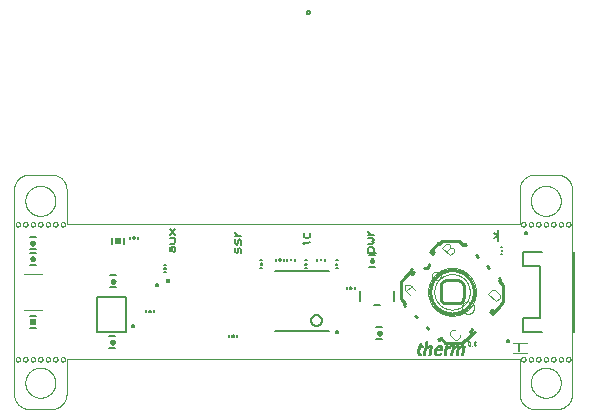
<source format=gto>
G75*
%MOIN*%
%OFA0B0*%
%FSLAX25Y25*%
%IPPOS*%
%LPD*%
%AMOC8*
5,1,8,0,0,1.08239X$1,22.5*
%
%ADD10C,0.00000*%
%ADD11C,0.00500*%
%ADD12C,0.00800*%
%ADD13C,0.01000*%
%ADD14C,0.00200*%
%ADD15C,0.00400*%
%ADD16R,0.00500X0.03050*%
%ADD17C,0.00984*%
%ADD18R,0.01000X0.01000*%
%ADD19R,0.02000X0.02000*%
%ADD20R,0.01772X0.01772*%
%ADD21R,0.00800X0.00200*%
%ADD22R,0.01000X0.00200*%
%ADD23R,0.01400X0.00200*%
%ADD24R,0.01800X0.00200*%
%ADD25R,0.01600X0.00200*%
%ADD26R,0.02400X0.00200*%
%ADD27R,0.01200X0.00200*%
%ADD28R,0.00600X0.00200*%
%ADD29R,0.03000X0.00200*%
%ADD30R,0.02800X0.00200*%
%ADD31R,0.04600X0.00200*%
%ADD32R,0.02200X0.00200*%
%ADD33R,0.04400X0.00200*%
%ADD34R,0.02600X0.00200*%
%ADD35R,0.00200X0.00200*%
%ADD36R,0.00400X0.00200*%
D10*
X0044428Y0032371D02*
X0044428Y0100496D01*
X0044430Y0100636D01*
X0044436Y0100776D01*
X0044446Y0100916D01*
X0044459Y0101056D01*
X0044477Y0101195D01*
X0044499Y0101334D01*
X0044524Y0101471D01*
X0044553Y0101609D01*
X0044586Y0101745D01*
X0044623Y0101880D01*
X0044664Y0102014D01*
X0044709Y0102147D01*
X0044757Y0102279D01*
X0044809Y0102409D01*
X0044864Y0102538D01*
X0044923Y0102665D01*
X0044986Y0102791D01*
X0045052Y0102915D01*
X0045121Y0103036D01*
X0045194Y0103156D01*
X0045271Y0103274D01*
X0045350Y0103389D01*
X0045433Y0103503D01*
X0045519Y0103613D01*
X0045608Y0103722D01*
X0045700Y0103828D01*
X0045795Y0103931D01*
X0045892Y0104032D01*
X0045993Y0104129D01*
X0046096Y0104224D01*
X0046202Y0104316D01*
X0046311Y0104405D01*
X0046421Y0104491D01*
X0046535Y0104574D01*
X0046650Y0104653D01*
X0046768Y0104730D01*
X0046888Y0104803D01*
X0047009Y0104872D01*
X0047133Y0104938D01*
X0047259Y0105001D01*
X0047386Y0105060D01*
X0047515Y0105115D01*
X0047645Y0105167D01*
X0047777Y0105215D01*
X0047910Y0105260D01*
X0048044Y0105301D01*
X0048179Y0105338D01*
X0048315Y0105371D01*
X0048453Y0105400D01*
X0048590Y0105425D01*
X0048729Y0105447D01*
X0048868Y0105465D01*
X0049008Y0105478D01*
X0049148Y0105488D01*
X0049288Y0105494D01*
X0049428Y0105496D01*
X0056928Y0105496D01*
X0057068Y0105494D01*
X0057208Y0105488D01*
X0057348Y0105478D01*
X0057488Y0105465D01*
X0057627Y0105447D01*
X0057766Y0105425D01*
X0057903Y0105400D01*
X0058041Y0105371D01*
X0058177Y0105338D01*
X0058312Y0105301D01*
X0058446Y0105260D01*
X0058579Y0105215D01*
X0058711Y0105167D01*
X0058841Y0105115D01*
X0058970Y0105060D01*
X0059097Y0105001D01*
X0059223Y0104938D01*
X0059347Y0104872D01*
X0059468Y0104803D01*
X0059588Y0104730D01*
X0059706Y0104653D01*
X0059821Y0104574D01*
X0059935Y0104491D01*
X0060045Y0104405D01*
X0060154Y0104316D01*
X0060260Y0104224D01*
X0060363Y0104129D01*
X0060464Y0104032D01*
X0060561Y0103931D01*
X0060656Y0103828D01*
X0060748Y0103722D01*
X0060837Y0103613D01*
X0060923Y0103503D01*
X0061006Y0103389D01*
X0061085Y0103274D01*
X0061162Y0103156D01*
X0061235Y0103036D01*
X0061304Y0102915D01*
X0061370Y0102791D01*
X0061433Y0102665D01*
X0061492Y0102538D01*
X0061547Y0102409D01*
X0061599Y0102279D01*
X0061647Y0102147D01*
X0061692Y0102014D01*
X0061733Y0101880D01*
X0061770Y0101745D01*
X0061803Y0101609D01*
X0061832Y0101471D01*
X0061857Y0101334D01*
X0061879Y0101195D01*
X0061897Y0101056D01*
X0061910Y0100916D01*
X0061920Y0100776D01*
X0061926Y0100636D01*
X0061928Y0100496D01*
X0061928Y0088933D01*
X0212928Y0088933D01*
X0212928Y0100496D01*
X0212930Y0100636D01*
X0212936Y0100776D01*
X0212946Y0100916D01*
X0212959Y0101056D01*
X0212977Y0101195D01*
X0212999Y0101334D01*
X0213024Y0101471D01*
X0213053Y0101609D01*
X0213086Y0101745D01*
X0213123Y0101880D01*
X0213164Y0102014D01*
X0213209Y0102147D01*
X0213257Y0102279D01*
X0213309Y0102409D01*
X0213364Y0102538D01*
X0213423Y0102665D01*
X0213486Y0102791D01*
X0213552Y0102915D01*
X0213621Y0103036D01*
X0213694Y0103156D01*
X0213771Y0103274D01*
X0213850Y0103389D01*
X0213933Y0103503D01*
X0214019Y0103613D01*
X0214108Y0103722D01*
X0214200Y0103828D01*
X0214295Y0103931D01*
X0214392Y0104032D01*
X0214493Y0104129D01*
X0214596Y0104224D01*
X0214702Y0104316D01*
X0214811Y0104405D01*
X0214921Y0104491D01*
X0215035Y0104574D01*
X0215150Y0104653D01*
X0215268Y0104730D01*
X0215388Y0104803D01*
X0215509Y0104872D01*
X0215633Y0104938D01*
X0215759Y0105001D01*
X0215886Y0105060D01*
X0216015Y0105115D01*
X0216145Y0105167D01*
X0216277Y0105215D01*
X0216410Y0105260D01*
X0216544Y0105301D01*
X0216679Y0105338D01*
X0216815Y0105371D01*
X0216953Y0105400D01*
X0217090Y0105425D01*
X0217229Y0105447D01*
X0217368Y0105465D01*
X0217508Y0105478D01*
X0217648Y0105488D01*
X0217788Y0105494D01*
X0217928Y0105496D01*
X0225428Y0105496D01*
X0225568Y0105494D01*
X0225708Y0105488D01*
X0225848Y0105478D01*
X0225988Y0105465D01*
X0226127Y0105447D01*
X0226266Y0105425D01*
X0226403Y0105400D01*
X0226541Y0105371D01*
X0226677Y0105338D01*
X0226812Y0105301D01*
X0226946Y0105260D01*
X0227079Y0105215D01*
X0227211Y0105167D01*
X0227341Y0105115D01*
X0227470Y0105060D01*
X0227597Y0105001D01*
X0227723Y0104938D01*
X0227847Y0104872D01*
X0227968Y0104803D01*
X0228088Y0104730D01*
X0228206Y0104653D01*
X0228321Y0104574D01*
X0228435Y0104491D01*
X0228545Y0104405D01*
X0228654Y0104316D01*
X0228760Y0104224D01*
X0228863Y0104129D01*
X0228964Y0104032D01*
X0229061Y0103931D01*
X0229156Y0103828D01*
X0229248Y0103722D01*
X0229337Y0103613D01*
X0229423Y0103503D01*
X0229506Y0103389D01*
X0229585Y0103274D01*
X0229662Y0103156D01*
X0229735Y0103036D01*
X0229804Y0102915D01*
X0229870Y0102791D01*
X0229933Y0102665D01*
X0229992Y0102538D01*
X0230047Y0102409D01*
X0230099Y0102279D01*
X0230147Y0102147D01*
X0230192Y0102014D01*
X0230233Y0101880D01*
X0230270Y0101745D01*
X0230303Y0101609D01*
X0230332Y0101471D01*
X0230357Y0101334D01*
X0230379Y0101195D01*
X0230397Y0101056D01*
X0230410Y0100916D01*
X0230420Y0100776D01*
X0230426Y0100636D01*
X0230428Y0100496D01*
X0230428Y0032371D01*
X0230426Y0032231D01*
X0230420Y0032091D01*
X0230410Y0031951D01*
X0230397Y0031811D01*
X0230379Y0031672D01*
X0230357Y0031533D01*
X0230332Y0031396D01*
X0230303Y0031258D01*
X0230270Y0031122D01*
X0230233Y0030987D01*
X0230192Y0030853D01*
X0230147Y0030720D01*
X0230099Y0030588D01*
X0230047Y0030458D01*
X0229992Y0030329D01*
X0229933Y0030202D01*
X0229870Y0030076D01*
X0229804Y0029952D01*
X0229735Y0029831D01*
X0229662Y0029711D01*
X0229585Y0029593D01*
X0229506Y0029478D01*
X0229423Y0029364D01*
X0229337Y0029254D01*
X0229248Y0029145D01*
X0229156Y0029039D01*
X0229061Y0028936D01*
X0228964Y0028835D01*
X0228863Y0028738D01*
X0228760Y0028643D01*
X0228654Y0028551D01*
X0228545Y0028462D01*
X0228435Y0028376D01*
X0228321Y0028293D01*
X0228206Y0028214D01*
X0228088Y0028137D01*
X0227968Y0028064D01*
X0227847Y0027995D01*
X0227723Y0027929D01*
X0227597Y0027866D01*
X0227470Y0027807D01*
X0227341Y0027752D01*
X0227211Y0027700D01*
X0227079Y0027652D01*
X0226946Y0027607D01*
X0226812Y0027566D01*
X0226677Y0027529D01*
X0226541Y0027496D01*
X0226403Y0027467D01*
X0226266Y0027442D01*
X0226127Y0027420D01*
X0225988Y0027402D01*
X0225848Y0027389D01*
X0225708Y0027379D01*
X0225568Y0027373D01*
X0225428Y0027371D01*
X0217928Y0027371D01*
X0217788Y0027373D01*
X0217648Y0027379D01*
X0217508Y0027389D01*
X0217368Y0027402D01*
X0217229Y0027420D01*
X0217090Y0027442D01*
X0216953Y0027467D01*
X0216815Y0027496D01*
X0216679Y0027529D01*
X0216544Y0027566D01*
X0216410Y0027607D01*
X0216277Y0027652D01*
X0216145Y0027700D01*
X0216015Y0027752D01*
X0215886Y0027807D01*
X0215759Y0027866D01*
X0215633Y0027929D01*
X0215509Y0027995D01*
X0215388Y0028064D01*
X0215268Y0028137D01*
X0215150Y0028214D01*
X0215035Y0028293D01*
X0214921Y0028376D01*
X0214811Y0028462D01*
X0214702Y0028551D01*
X0214596Y0028643D01*
X0214493Y0028738D01*
X0214392Y0028835D01*
X0214295Y0028936D01*
X0214200Y0029039D01*
X0214108Y0029145D01*
X0214019Y0029254D01*
X0213933Y0029364D01*
X0213850Y0029478D01*
X0213771Y0029593D01*
X0213694Y0029711D01*
X0213621Y0029831D01*
X0213552Y0029952D01*
X0213486Y0030076D01*
X0213423Y0030202D01*
X0213364Y0030329D01*
X0213309Y0030458D01*
X0213257Y0030588D01*
X0213209Y0030720D01*
X0213164Y0030853D01*
X0213123Y0030987D01*
X0213086Y0031122D01*
X0213053Y0031258D01*
X0213024Y0031396D01*
X0212999Y0031533D01*
X0212977Y0031672D01*
X0212959Y0031811D01*
X0212946Y0031951D01*
X0212936Y0032091D01*
X0212930Y0032231D01*
X0212928Y0032371D01*
X0212928Y0043933D01*
X0061928Y0043933D01*
X0061928Y0032371D01*
X0061926Y0032231D01*
X0061920Y0032091D01*
X0061910Y0031951D01*
X0061897Y0031811D01*
X0061879Y0031672D01*
X0061857Y0031533D01*
X0061832Y0031396D01*
X0061803Y0031258D01*
X0061770Y0031122D01*
X0061733Y0030987D01*
X0061692Y0030853D01*
X0061647Y0030720D01*
X0061599Y0030588D01*
X0061547Y0030458D01*
X0061492Y0030329D01*
X0061433Y0030202D01*
X0061370Y0030076D01*
X0061304Y0029952D01*
X0061235Y0029831D01*
X0061162Y0029711D01*
X0061085Y0029593D01*
X0061006Y0029478D01*
X0060923Y0029364D01*
X0060837Y0029254D01*
X0060748Y0029145D01*
X0060656Y0029039D01*
X0060561Y0028936D01*
X0060464Y0028835D01*
X0060363Y0028738D01*
X0060260Y0028643D01*
X0060154Y0028551D01*
X0060045Y0028462D01*
X0059935Y0028376D01*
X0059821Y0028293D01*
X0059706Y0028214D01*
X0059588Y0028137D01*
X0059468Y0028064D01*
X0059347Y0027995D01*
X0059223Y0027929D01*
X0059097Y0027866D01*
X0058970Y0027807D01*
X0058841Y0027752D01*
X0058711Y0027700D01*
X0058579Y0027652D01*
X0058446Y0027607D01*
X0058312Y0027566D01*
X0058177Y0027529D01*
X0058041Y0027496D01*
X0057903Y0027467D01*
X0057766Y0027442D01*
X0057627Y0027420D01*
X0057488Y0027402D01*
X0057348Y0027389D01*
X0057208Y0027379D01*
X0057068Y0027373D01*
X0056928Y0027371D01*
X0049428Y0027371D01*
X0049288Y0027373D01*
X0049148Y0027379D01*
X0049008Y0027389D01*
X0048868Y0027402D01*
X0048729Y0027420D01*
X0048590Y0027442D01*
X0048453Y0027467D01*
X0048315Y0027496D01*
X0048179Y0027529D01*
X0048044Y0027566D01*
X0047910Y0027607D01*
X0047777Y0027652D01*
X0047645Y0027700D01*
X0047515Y0027752D01*
X0047386Y0027807D01*
X0047259Y0027866D01*
X0047133Y0027929D01*
X0047009Y0027995D01*
X0046888Y0028064D01*
X0046768Y0028137D01*
X0046650Y0028214D01*
X0046535Y0028293D01*
X0046421Y0028376D01*
X0046311Y0028462D01*
X0046202Y0028551D01*
X0046096Y0028643D01*
X0045993Y0028738D01*
X0045892Y0028835D01*
X0045795Y0028936D01*
X0045700Y0029039D01*
X0045608Y0029145D01*
X0045519Y0029254D01*
X0045433Y0029364D01*
X0045350Y0029478D01*
X0045271Y0029593D01*
X0045194Y0029711D01*
X0045121Y0029831D01*
X0045052Y0029952D01*
X0044986Y0030076D01*
X0044923Y0030202D01*
X0044864Y0030329D01*
X0044809Y0030458D01*
X0044757Y0030588D01*
X0044709Y0030720D01*
X0044664Y0030853D01*
X0044623Y0030987D01*
X0044586Y0031122D01*
X0044553Y0031258D01*
X0044524Y0031396D01*
X0044499Y0031533D01*
X0044477Y0031672D01*
X0044459Y0031811D01*
X0044446Y0031951D01*
X0044436Y0032091D01*
X0044430Y0032231D01*
X0044428Y0032371D01*
X0048178Y0036121D02*
X0048180Y0036262D01*
X0048186Y0036403D01*
X0048196Y0036543D01*
X0048210Y0036683D01*
X0048228Y0036823D01*
X0048249Y0036962D01*
X0048275Y0037101D01*
X0048304Y0037239D01*
X0048338Y0037375D01*
X0048375Y0037511D01*
X0048416Y0037646D01*
X0048461Y0037780D01*
X0048510Y0037912D01*
X0048562Y0038043D01*
X0048618Y0038172D01*
X0048678Y0038299D01*
X0048741Y0038425D01*
X0048807Y0038549D01*
X0048878Y0038672D01*
X0048951Y0038792D01*
X0049028Y0038910D01*
X0049108Y0039026D01*
X0049192Y0039139D01*
X0049278Y0039250D01*
X0049368Y0039359D01*
X0049461Y0039465D01*
X0049556Y0039568D01*
X0049655Y0039669D01*
X0049756Y0039767D01*
X0049860Y0039862D01*
X0049967Y0039954D01*
X0050076Y0040043D01*
X0050188Y0040128D01*
X0050302Y0040211D01*
X0050418Y0040291D01*
X0050537Y0040367D01*
X0050658Y0040439D01*
X0050780Y0040509D01*
X0050905Y0040574D01*
X0051031Y0040637D01*
X0051159Y0040695D01*
X0051289Y0040750D01*
X0051420Y0040802D01*
X0051553Y0040849D01*
X0051687Y0040893D01*
X0051822Y0040934D01*
X0051958Y0040970D01*
X0052095Y0041002D01*
X0052233Y0041031D01*
X0052371Y0041056D01*
X0052511Y0041076D01*
X0052651Y0041093D01*
X0052791Y0041106D01*
X0052932Y0041115D01*
X0053072Y0041120D01*
X0053213Y0041121D01*
X0053354Y0041118D01*
X0053495Y0041111D01*
X0053635Y0041100D01*
X0053775Y0041085D01*
X0053915Y0041066D01*
X0054054Y0041044D01*
X0054192Y0041017D01*
X0054330Y0040987D01*
X0054466Y0040952D01*
X0054602Y0040914D01*
X0054736Y0040872D01*
X0054870Y0040826D01*
X0055002Y0040777D01*
X0055132Y0040723D01*
X0055261Y0040666D01*
X0055388Y0040606D01*
X0055514Y0040542D01*
X0055637Y0040474D01*
X0055759Y0040403D01*
X0055879Y0040329D01*
X0055996Y0040251D01*
X0056111Y0040170D01*
X0056224Y0040086D01*
X0056335Y0039999D01*
X0056443Y0039908D01*
X0056548Y0039815D01*
X0056651Y0039718D01*
X0056751Y0039619D01*
X0056848Y0039517D01*
X0056942Y0039412D01*
X0057033Y0039305D01*
X0057121Y0039195D01*
X0057206Y0039083D01*
X0057288Y0038968D01*
X0057367Y0038851D01*
X0057442Y0038732D01*
X0057514Y0038611D01*
X0057582Y0038488D01*
X0057647Y0038363D01*
X0057709Y0038236D01*
X0057766Y0038107D01*
X0057821Y0037977D01*
X0057871Y0037846D01*
X0057918Y0037713D01*
X0057961Y0037579D01*
X0058000Y0037443D01*
X0058035Y0037307D01*
X0058067Y0037170D01*
X0058094Y0037032D01*
X0058118Y0036893D01*
X0058138Y0036753D01*
X0058154Y0036613D01*
X0058166Y0036473D01*
X0058174Y0036332D01*
X0058178Y0036191D01*
X0058178Y0036051D01*
X0058174Y0035910D01*
X0058166Y0035769D01*
X0058154Y0035629D01*
X0058138Y0035489D01*
X0058118Y0035349D01*
X0058094Y0035210D01*
X0058067Y0035072D01*
X0058035Y0034935D01*
X0058000Y0034799D01*
X0057961Y0034663D01*
X0057918Y0034529D01*
X0057871Y0034396D01*
X0057821Y0034265D01*
X0057766Y0034135D01*
X0057709Y0034006D01*
X0057647Y0033879D01*
X0057582Y0033754D01*
X0057514Y0033631D01*
X0057442Y0033510D01*
X0057367Y0033391D01*
X0057288Y0033274D01*
X0057206Y0033159D01*
X0057121Y0033047D01*
X0057033Y0032937D01*
X0056942Y0032830D01*
X0056848Y0032725D01*
X0056751Y0032623D01*
X0056651Y0032524D01*
X0056548Y0032427D01*
X0056443Y0032334D01*
X0056335Y0032243D01*
X0056224Y0032156D01*
X0056111Y0032072D01*
X0055996Y0031991D01*
X0055879Y0031913D01*
X0055759Y0031839D01*
X0055637Y0031768D01*
X0055514Y0031700D01*
X0055388Y0031636D01*
X0055261Y0031576D01*
X0055132Y0031519D01*
X0055002Y0031465D01*
X0054870Y0031416D01*
X0054736Y0031370D01*
X0054602Y0031328D01*
X0054466Y0031290D01*
X0054330Y0031255D01*
X0054192Y0031225D01*
X0054054Y0031198D01*
X0053915Y0031176D01*
X0053775Y0031157D01*
X0053635Y0031142D01*
X0053495Y0031131D01*
X0053354Y0031124D01*
X0053213Y0031121D01*
X0053072Y0031122D01*
X0052932Y0031127D01*
X0052791Y0031136D01*
X0052651Y0031149D01*
X0052511Y0031166D01*
X0052371Y0031186D01*
X0052233Y0031211D01*
X0052095Y0031240D01*
X0051958Y0031272D01*
X0051822Y0031308D01*
X0051687Y0031349D01*
X0051553Y0031393D01*
X0051420Y0031440D01*
X0051289Y0031492D01*
X0051159Y0031547D01*
X0051031Y0031605D01*
X0050905Y0031668D01*
X0050780Y0031733D01*
X0050658Y0031803D01*
X0050537Y0031875D01*
X0050418Y0031951D01*
X0050302Y0032031D01*
X0050188Y0032114D01*
X0050076Y0032199D01*
X0049967Y0032288D01*
X0049860Y0032380D01*
X0049756Y0032475D01*
X0049655Y0032573D01*
X0049556Y0032674D01*
X0049461Y0032777D01*
X0049368Y0032883D01*
X0049278Y0032992D01*
X0049192Y0033103D01*
X0049108Y0033216D01*
X0049028Y0033332D01*
X0048951Y0033450D01*
X0048878Y0033570D01*
X0048807Y0033693D01*
X0048741Y0033817D01*
X0048678Y0033943D01*
X0048618Y0034070D01*
X0048562Y0034199D01*
X0048510Y0034330D01*
X0048461Y0034462D01*
X0048416Y0034596D01*
X0048375Y0034731D01*
X0048338Y0034867D01*
X0048304Y0035003D01*
X0048275Y0035141D01*
X0048249Y0035280D01*
X0048228Y0035419D01*
X0048210Y0035559D01*
X0048196Y0035699D01*
X0048186Y0035839D01*
X0048180Y0035980D01*
X0048178Y0036121D01*
X0047428Y0043933D02*
X0047430Y0043987D01*
X0047436Y0044041D01*
X0047446Y0044094D01*
X0047459Y0044147D01*
X0047476Y0044198D01*
X0047497Y0044248D01*
X0047522Y0044296D01*
X0047550Y0044343D01*
X0047581Y0044387D01*
X0047615Y0044429D01*
X0047652Y0044468D01*
X0047692Y0044505D01*
X0047735Y0044538D01*
X0047780Y0044569D01*
X0047827Y0044596D01*
X0047875Y0044619D01*
X0047926Y0044639D01*
X0047977Y0044656D01*
X0048030Y0044668D01*
X0048083Y0044677D01*
X0048137Y0044682D01*
X0048192Y0044683D01*
X0048246Y0044680D01*
X0048299Y0044673D01*
X0048352Y0044662D01*
X0048405Y0044648D01*
X0048456Y0044630D01*
X0048505Y0044608D01*
X0048553Y0044583D01*
X0048599Y0044554D01*
X0048643Y0044522D01*
X0048684Y0044487D01*
X0048722Y0044449D01*
X0048758Y0044408D01*
X0048791Y0044365D01*
X0048821Y0044320D01*
X0048847Y0044272D01*
X0048870Y0044223D01*
X0048889Y0044172D01*
X0048904Y0044121D01*
X0048916Y0044068D01*
X0048924Y0044014D01*
X0048928Y0043960D01*
X0048928Y0043906D01*
X0048924Y0043852D01*
X0048916Y0043798D01*
X0048904Y0043745D01*
X0048889Y0043694D01*
X0048870Y0043643D01*
X0048847Y0043594D01*
X0048821Y0043546D01*
X0048791Y0043501D01*
X0048758Y0043458D01*
X0048722Y0043417D01*
X0048684Y0043379D01*
X0048643Y0043344D01*
X0048599Y0043312D01*
X0048553Y0043283D01*
X0048505Y0043258D01*
X0048456Y0043236D01*
X0048405Y0043218D01*
X0048352Y0043204D01*
X0048299Y0043193D01*
X0048246Y0043186D01*
X0048192Y0043183D01*
X0048137Y0043184D01*
X0048083Y0043189D01*
X0048030Y0043198D01*
X0047977Y0043210D01*
X0047926Y0043227D01*
X0047875Y0043247D01*
X0047827Y0043270D01*
X0047780Y0043297D01*
X0047735Y0043328D01*
X0047692Y0043361D01*
X0047652Y0043398D01*
X0047615Y0043437D01*
X0047581Y0043479D01*
X0047550Y0043523D01*
X0047522Y0043570D01*
X0047497Y0043618D01*
X0047476Y0043668D01*
X0047459Y0043719D01*
X0047446Y0043772D01*
X0047436Y0043825D01*
X0047430Y0043879D01*
X0047428Y0043933D01*
X0044928Y0043933D02*
X0044930Y0043987D01*
X0044936Y0044041D01*
X0044946Y0044094D01*
X0044959Y0044147D01*
X0044976Y0044198D01*
X0044997Y0044248D01*
X0045022Y0044296D01*
X0045050Y0044343D01*
X0045081Y0044387D01*
X0045115Y0044429D01*
X0045152Y0044468D01*
X0045192Y0044505D01*
X0045235Y0044538D01*
X0045280Y0044569D01*
X0045327Y0044596D01*
X0045375Y0044619D01*
X0045426Y0044639D01*
X0045477Y0044656D01*
X0045530Y0044668D01*
X0045583Y0044677D01*
X0045637Y0044682D01*
X0045692Y0044683D01*
X0045746Y0044680D01*
X0045799Y0044673D01*
X0045852Y0044662D01*
X0045905Y0044648D01*
X0045956Y0044630D01*
X0046005Y0044608D01*
X0046053Y0044583D01*
X0046099Y0044554D01*
X0046143Y0044522D01*
X0046184Y0044487D01*
X0046222Y0044449D01*
X0046258Y0044408D01*
X0046291Y0044365D01*
X0046321Y0044320D01*
X0046347Y0044272D01*
X0046370Y0044223D01*
X0046389Y0044172D01*
X0046404Y0044121D01*
X0046416Y0044068D01*
X0046424Y0044014D01*
X0046428Y0043960D01*
X0046428Y0043906D01*
X0046424Y0043852D01*
X0046416Y0043798D01*
X0046404Y0043745D01*
X0046389Y0043694D01*
X0046370Y0043643D01*
X0046347Y0043594D01*
X0046321Y0043546D01*
X0046291Y0043501D01*
X0046258Y0043458D01*
X0046222Y0043417D01*
X0046184Y0043379D01*
X0046143Y0043344D01*
X0046099Y0043312D01*
X0046053Y0043283D01*
X0046005Y0043258D01*
X0045956Y0043236D01*
X0045905Y0043218D01*
X0045852Y0043204D01*
X0045799Y0043193D01*
X0045746Y0043186D01*
X0045692Y0043183D01*
X0045637Y0043184D01*
X0045583Y0043189D01*
X0045530Y0043198D01*
X0045477Y0043210D01*
X0045426Y0043227D01*
X0045375Y0043247D01*
X0045327Y0043270D01*
X0045280Y0043297D01*
X0045235Y0043328D01*
X0045192Y0043361D01*
X0045152Y0043398D01*
X0045115Y0043437D01*
X0045081Y0043479D01*
X0045050Y0043523D01*
X0045022Y0043570D01*
X0044997Y0043618D01*
X0044976Y0043668D01*
X0044959Y0043719D01*
X0044946Y0043772D01*
X0044936Y0043825D01*
X0044930Y0043879D01*
X0044928Y0043933D01*
X0049928Y0043933D02*
X0049930Y0043987D01*
X0049936Y0044041D01*
X0049946Y0044094D01*
X0049959Y0044147D01*
X0049976Y0044198D01*
X0049997Y0044248D01*
X0050022Y0044296D01*
X0050050Y0044343D01*
X0050081Y0044387D01*
X0050115Y0044429D01*
X0050152Y0044468D01*
X0050192Y0044505D01*
X0050235Y0044538D01*
X0050280Y0044569D01*
X0050327Y0044596D01*
X0050375Y0044619D01*
X0050426Y0044639D01*
X0050477Y0044656D01*
X0050530Y0044668D01*
X0050583Y0044677D01*
X0050637Y0044682D01*
X0050692Y0044683D01*
X0050746Y0044680D01*
X0050799Y0044673D01*
X0050852Y0044662D01*
X0050905Y0044648D01*
X0050956Y0044630D01*
X0051005Y0044608D01*
X0051053Y0044583D01*
X0051099Y0044554D01*
X0051143Y0044522D01*
X0051184Y0044487D01*
X0051222Y0044449D01*
X0051258Y0044408D01*
X0051291Y0044365D01*
X0051321Y0044320D01*
X0051347Y0044272D01*
X0051370Y0044223D01*
X0051389Y0044172D01*
X0051404Y0044121D01*
X0051416Y0044068D01*
X0051424Y0044014D01*
X0051428Y0043960D01*
X0051428Y0043906D01*
X0051424Y0043852D01*
X0051416Y0043798D01*
X0051404Y0043745D01*
X0051389Y0043694D01*
X0051370Y0043643D01*
X0051347Y0043594D01*
X0051321Y0043546D01*
X0051291Y0043501D01*
X0051258Y0043458D01*
X0051222Y0043417D01*
X0051184Y0043379D01*
X0051143Y0043344D01*
X0051099Y0043312D01*
X0051053Y0043283D01*
X0051005Y0043258D01*
X0050956Y0043236D01*
X0050905Y0043218D01*
X0050852Y0043204D01*
X0050799Y0043193D01*
X0050746Y0043186D01*
X0050692Y0043183D01*
X0050637Y0043184D01*
X0050583Y0043189D01*
X0050530Y0043198D01*
X0050477Y0043210D01*
X0050426Y0043227D01*
X0050375Y0043247D01*
X0050327Y0043270D01*
X0050280Y0043297D01*
X0050235Y0043328D01*
X0050192Y0043361D01*
X0050152Y0043398D01*
X0050115Y0043437D01*
X0050081Y0043479D01*
X0050050Y0043523D01*
X0050022Y0043570D01*
X0049997Y0043618D01*
X0049976Y0043668D01*
X0049959Y0043719D01*
X0049946Y0043772D01*
X0049936Y0043825D01*
X0049930Y0043879D01*
X0049928Y0043933D01*
X0052428Y0043933D02*
X0052430Y0043987D01*
X0052436Y0044041D01*
X0052446Y0044094D01*
X0052459Y0044147D01*
X0052476Y0044198D01*
X0052497Y0044248D01*
X0052522Y0044296D01*
X0052550Y0044343D01*
X0052581Y0044387D01*
X0052615Y0044429D01*
X0052652Y0044468D01*
X0052692Y0044505D01*
X0052735Y0044538D01*
X0052780Y0044569D01*
X0052827Y0044596D01*
X0052875Y0044619D01*
X0052926Y0044639D01*
X0052977Y0044656D01*
X0053030Y0044668D01*
X0053083Y0044677D01*
X0053137Y0044682D01*
X0053192Y0044683D01*
X0053246Y0044680D01*
X0053299Y0044673D01*
X0053352Y0044662D01*
X0053405Y0044648D01*
X0053456Y0044630D01*
X0053505Y0044608D01*
X0053553Y0044583D01*
X0053599Y0044554D01*
X0053643Y0044522D01*
X0053684Y0044487D01*
X0053722Y0044449D01*
X0053758Y0044408D01*
X0053791Y0044365D01*
X0053821Y0044320D01*
X0053847Y0044272D01*
X0053870Y0044223D01*
X0053889Y0044172D01*
X0053904Y0044121D01*
X0053916Y0044068D01*
X0053924Y0044014D01*
X0053928Y0043960D01*
X0053928Y0043906D01*
X0053924Y0043852D01*
X0053916Y0043798D01*
X0053904Y0043745D01*
X0053889Y0043694D01*
X0053870Y0043643D01*
X0053847Y0043594D01*
X0053821Y0043546D01*
X0053791Y0043501D01*
X0053758Y0043458D01*
X0053722Y0043417D01*
X0053684Y0043379D01*
X0053643Y0043344D01*
X0053599Y0043312D01*
X0053553Y0043283D01*
X0053505Y0043258D01*
X0053456Y0043236D01*
X0053405Y0043218D01*
X0053352Y0043204D01*
X0053299Y0043193D01*
X0053246Y0043186D01*
X0053192Y0043183D01*
X0053137Y0043184D01*
X0053083Y0043189D01*
X0053030Y0043198D01*
X0052977Y0043210D01*
X0052926Y0043227D01*
X0052875Y0043247D01*
X0052827Y0043270D01*
X0052780Y0043297D01*
X0052735Y0043328D01*
X0052692Y0043361D01*
X0052652Y0043398D01*
X0052615Y0043437D01*
X0052581Y0043479D01*
X0052550Y0043523D01*
X0052522Y0043570D01*
X0052497Y0043618D01*
X0052476Y0043668D01*
X0052459Y0043719D01*
X0052446Y0043772D01*
X0052436Y0043825D01*
X0052430Y0043879D01*
X0052428Y0043933D01*
X0054928Y0043933D02*
X0054930Y0043987D01*
X0054936Y0044041D01*
X0054946Y0044094D01*
X0054959Y0044147D01*
X0054976Y0044198D01*
X0054997Y0044248D01*
X0055022Y0044296D01*
X0055050Y0044343D01*
X0055081Y0044387D01*
X0055115Y0044429D01*
X0055152Y0044468D01*
X0055192Y0044505D01*
X0055235Y0044538D01*
X0055280Y0044569D01*
X0055327Y0044596D01*
X0055375Y0044619D01*
X0055426Y0044639D01*
X0055477Y0044656D01*
X0055530Y0044668D01*
X0055583Y0044677D01*
X0055637Y0044682D01*
X0055692Y0044683D01*
X0055746Y0044680D01*
X0055799Y0044673D01*
X0055852Y0044662D01*
X0055905Y0044648D01*
X0055956Y0044630D01*
X0056005Y0044608D01*
X0056053Y0044583D01*
X0056099Y0044554D01*
X0056143Y0044522D01*
X0056184Y0044487D01*
X0056222Y0044449D01*
X0056258Y0044408D01*
X0056291Y0044365D01*
X0056321Y0044320D01*
X0056347Y0044272D01*
X0056370Y0044223D01*
X0056389Y0044172D01*
X0056404Y0044121D01*
X0056416Y0044068D01*
X0056424Y0044014D01*
X0056428Y0043960D01*
X0056428Y0043906D01*
X0056424Y0043852D01*
X0056416Y0043798D01*
X0056404Y0043745D01*
X0056389Y0043694D01*
X0056370Y0043643D01*
X0056347Y0043594D01*
X0056321Y0043546D01*
X0056291Y0043501D01*
X0056258Y0043458D01*
X0056222Y0043417D01*
X0056184Y0043379D01*
X0056143Y0043344D01*
X0056099Y0043312D01*
X0056053Y0043283D01*
X0056005Y0043258D01*
X0055956Y0043236D01*
X0055905Y0043218D01*
X0055852Y0043204D01*
X0055799Y0043193D01*
X0055746Y0043186D01*
X0055692Y0043183D01*
X0055637Y0043184D01*
X0055583Y0043189D01*
X0055530Y0043198D01*
X0055477Y0043210D01*
X0055426Y0043227D01*
X0055375Y0043247D01*
X0055327Y0043270D01*
X0055280Y0043297D01*
X0055235Y0043328D01*
X0055192Y0043361D01*
X0055152Y0043398D01*
X0055115Y0043437D01*
X0055081Y0043479D01*
X0055050Y0043523D01*
X0055022Y0043570D01*
X0054997Y0043618D01*
X0054976Y0043668D01*
X0054959Y0043719D01*
X0054946Y0043772D01*
X0054936Y0043825D01*
X0054930Y0043879D01*
X0054928Y0043933D01*
X0057428Y0043933D02*
X0057430Y0043987D01*
X0057436Y0044041D01*
X0057446Y0044094D01*
X0057459Y0044147D01*
X0057476Y0044198D01*
X0057497Y0044248D01*
X0057522Y0044296D01*
X0057550Y0044343D01*
X0057581Y0044387D01*
X0057615Y0044429D01*
X0057652Y0044468D01*
X0057692Y0044505D01*
X0057735Y0044538D01*
X0057780Y0044569D01*
X0057827Y0044596D01*
X0057875Y0044619D01*
X0057926Y0044639D01*
X0057977Y0044656D01*
X0058030Y0044668D01*
X0058083Y0044677D01*
X0058137Y0044682D01*
X0058192Y0044683D01*
X0058246Y0044680D01*
X0058299Y0044673D01*
X0058352Y0044662D01*
X0058405Y0044648D01*
X0058456Y0044630D01*
X0058505Y0044608D01*
X0058553Y0044583D01*
X0058599Y0044554D01*
X0058643Y0044522D01*
X0058684Y0044487D01*
X0058722Y0044449D01*
X0058758Y0044408D01*
X0058791Y0044365D01*
X0058821Y0044320D01*
X0058847Y0044272D01*
X0058870Y0044223D01*
X0058889Y0044172D01*
X0058904Y0044121D01*
X0058916Y0044068D01*
X0058924Y0044014D01*
X0058928Y0043960D01*
X0058928Y0043906D01*
X0058924Y0043852D01*
X0058916Y0043798D01*
X0058904Y0043745D01*
X0058889Y0043694D01*
X0058870Y0043643D01*
X0058847Y0043594D01*
X0058821Y0043546D01*
X0058791Y0043501D01*
X0058758Y0043458D01*
X0058722Y0043417D01*
X0058684Y0043379D01*
X0058643Y0043344D01*
X0058599Y0043312D01*
X0058553Y0043283D01*
X0058505Y0043258D01*
X0058456Y0043236D01*
X0058405Y0043218D01*
X0058352Y0043204D01*
X0058299Y0043193D01*
X0058246Y0043186D01*
X0058192Y0043183D01*
X0058137Y0043184D01*
X0058083Y0043189D01*
X0058030Y0043198D01*
X0057977Y0043210D01*
X0057926Y0043227D01*
X0057875Y0043247D01*
X0057827Y0043270D01*
X0057780Y0043297D01*
X0057735Y0043328D01*
X0057692Y0043361D01*
X0057652Y0043398D01*
X0057615Y0043437D01*
X0057581Y0043479D01*
X0057550Y0043523D01*
X0057522Y0043570D01*
X0057497Y0043618D01*
X0057476Y0043668D01*
X0057459Y0043719D01*
X0057446Y0043772D01*
X0057436Y0043825D01*
X0057430Y0043879D01*
X0057428Y0043933D01*
X0059928Y0043933D02*
X0059930Y0043987D01*
X0059936Y0044041D01*
X0059946Y0044094D01*
X0059959Y0044147D01*
X0059976Y0044198D01*
X0059997Y0044248D01*
X0060022Y0044296D01*
X0060050Y0044343D01*
X0060081Y0044387D01*
X0060115Y0044429D01*
X0060152Y0044468D01*
X0060192Y0044505D01*
X0060235Y0044538D01*
X0060280Y0044569D01*
X0060327Y0044596D01*
X0060375Y0044619D01*
X0060426Y0044639D01*
X0060477Y0044656D01*
X0060530Y0044668D01*
X0060583Y0044677D01*
X0060637Y0044682D01*
X0060692Y0044683D01*
X0060746Y0044680D01*
X0060799Y0044673D01*
X0060852Y0044662D01*
X0060905Y0044648D01*
X0060956Y0044630D01*
X0061005Y0044608D01*
X0061053Y0044583D01*
X0061099Y0044554D01*
X0061143Y0044522D01*
X0061184Y0044487D01*
X0061222Y0044449D01*
X0061258Y0044408D01*
X0061291Y0044365D01*
X0061321Y0044320D01*
X0061347Y0044272D01*
X0061370Y0044223D01*
X0061389Y0044172D01*
X0061404Y0044121D01*
X0061416Y0044068D01*
X0061424Y0044014D01*
X0061428Y0043960D01*
X0061428Y0043906D01*
X0061424Y0043852D01*
X0061416Y0043798D01*
X0061404Y0043745D01*
X0061389Y0043694D01*
X0061370Y0043643D01*
X0061347Y0043594D01*
X0061321Y0043546D01*
X0061291Y0043501D01*
X0061258Y0043458D01*
X0061222Y0043417D01*
X0061184Y0043379D01*
X0061143Y0043344D01*
X0061099Y0043312D01*
X0061053Y0043283D01*
X0061005Y0043258D01*
X0060956Y0043236D01*
X0060905Y0043218D01*
X0060852Y0043204D01*
X0060799Y0043193D01*
X0060746Y0043186D01*
X0060692Y0043183D01*
X0060637Y0043184D01*
X0060583Y0043189D01*
X0060530Y0043198D01*
X0060477Y0043210D01*
X0060426Y0043227D01*
X0060375Y0043247D01*
X0060327Y0043270D01*
X0060280Y0043297D01*
X0060235Y0043328D01*
X0060192Y0043361D01*
X0060152Y0043398D01*
X0060115Y0043437D01*
X0060081Y0043479D01*
X0060050Y0043523D01*
X0060022Y0043570D01*
X0059997Y0043618D01*
X0059976Y0043668D01*
X0059959Y0043719D01*
X0059946Y0043772D01*
X0059936Y0043825D01*
X0059930Y0043879D01*
X0059928Y0043933D01*
X0059928Y0088933D02*
X0059930Y0088987D01*
X0059936Y0089041D01*
X0059946Y0089094D01*
X0059959Y0089147D01*
X0059976Y0089198D01*
X0059997Y0089248D01*
X0060022Y0089296D01*
X0060050Y0089343D01*
X0060081Y0089387D01*
X0060115Y0089429D01*
X0060152Y0089468D01*
X0060192Y0089505D01*
X0060235Y0089538D01*
X0060280Y0089569D01*
X0060327Y0089596D01*
X0060375Y0089619D01*
X0060426Y0089639D01*
X0060477Y0089656D01*
X0060530Y0089668D01*
X0060583Y0089677D01*
X0060637Y0089682D01*
X0060692Y0089683D01*
X0060746Y0089680D01*
X0060799Y0089673D01*
X0060852Y0089662D01*
X0060905Y0089648D01*
X0060956Y0089630D01*
X0061005Y0089608D01*
X0061053Y0089583D01*
X0061099Y0089554D01*
X0061143Y0089522D01*
X0061184Y0089487D01*
X0061222Y0089449D01*
X0061258Y0089408D01*
X0061291Y0089365D01*
X0061321Y0089320D01*
X0061347Y0089272D01*
X0061370Y0089223D01*
X0061389Y0089172D01*
X0061404Y0089121D01*
X0061416Y0089068D01*
X0061424Y0089014D01*
X0061428Y0088960D01*
X0061428Y0088906D01*
X0061424Y0088852D01*
X0061416Y0088798D01*
X0061404Y0088745D01*
X0061389Y0088694D01*
X0061370Y0088643D01*
X0061347Y0088594D01*
X0061321Y0088546D01*
X0061291Y0088501D01*
X0061258Y0088458D01*
X0061222Y0088417D01*
X0061184Y0088379D01*
X0061143Y0088344D01*
X0061099Y0088312D01*
X0061053Y0088283D01*
X0061005Y0088258D01*
X0060956Y0088236D01*
X0060905Y0088218D01*
X0060852Y0088204D01*
X0060799Y0088193D01*
X0060746Y0088186D01*
X0060692Y0088183D01*
X0060637Y0088184D01*
X0060583Y0088189D01*
X0060530Y0088198D01*
X0060477Y0088210D01*
X0060426Y0088227D01*
X0060375Y0088247D01*
X0060327Y0088270D01*
X0060280Y0088297D01*
X0060235Y0088328D01*
X0060192Y0088361D01*
X0060152Y0088398D01*
X0060115Y0088437D01*
X0060081Y0088479D01*
X0060050Y0088523D01*
X0060022Y0088570D01*
X0059997Y0088618D01*
X0059976Y0088668D01*
X0059959Y0088719D01*
X0059946Y0088772D01*
X0059936Y0088825D01*
X0059930Y0088879D01*
X0059928Y0088933D01*
X0057428Y0088933D02*
X0057430Y0088987D01*
X0057436Y0089041D01*
X0057446Y0089094D01*
X0057459Y0089147D01*
X0057476Y0089198D01*
X0057497Y0089248D01*
X0057522Y0089296D01*
X0057550Y0089343D01*
X0057581Y0089387D01*
X0057615Y0089429D01*
X0057652Y0089468D01*
X0057692Y0089505D01*
X0057735Y0089538D01*
X0057780Y0089569D01*
X0057827Y0089596D01*
X0057875Y0089619D01*
X0057926Y0089639D01*
X0057977Y0089656D01*
X0058030Y0089668D01*
X0058083Y0089677D01*
X0058137Y0089682D01*
X0058192Y0089683D01*
X0058246Y0089680D01*
X0058299Y0089673D01*
X0058352Y0089662D01*
X0058405Y0089648D01*
X0058456Y0089630D01*
X0058505Y0089608D01*
X0058553Y0089583D01*
X0058599Y0089554D01*
X0058643Y0089522D01*
X0058684Y0089487D01*
X0058722Y0089449D01*
X0058758Y0089408D01*
X0058791Y0089365D01*
X0058821Y0089320D01*
X0058847Y0089272D01*
X0058870Y0089223D01*
X0058889Y0089172D01*
X0058904Y0089121D01*
X0058916Y0089068D01*
X0058924Y0089014D01*
X0058928Y0088960D01*
X0058928Y0088906D01*
X0058924Y0088852D01*
X0058916Y0088798D01*
X0058904Y0088745D01*
X0058889Y0088694D01*
X0058870Y0088643D01*
X0058847Y0088594D01*
X0058821Y0088546D01*
X0058791Y0088501D01*
X0058758Y0088458D01*
X0058722Y0088417D01*
X0058684Y0088379D01*
X0058643Y0088344D01*
X0058599Y0088312D01*
X0058553Y0088283D01*
X0058505Y0088258D01*
X0058456Y0088236D01*
X0058405Y0088218D01*
X0058352Y0088204D01*
X0058299Y0088193D01*
X0058246Y0088186D01*
X0058192Y0088183D01*
X0058137Y0088184D01*
X0058083Y0088189D01*
X0058030Y0088198D01*
X0057977Y0088210D01*
X0057926Y0088227D01*
X0057875Y0088247D01*
X0057827Y0088270D01*
X0057780Y0088297D01*
X0057735Y0088328D01*
X0057692Y0088361D01*
X0057652Y0088398D01*
X0057615Y0088437D01*
X0057581Y0088479D01*
X0057550Y0088523D01*
X0057522Y0088570D01*
X0057497Y0088618D01*
X0057476Y0088668D01*
X0057459Y0088719D01*
X0057446Y0088772D01*
X0057436Y0088825D01*
X0057430Y0088879D01*
X0057428Y0088933D01*
X0054928Y0088933D02*
X0054930Y0088987D01*
X0054936Y0089041D01*
X0054946Y0089094D01*
X0054959Y0089147D01*
X0054976Y0089198D01*
X0054997Y0089248D01*
X0055022Y0089296D01*
X0055050Y0089343D01*
X0055081Y0089387D01*
X0055115Y0089429D01*
X0055152Y0089468D01*
X0055192Y0089505D01*
X0055235Y0089538D01*
X0055280Y0089569D01*
X0055327Y0089596D01*
X0055375Y0089619D01*
X0055426Y0089639D01*
X0055477Y0089656D01*
X0055530Y0089668D01*
X0055583Y0089677D01*
X0055637Y0089682D01*
X0055692Y0089683D01*
X0055746Y0089680D01*
X0055799Y0089673D01*
X0055852Y0089662D01*
X0055905Y0089648D01*
X0055956Y0089630D01*
X0056005Y0089608D01*
X0056053Y0089583D01*
X0056099Y0089554D01*
X0056143Y0089522D01*
X0056184Y0089487D01*
X0056222Y0089449D01*
X0056258Y0089408D01*
X0056291Y0089365D01*
X0056321Y0089320D01*
X0056347Y0089272D01*
X0056370Y0089223D01*
X0056389Y0089172D01*
X0056404Y0089121D01*
X0056416Y0089068D01*
X0056424Y0089014D01*
X0056428Y0088960D01*
X0056428Y0088906D01*
X0056424Y0088852D01*
X0056416Y0088798D01*
X0056404Y0088745D01*
X0056389Y0088694D01*
X0056370Y0088643D01*
X0056347Y0088594D01*
X0056321Y0088546D01*
X0056291Y0088501D01*
X0056258Y0088458D01*
X0056222Y0088417D01*
X0056184Y0088379D01*
X0056143Y0088344D01*
X0056099Y0088312D01*
X0056053Y0088283D01*
X0056005Y0088258D01*
X0055956Y0088236D01*
X0055905Y0088218D01*
X0055852Y0088204D01*
X0055799Y0088193D01*
X0055746Y0088186D01*
X0055692Y0088183D01*
X0055637Y0088184D01*
X0055583Y0088189D01*
X0055530Y0088198D01*
X0055477Y0088210D01*
X0055426Y0088227D01*
X0055375Y0088247D01*
X0055327Y0088270D01*
X0055280Y0088297D01*
X0055235Y0088328D01*
X0055192Y0088361D01*
X0055152Y0088398D01*
X0055115Y0088437D01*
X0055081Y0088479D01*
X0055050Y0088523D01*
X0055022Y0088570D01*
X0054997Y0088618D01*
X0054976Y0088668D01*
X0054959Y0088719D01*
X0054946Y0088772D01*
X0054936Y0088825D01*
X0054930Y0088879D01*
X0054928Y0088933D01*
X0052428Y0088933D02*
X0052430Y0088987D01*
X0052436Y0089041D01*
X0052446Y0089094D01*
X0052459Y0089147D01*
X0052476Y0089198D01*
X0052497Y0089248D01*
X0052522Y0089296D01*
X0052550Y0089343D01*
X0052581Y0089387D01*
X0052615Y0089429D01*
X0052652Y0089468D01*
X0052692Y0089505D01*
X0052735Y0089538D01*
X0052780Y0089569D01*
X0052827Y0089596D01*
X0052875Y0089619D01*
X0052926Y0089639D01*
X0052977Y0089656D01*
X0053030Y0089668D01*
X0053083Y0089677D01*
X0053137Y0089682D01*
X0053192Y0089683D01*
X0053246Y0089680D01*
X0053299Y0089673D01*
X0053352Y0089662D01*
X0053405Y0089648D01*
X0053456Y0089630D01*
X0053505Y0089608D01*
X0053553Y0089583D01*
X0053599Y0089554D01*
X0053643Y0089522D01*
X0053684Y0089487D01*
X0053722Y0089449D01*
X0053758Y0089408D01*
X0053791Y0089365D01*
X0053821Y0089320D01*
X0053847Y0089272D01*
X0053870Y0089223D01*
X0053889Y0089172D01*
X0053904Y0089121D01*
X0053916Y0089068D01*
X0053924Y0089014D01*
X0053928Y0088960D01*
X0053928Y0088906D01*
X0053924Y0088852D01*
X0053916Y0088798D01*
X0053904Y0088745D01*
X0053889Y0088694D01*
X0053870Y0088643D01*
X0053847Y0088594D01*
X0053821Y0088546D01*
X0053791Y0088501D01*
X0053758Y0088458D01*
X0053722Y0088417D01*
X0053684Y0088379D01*
X0053643Y0088344D01*
X0053599Y0088312D01*
X0053553Y0088283D01*
X0053505Y0088258D01*
X0053456Y0088236D01*
X0053405Y0088218D01*
X0053352Y0088204D01*
X0053299Y0088193D01*
X0053246Y0088186D01*
X0053192Y0088183D01*
X0053137Y0088184D01*
X0053083Y0088189D01*
X0053030Y0088198D01*
X0052977Y0088210D01*
X0052926Y0088227D01*
X0052875Y0088247D01*
X0052827Y0088270D01*
X0052780Y0088297D01*
X0052735Y0088328D01*
X0052692Y0088361D01*
X0052652Y0088398D01*
X0052615Y0088437D01*
X0052581Y0088479D01*
X0052550Y0088523D01*
X0052522Y0088570D01*
X0052497Y0088618D01*
X0052476Y0088668D01*
X0052459Y0088719D01*
X0052446Y0088772D01*
X0052436Y0088825D01*
X0052430Y0088879D01*
X0052428Y0088933D01*
X0049928Y0088933D02*
X0049930Y0088987D01*
X0049936Y0089041D01*
X0049946Y0089094D01*
X0049959Y0089147D01*
X0049976Y0089198D01*
X0049997Y0089248D01*
X0050022Y0089296D01*
X0050050Y0089343D01*
X0050081Y0089387D01*
X0050115Y0089429D01*
X0050152Y0089468D01*
X0050192Y0089505D01*
X0050235Y0089538D01*
X0050280Y0089569D01*
X0050327Y0089596D01*
X0050375Y0089619D01*
X0050426Y0089639D01*
X0050477Y0089656D01*
X0050530Y0089668D01*
X0050583Y0089677D01*
X0050637Y0089682D01*
X0050692Y0089683D01*
X0050746Y0089680D01*
X0050799Y0089673D01*
X0050852Y0089662D01*
X0050905Y0089648D01*
X0050956Y0089630D01*
X0051005Y0089608D01*
X0051053Y0089583D01*
X0051099Y0089554D01*
X0051143Y0089522D01*
X0051184Y0089487D01*
X0051222Y0089449D01*
X0051258Y0089408D01*
X0051291Y0089365D01*
X0051321Y0089320D01*
X0051347Y0089272D01*
X0051370Y0089223D01*
X0051389Y0089172D01*
X0051404Y0089121D01*
X0051416Y0089068D01*
X0051424Y0089014D01*
X0051428Y0088960D01*
X0051428Y0088906D01*
X0051424Y0088852D01*
X0051416Y0088798D01*
X0051404Y0088745D01*
X0051389Y0088694D01*
X0051370Y0088643D01*
X0051347Y0088594D01*
X0051321Y0088546D01*
X0051291Y0088501D01*
X0051258Y0088458D01*
X0051222Y0088417D01*
X0051184Y0088379D01*
X0051143Y0088344D01*
X0051099Y0088312D01*
X0051053Y0088283D01*
X0051005Y0088258D01*
X0050956Y0088236D01*
X0050905Y0088218D01*
X0050852Y0088204D01*
X0050799Y0088193D01*
X0050746Y0088186D01*
X0050692Y0088183D01*
X0050637Y0088184D01*
X0050583Y0088189D01*
X0050530Y0088198D01*
X0050477Y0088210D01*
X0050426Y0088227D01*
X0050375Y0088247D01*
X0050327Y0088270D01*
X0050280Y0088297D01*
X0050235Y0088328D01*
X0050192Y0088361D01*
X0050152Y0088398D01*
X0050115Y0088437D01*
X0050081Y0088479D01*
X0050050Y0088523D01*
X0050022Y0088570D01*
X0049997Y0088618D01*
X0049976Y0088668D01*
X0049959Y0088719D01*
X0049946Y0088772D01*
X0049936Y0088825D01*
X0049930Y0088879D01*
X0049928Y0088933D01*
X0047428Y0088933D02*
X0047430Y0088987D01*
X0047436Y0089041D01*
X0047446Y0089094D01*
X0047459Y0089147D01*
X0047476Y0089198D01*
X0047497Y0089248D01*
X0047522Y0089296D01*
X0047550Y0089343D01*
X0047581Y0089387D01*
X0047615Y0089429D01*
X0047652Y0089468D01*
X0047692Y0089505D01*
X0047735Y0089538D01*
X0047780Y0089569D01*
X0047827Y0089596D01*
X0047875Y0089619D01*
X0047926Y0089639D01*
X0047977Y0089656D01*
X0048030Y0089668D01*
X0048083Y0089677D01*
X0048137Y0089682D01*
X0048192Y0089683D01*
X0048246Y0089680D01*
X0048299Y0089673D01*
X0048352Y0089662D01*
X0048405Y0089648D01*
X0048456Y0089630D01*
X0048505Y0089608D01*
X0048553Y0089583D01*
X0048599Y0089554D01*
X0048643Y0089522D01*
X0048684Y0089487D01*
X0048722Y0089449D01*
X0048758Y0089408D01*
X0048791Y0089365D01*
X0048821Y0089320D01*
X0048847Y0089272D01*
X0048870Y0089223D01*
X0048889Y0089172D01*
X0048904Y0089121D01*
X0048916Y0089068D01*
X0048924Y0089014D01*
X0048928Y0088960D01*
X0048928Y0088906D01*
X0048924Y0088852D01*
X0048916Y0088798D01*
X0048904Y0088745D01*
X0048889Y0088694D01*
X0048870Y0088643D01*
X0048847Y0088594D01*
X0048821Y0088546D01*
X0048791Y0088501D01*
X0048758Y0088458D01*
X0048722Y0088417D01*
X0048684Y0088379D01*
X0048643Y0088344D01*
X0048599Y0088312D01*
X0048553Y0088283D01*
X0048505Y0088258D01*
X0048456Y0088236D01*
X0048405Y0088218D01*
X0048352Y0088204D01*
X0048299Y0088193D01*
X0048246Y0088186D01*
X0048192Y0088183D01*
X0048137Y0088184D01*
X0048083Y0088189D01*
X0048030Y0088198D01*
X0047977Y0088210D01*
X0047926Y0088227D01*
X0047875Y0088247D01*
X0047827Y0088270D01*
X0047780Y0088297D01*
X0047735Y0088328D01*
X0047692Y0088361D01*
X0047652Y0088398D01*
X0047615Y0088437D01*
X0047581Y0088479D01*
X0047550Y0088523D01*
X0047522Y0088570D01*
X0047497Y0088618D01*
X0047476Y0088668D01*
X0047459Y0088719D01*
X0047446Y0088772D01*
X0047436Y0088825D01*
X0047430Y0088879D01*
X0047428Y0088933D01*
X0044928Y0088933D02*
X0044930Y0088987D01*
X0044936Y0089041D01*
X0044946Y0089094D01*
X0044959Y0089147D01*
X0044976Y0089198D01*
X0044997Y0089248D01*
X0045022Y0089296D01*
X0045050Y0089343D01*
X0045081Y0089387D01*
X0045115Y0089429D01*
X0045152Y0089468D01*
X0045192Y0089505D01*
X0045235Y0089538D01*
X0045280Y0089569D01*
X0045327Y0089596D01*
X0045375Y0089619D01*
X0045426Y0089639D01*
X0045477Y0089656D01*
X0045530Y0089668D01*
X0045583Y0089677D01*
X0045637Y0089682D01*
X0045692Y0089683D01*
X0045746Y0089680D01*
X0045799Y0089673D01*
X0045852Y0089662D01*
X0045905Y0089648D01*
X0045956Y0089630D01*
X0046005Y0089608D01*
X0046053Y0089583D01*
X0046099Y0089554D01*
X0046143Y0089522D01*
X0046184Y0089487D01*
X0046222Y0089449D01*
X0046258Y0089408D01*
X0046291Y0089365D01*
X0046321Y0089320D01*
X0046347Y0089272D01*
X0046370Y0089223D01*
X0046389Y0089172D01*
X0046404Y0089121D01*
X0046416Y0089068D01*
X0046424Y0089014D01*
X0046428Y0088960D01*
X0046428Y0088906D01*
X0046424Y0088852D01*
X0046416Y0088798D01*
X0046404Y0088745D01*
X0046389Y0088694D01*
X0046370Y0088643D01*
X0046347Y0088594D01*
X0046321Y0088546D01*
X0046291Y0088501D01*
X0046258Y0088458D01*
X0046222Y0088417D01*
X0046184Y0088379D01*
X0046143Y0088344D01*
X0046099Y0088312D01*
X0046053Y0088283D01*
X0046005Y0088258D01*
X0045956Y0088236D01*
X0045905Y0088218D01*
X0045852Y0088204D01*
X0045799Y0088193D01*
X0045746Y0088186D01*
X0045692Y0088183D01*
X0045637Y0088184D01*
X0045583Y0088189D01*
X0045530Y0088198D01*
X0045477Y0088210D01*
X0045426Y0088227D01*
X0045375Y0088247D01*
X0045327Y0088270D01*
X0045280Y0088297D01*
X0045235Y0088328D01*
X0045192Y0088361D01*
X0045152Y0088398D01*
X0045115Y0088437D01*
X0045081Y0088479D01*
X0045050Y0088523D01*
X0045022Y0088570D01*
X0044997Y0088618D01*
X0044976Y0088668D01*
X0044959Y0088719D01*
X0044946Y0088772D01*
X0044936Y0088825D01*
X0044930Y0088879D01*
X0044928Y0088933D01*
X0048178Y0096746D02*
X0048180Y0096887D01*
X0048186Y0097028D01*
X0048196Y0097168D01*
X0048210Y0097308D01*
X0048228Y0097448D01*
X0048249Y0097587D01*
X0048275Y0097726D01*
X0048304Y0097864D01*
X0048338Y0098000D01*
X0048375Y0098136D01*
X0048416Y0098271D01*
X0048461Y0098405D01*
X0048510Y0098537D01*
X0048562Y0098668D01*
X0048618Y0098797D01*
X0048678Y0098924D01*
X0048741Y0099050D01*
X0048807Y0099174D01*
X0048878Y0099297D01*
X0048951Y0099417D01*
X0049028Y0099535D01*
X0049108Y0099651D01*
X0049192Y0099764D01*
X0049278Y0099875D01*
X0049368Y0099984D01*
X0049461Y0100090D01*
X0049556Y0100193D01*
X0049655Y0100294D01*
X0049756Y0100392D01*
X0049860Y0100487D01*
X0049967Y0100579D01*
X0050076Y0100668D01*
X0050188Y0100753D01*
X0050302Y0100836D01*
X0050418Y0100916D01*
X0050537Y0100992D01*
X0050658Y0101064D01*
X0050780Y0101134D01*
X0050905Y0101199D01*
X0051031Y0101262D01*
X0051159Y0101320D01*
X0051289Y0101375D01*
X0051420Y0101427D01*
X0051553Y0101474D01*
X0051687Y0101518D01*
X0051822Y0101559D01*
X0051958Y0101595D01*
X0052095Y0101627D01*
X0052233Y0101656D01*
X0052371Y0101681D01*
X0052511Y0101701D01*
X0052651Y0101718D01*
X0052791Y0101731D01*
X0052932Y0101740D01*
X0053072Y0101745D01*
X0053213Y0101746D01*
X0053354Y0101743D01*
X0053495Y0101736D01*
X0053635Y0101725D01*
X0053775Y0101710D01*
X0053915Y0101691D01*
X0054054Y0101669D01*
X0054192Y0101642D01*
X0054330Y0101612D01*
X0054466Y0101577D01*
X0054602Y0101539D01*
X0054736Y0101497D01*
X0054870Y0101451D01*
X0055002Y0101402D01*
X0055132Y0101348D01*
X0055261Y0101291D01*
X0055388Y0101231D01*
X0055514Y0101167D01*
X0055637Y0101099D01*
X0055759Y0101028D01*
X0055879Y0100954D01*
X0055996Y0100876D01*
X0056111Y0100795D01*
X0056224Y0100711D01*
X0056335Y0100624D01*
X0056443Y0100533D01*
X0056548Y0100440D01*
X0056651Y0100343D01*
X0056751Y0100244D01*
X0056848Y0100142D01*
X0056942Y0100037D01*
X0057033Y0099930D01*
X0057121Y0099820D01*
X0057206Y0099708D01*
X0057288Y0099593D01*
X0057367Y0099476D01*
X0057442Y0099357D01*
X0057514Y0099236D01*
X0057582Y0099113D01*
X0057647Y0098988D01*
X0057709Y0098861D01*
X0057766Y0098732D01*
X0057821Y0098602D01*
X0057871Y0098471D01*
X0057918Y0098338D01*
X0057961Y0098204D01*
X0058000Y0098068D01*
X0058035Y0097932D01*
X0058067Y0097795D01*
X0058094Y0097657D01*
X0058118Y0097518D01*
X0058138Y0097378D01*
X0058154Y0097238D01*
X0058166Y0097098D01*
X0058174Y0096957D01*
X0058178Y0096816D01*
X0058178Y0096676D01*
X0058174Y0096535D01*
X0058166Y0096394D01*
X0058154Y0096254D01*
X0058138Y0096114D01*
X0058118Y0095974D01*
X0058094Y0095835D01*
X0058067Y0095697D01*
X0058035Y0095560D01*
X0058000Y0095424D01*
X0057961Y0095288D01*
X0057918Y0095154D01*
X0057871Y0095021D01*
X0057821Y0094890D01*
X0057766Y0094760D01*
X0057709Y0094631D01*
X0057647Y0094504D01*
X0057582Y0094379D01*
X0057514Y0094256D01*
X0057442Y0094135D01*
X0057367Y0094016D01*
X0057288Y0093899D01*
X0057206Y0093784D01*
X0057121Y0093672D01*
X0057033Y0093562D01*
X0056942Y0093455D01*
X0056848Y0093350D01*
X0056751Y0093248D01*
X0056651Y0093149D01*
X0056548Y0093052D01*
X0056443Y0092959D01*
X0056335Y0092868D01*
X0056224Y0092781D01*
X0056111Y0092697D01*
X0055996Y0092616D01*
X0055879Y0092538D01*
X0055759Y0092464D01*
X0055637Y0092393D01*
X0055514Y0092325D01*
X0055388Y0092261D01*
X0055261Y0092201D01*
X0055132Y0092144D01*
X0055002Y0092090D01*
X0054870Y0092041D01*
X0054736Y0091995D01*
X0054602Y0091953D01*
X0054466Y0091915D01*
X0054330Y0091880D01*
X0054192Y0091850D01*
X0054054Y0091823D01*
X0053915Y0091801D01*
X0053775Y0091782D01*
X0053635Y0091767D01*
X0053495Y0091756D01*
X0053354Y0091749D01*
X0053213Y0091746D01*
X0053072Y0091747D01*
X0052932Y0091752D01*
X0052791Y0091761D01*
X0052651Y0091774D01*
X0052511Y0091791D01*
X0052371Y0091811D01*
X0052233Y0091836D01*
X0052095Y0091865D01*
X0051958Y0091897D01*
X0051822Y0091933D01*
X0051687Y0091974D01*
X0051553Y0092018D01*
X0051420Y0092065D01*
X0051289Y0092117D01*
X0051159Y0092172D01*
X0051031Y0092230D01*
X0050905Y0092293D01*
X0050780Y0092358D01*
X0050658Y0092428D01*
X0050537Y0092500D01*
X0050418Y0092576D01*
X0050302Y0092656D01*
X0050188Y0092739D01*
X0050076Y0092824D01*
X0049967Y0092913D01*
X0049860Y0093005D01*
X0049756Y0093100D01*
X0049655Y0093198D01*
X0049556Y0093299D01*
X0049461Y0093402D01*
X0049368Y0093508D01*
X0049278Y0093617D01*
X0049192Y0093728D01*
X0049108Y0093841D01*
X0049028Y0093957D01*
X0048951Y0094075D01*
X0048878Y0094195D01*
X0048807Y0094318D01*
X0048741Y0094442D01*
X0048678Y0094568D01*
X0048618Y0094695D01*
X0048562Y0094824D01*
X0048510Y0094955D01*
X0048461Y0095087D01*
X0048416Y0095221D01*
X0048375Y0095356D01*
X0048338Y0095492D01*
X0048304Y0095628D01*
X0048275Y0095766D01*
X0048249Y0095905D01*
X0048228Y0096044D01*
X0048210Y0096184D01*
X0048196Y0096324D01*
X0048186Y0096464D01*
X0048180Y0096605D01*
X0048178Y0096746D01*
X0183663Y0071722D02*
X0183665Y0071799D01*
X0183671Y0071875D01*
X0183681Y0071951D01*
X0183695Y0072026D01*
X0183712Y0072101D01*
X0183734Y0072174D01*
X0183759Y0072247D01*
X0183789Y0072318D01*
X0183821Y0072387D01*
X0183858Y0072454D01*
X0183897Y0072520D01*
X0183940Y0072583D01*
X0183987Y0072644D01*
X0184036Y0072703D01*
X0184089Y0072759D01*
X0184144Y0072812D01*
X0184202Y0072862D01*
X0184262Y0072909D01*
X0184325Y0072953D01*
X0184390Y0072994D01*
X0184457Y0073031D01*
X0184526Y0073065D01*
X0184596Y0073095D01*
X0184668Y0073121D01*
X0184742Y0073143D01*
X0184816Y0073162D01*
X0184891Y0073177D01*
X0184967Y0073188D01*
X0185043Y0073195D01*
X0185120Y0073198D01*
X0185196Y0073197D01*
X0185273Y0073192D01*
X0185349Y0073183D01*
X0185425Y0073170D01*
X0185499Y0073153D01*
X0185573Y0073133D01*
X0185646Y0073108D01*
X0185717Y0073080D01*
X0185787Y0073048D01*
X0185855Y0073013D01*
X0185921Y0072974D01*
X0185985Y0072932D01*
X0186046Y0072886D01*
X0186106Y0072837D01*
X0186162Y0072786D01*
X0186216Y0072731D01*
X0186267Y0072674D01*
X0186315Y0072614D01*
X0186360Y0072552D01*
X0186401Y0072487D01*
X0186439Y0072421D01*
X0186474Y0072353D01*
X0186504Y0072282D01*
X0186532Y0072211D01*
X0186555Y0072138D01*
X0186575Y0072064D01*
X0186591Y0071989D01*
X0186603Y0071913D01*
X0186611Y0071837D01*
X0186615Y0071760D01*
X0186615Y0071684D01*
X0186611Y0071607D01*
X0186603Y0071531D01*
X0186591Y0071455D01*
X0186575Y0071380D01*
X0186555Y0071306D01*
X0186532Y0071233D01*
X0186504Y0071162D01*
X0186474Y0071091D01*
X0186439Y0071023D01*
X0186401Y0070957D01*
X0186360Y0070892D01*
X0186315Y0070830D01*
X0186267Y0070770D01*
X0186216Y0070713D01*
X0186162Y0070658D01*
X0186106Y0070607D01*
X0186046Y0070558D01*
X0185985Y0070512D01*
X0185921Y0070470D01*
X0185855Y0070431D01*
X0185787Y0070396D01*
X0185717Y0070364D01*
X0185646Y0070336D01*
X0185573Y0070311D01*
X0185499Y0070291D01*
X0185425Y0070274D01*
X0185349Y0070261D01*
X0185273Y0070252D01*
X0185196Y0070247D01*
X0185120Y0070246D01*
X0185043Y0070249D01*
X0184967Y0070256D01*
X0184891Y0070267D01*
X0184816Y0070282D01*
X0184742Y0070301D01*
X0184668Y0070323D01*
X0184596Y0070349D01*
X0184526Y0070379D01*
X0184457Y0070413D01*
X0184390Y0070450D01*
X0184325Y0070491D01*
X0184262Y0070535D01*
X0184202Y0070582D01*
X0184144Y0070632D01*
X0184089Y0070685D01*
X0184036Y0070741D01*
X0183987Y0070800D01*
X0183940Y0070861D01*
X0183897Y0070924D01*
X0183858Y0070990D01*
X0183821Y0071057D01*
X0183789Y0071126D01*
X0183759Y0071197D01*
X0183734Y0071270D01*
X0183712Y0071343D01*
X0183695Y0071418D01*
X0183681Y0071493D01*
X0183671Y0071569D01*
X0183665Y0071645D01*
X0183663Y0071722D01*
X0193651Y0061144D02*
X0193653Y0061235D01*
X0193659Y0061325D01*
X0193669Y0061416D01*
X0193683Y0061505D01*
X0193701Y0061594D01*
X0193722Y0061683D01*
X0193748Y0061770D01*
X0193777Y0061856D01*
X0193811Y0061940D01*
X0193847Y0062023D01*
X0193888Y0062105D01*
X0193932Y0062184D01*
X0193979Y0062262D01*
X0194030Y0062337D01*
X0194084Y0062410D01*
X0194141Y0062480D01*
X0194201Y0062548D01*
X0194264Y0062614D01*
X0194330Y0062676D01*
X0194399Y0062735D01*
X0194470Y0062792D01*
X0194544Y0062845D01*
X0194620Y0062895D01*
X0194698Y0062942D01*
X0194778Y0062985D01*
X0194859Y0063024D01*
X0194943Y0063060D01*
X0195028Y0063092D01*
X0195114Y0063121D01*
X0195201Y0063145D01*
X0195290Y0063166D01*
X0195379Y0063183D01*
X0195469Y0063196D01*
X0195559Y0063205D01*
X0195650Y0063210D01*
X0195741Y0063211D01*
X0195831Y0063208D01*
X0195922Y0063201D01*
X0196012Y0063190D01*
X0196102Y0063175D01*
X0196191Y0063156D01*
X0196279Y0063134D01*
X0196365Y0063107D01*
X0196451Y0063077D01*
X0196535Y0063043D01*
X0196618Y0063005D01*
X0196699Y0062964D01*
X0196778Y0062919D01*
X0196855Y0062870D01*
X0196929Y0062819D01*
X0197002Y0062764D01*
X0197072Y0062706D01*
X0197139Y0062645D01*
X0197203Y0062581D01*
X0197265Y0062515D01*
X0197324Y0062445D01*
X0197379Y0062374D01*
X0197432Y0062299D01*
X0197481Y0062223D01*
X0197527Y0062145D01*
X0197569Y0062064D01*
X0197608Y0061982D01*
X0197643Y0061898D01*
X0197674Y0061813D01*
X0197701Y0061726D01*
X0197725Y0061639D01*
X0197745Y0061550D01*
X0197761Y0061461D01*
X0197773Y0061371D01*
X0197781Y0061280D01*
X0197785Y0061189D01*
X0197785Y0061099D01*
X0197781Y0061008D01*
X0197773Y0060917D01*
X0197761Y0060827D01*
X0197745Y0060738D01*
X0197725Y0060649D01*
X0197701Y0060562D01*
X0197674Y0060475D01*
X0197643Y0060390D01*
X0197608Y0060306D01*
X0197569Y0060224D01*
X0197527Y0060143D01*
X0197481Y0060065D01*
X0197432Y0059989D01*
X0197379Y0059914D01*
X0197324Y0059843D01*
X0197265Y0059773D01*
X0197203Y0059707D01*
X0197139Y0059643D01*
X0197072Y0059582D01*
X0197002Y0059524D01*
X0196929Y0059469D01*
X0196855Y0059418D01*
X0196778Y0059369D01*
X0196699Y0059324D01*
X0196618Y0059283D01*
X0196535Y0059245D01*
X0196451Y0059211D01*
X0196365Y0059181D01*
X0196279Y0059154D01*
X0196191Y0059132D01*
X0196102Y0059113D01*
X0196012Y0059098D01*
X0195922Y0059087D01*
X0195831Y0059080D01*
X0195741Y0059077D01*
X0195650Y0059078D01*
X0195559Y0059083D01*
X0195469Y0059092D01*
X0195379Y0059105D01*
X0195290Y0059122D01*
X0195201Y0059143D01*
X0195114Y0059167D01*
X0195028Y0059196D01*
X0194943Y0059228D01*
X0194859Y0059264D01*
X0194778Y0059303D01*
X0194698Y0059346D01*
X0194620Y0059393D01*
X0194544Y0059443D01*
X0194470Y0059496D01*
X0194399Y0059553D01*
X0194330Y0059612D01*
X0194264Y0059674D01*
X0194201Y0059740D01*
X0194141Y0059808D01*
X0194084Y0059878D01*
X0194030Y0059951D01*
X0193979Y0060026D01*
X0193932Y0060104D01*
X0193888Y0060183D01*
X0193847Y0060265D01*
X0193811Y0060348D01*
X0193777Y0060432D01*
X0193748Y0060518D01*
X0193722Y0060605D01*
X0193701Y0060694D01*
X0193683Y0060783D01*
X0193669Y0060872D01*
X0193659Y0060963D01*
X0193653Y0061053D01*
X0193651Y0061144D01*
X0213428Y0043933D02*
X0213430Y0043987D01*
X0213436Y0044041D01*
X0213446Y0044094D01*
X0213459Y0044147D01*
X0213476Y0044198D01*
X0213497Y0044248D01*
X0213522Y0044296D01*
X0213550Y0044343D01*
X0213581Y0044387D01*
X0213615Y0044429D01*
X0213652Y0044468D01*
X0213692Y0044505D01*
X0213735Y0044538D01*
X0213780Y0044569D01*
X0213827Y0044596D01*
X0213875Y0044619D01*
X0213926Y0044639D01*
X0213977Y0044656D01*
X0214030Y0044668D01*
X0214083Y0044677D01*
X0214137Y0044682D01*
X0214192Y0044683D01*
X0214246Y0044680D01*
X0214299Y0044673D01*
X0214352Y0044662D01*
X0214405Y0044648D01*
X0214456Y0044630D01*
X0214505Y0044608D01*
X0214553Y0044583D01*
X0214599Y0044554D01*
X0214643Y0044522D01*
X0214684Y0044487D01*
X0214722Y0044449D01*
X0214758Y0044408D01*
X0214791Y0044365D01*
X0214821Y0044320D01*
X0214847Y0044272D01*
X0214870Y0044223D01*
X0214889Y0044172D01*
X0214904Y0044121D01*
X0214916Y0044068D01*
X0214924Y0044014D01*
X0214928Y0043960D01*
X0214928Y0043906D01*
X0214924Y0043852D01*
X0214916Y0043798D01*
X0214904Y0043745D01*
X0214889Y0043694D01*
X0214870Y0043643D01*
X0214847Y0043594D01*
X0214821Y0043546D01*
X0214791Y0043501D01*
X0214758Y0043458D01*
X0214722Y0043417D01*
X0214684Y0043379D01*
X0214643Y0043344D01*
X0214599Y0043312D01*
X0214553Y0043283D01*
X0214505Y0043258D01*
X0214456Y0043236D01*
X0214405Y0043218D01*
X0214352Y0043204D01*
X0214299Y0043193D01*
X0214246Y0043186D01*
X0214192Y0043183D01*
X0214137Y0043184D01*
X0214083Y0043189D01*
X0214030Y0043198D01*
X0213977Y0043210D01*
X0213926Y0043227D01*
X0213875Y0043247D01*
X0213827Y0043270D01*
X0213780Y0043297D01*
X0213735Y0043328D01*
X0213692Y0043361D01*
X0213652Y0043398D01*
X0213615Y0043437D01*
X0213581Y0043479D01*
X0213550Y0043523D01*
X0213522Y0043570D01*
X0213497Y0043618D01*
X0213476Y0043668D01*
X0213459Y0043719D01*
X0213446Y0043772D01*
X0213436Y0043825D01*
X0213430Y0043879D01*
X0213428Y0043933D01*
X0215928Y0043933D02*
X0215930Y0043987D01*
X0215936Y0044041D01*
X0215946Y0044094D01*
X0215959Y0044147D01*
X0215976Y0044198D01*
X0215997Y0044248D01*
X0216022Y0044296D01*
X0216050Y0044343D01*
X0216081Y0044387D01*
X0216115Y0044429D01*
X0216152Y0044468D01*
X0216192Y0044505D01*
X0216235Y0044538D01*
X0216280Y0044569D01*
X0216327Y0044596D01*
X0216375Y0044619D01*
X0216426Y0044639D01*
X0216477Y0044656D01*
X0216530Y0044668D01*
X0216583Y0044677D01*
X0216637Y0044682D01*
X0216692Y0044683D01*
X0216746Y0044680D01*
X0216799Y0044673D01*
X0216852Y0044662D01*
X0216905Y0044648D01*
X0216956Y0044630D01*
X0217005Y0044608D01*
X0217053Y0044583D01*
X0217099Y0044554D01*
X0217143Y0044522D01*
X0217184Y0044487D01*
X0217222Y0044449D01*
X0217258Y0044408D01*
X0217291Y0044365D01*
X0217321Y0044320D01*
X0217347Y0044272D01*
X0217370Y0044223D01*
X0217389Y0044172D01*
X0217404Y0044121D01*
X0217416Y0044068D01*
X0217424Y0044014D01*
X0217428Y0043960D01*
X0217428Y0043906D01*
X0217424Y0043852D01*
X0217416Y0043798D01*
X0217404Y0043745D01*
X0217389Y0043694D01*
X0217370Y0043643D01*
X0217347Y0043594D01*
X0217321Y0043546D01*
X0217291Y0043501D01*
X0217258Y0043458D01*
X0217222Y0043417D01*
X0217184Y0043379D01*
X0217143Y0043344D01*
X0217099Y0043312D01*
X0217053Y0043283D01*
X0217005Y0043258D01*
X0216956Y0043236D01*
X0216905Y0043218D01*
X0216852Y0043204D01*
X0216799Y0043193D01*
X0216746Y0043186D01*
X0216692Y0043183D01*
X0216637Y0043184D01*
X0216583Y0043189D01*
X0216530Y0043198D01*
X0216477Y0043210D01*
X0216426Y0043227D01*
X0216375Y0043247D01*
X0216327Y0043270D01*
X0216280Y0043297D01*
X0216235Y0043328D01*
X0216192Y0043361D01*
X0216152Y0043398D01*
X0216115Y0043437D01*
X0216081Y0043479D01*
X0216050Y0043523D01*
X0216022Y0043570D01*
X0215997Y0043618D01*
X0215976Y0043668D01*
X0215959Y0043719D01*
X0215946Y0043772D01*
X0215936Y0043825D01*
X0215930Y0043879D01*
X0215928Y0043933D01*
X0218428Y0043933D02*
X0218430Y0043987D01*
X0218436Y0044041D01*
X0218446Y0044094D01*
X0218459Y0044147D01*
X0218476Y0044198D01*
X0218497Y0044248D01*
X0218522Y0044296D01*
X0218550Y0044343D01*
X0218581Y0044387D01*
X0218615Y0044429D01*
X0218652Y0044468D01*
X0218692Y0044505D01*
X0218735Y0044538D01*
X0218780Y0044569D01*
X0218827Y0044596D01*
X0218875Y0044619D01*
X0218926Y0044639D01*
X0218977Y0044656D01*
X0219030Y0044668D01*
X0219083Y0044677D01*
X0219137Y0044682D01*
X0219192Y0044683D01*
X0219246Y0044680D01*
X0219299Y0044673D01*
X0219352Y0044662D01*
X0219405Y0044648D01*
X0219456Y0044630D01*
X0219505Y0044608D01*
X0219553Y0044583D01*
X0219599Y0044554D01*
X0219643Y0044522D01*
X0219684Y0044487D01*
X0219722Y0044449D01*
X0219758Y0044408D01*
X0219791Y0044365D01*
X0219821Y0044320D01*
X0219847Y0044272D01*
X0219870Y0044223D01*
X0219889Y0044172D01*
X0219904Y0044121D01*
X0219916Y0044068D01*
X0219924Y0044014D01*
X0219928Y0043960D01*
X0219928Y0043906D01*
X0219924Y0043852D01*
X0219916Y0043798D01*
X0219904Y0043745D01*
X0219889Y0043694D01*
X0219870Y0043643D01*
X0219847Y0043594D01*
X0219821Y0043546D01*
X0219791Y0043501D01*
X0219758Y0043458D01*
X0219722Y0043417D01*
X0219684Y0043379D01*
X0219643Y0043344D01*
X0219599Y0043312D01*
X0219553Y0043283D01*
X0219505Y0043258D01*
X0219456Y0043236D01*
X0219405Y0043218D01*
X0219352Y0043204D01*
X0219299Y0043193D01*
X0219246Y0043186D01*
X0219192Y0043183D01*
X0219137Y0043184D01*
X0219083Y0043189D01*
X0219030Y0043198D01*
X0218977Y0043210D01*
X0218926Y0043227D01*
X0218875Y0043247D01*
X0218827Y0043270D01*
X0218780Y0043297D01*
X0218735Y0043328D01*
X0218692Y0043361D01*
X0218652Y0043398D01*
X0218615Y0043437D01*
X0218581Y0043479D01*
X0218550Y0043523D01*
X0218522Y0043570D01*
X0218497Y0043618D01*
X0218476Y0043668D01*
X0218459Y0043719D01*
X0218446Y0043772D01*
X0218436Y0043825D01*
X0218430Y0043879D01*
X0218428Y0043933D01*
X0220928Y0043933D02*
X0220930Y0043987D01*
X0220936Y0044041D01*
X0220946Y0044094D01*
X0220959Y0044147D01*
X0220976Y0044198D01*
X0220997Y0044248D01*
X0221022Y0044296D01*
X0221050Y0044343D01*
X0221081Y0044387D01*
X0221115Y0044429D01*
X0221152Y0044468D01*
X0221192Y0044505D01*
X0221235Y0044538D01*
X0221280Y0044569D01*
X0221327Y0044596D01*
X0221375Y0044619D01*
X0221426Y0044639D01*
X0221477Y0044656D01*
X0221530Y0044668D01*
X0221583Y0044677D01*
X0221637Y0044682D01*
X0221692Y0044683D01*
X0221746Y0044680D01*
X0221799Y0044673D01*
X0221852Y0044662D01*
X0221905Y0044648D01*
X0221956Y0044630D01*
X0222005Y0044608D01*
X0222053Y0044583D01*
X0222099Y0044554D01*
X0222143Y0044522D01*
X0222184Y0044487D01*
X0222222Y0044449D01*
X0222258Y0044408D01*
X0222291Y0044365D01*
X0222321Y0044320D01*
X0222347Y0044272D01*
X0222370Y0044223D01*
X0222389Y0044172D01*
X0222404Y0044121D01*
X0222416Y0044068D01*
X0222424Y0044014D01*
X0222428Y0043960D01*
X0222428Y0043906D01*
X0222424Y0043852D01*
X0222416Y0043798D01*
X0222404Y0043745D01*
X0222389Y0043694D01*
X0222370Y0043643D01*
X0222347Y0043594D01*
X0222321Y0043546D01*
X0222291Y0043501D01*
X0222258Y0043458D01*
X0222222Y0043417D01*
X0222184Y0043379D01*
X0222143Y0043344D01*
X0222099Y0043312D01*
X0222053Y0043283D01*
X0222005Y0043258D01*
X0221956Y0043236D01*
X0221905Y0043218D01*
X0221852Y0043204D01*
X0221799Y0043193D01*
X0221746Y0043186D01*
X0221692Y0043183D01*
X0221637Y0043184D01*
X0221583Y0043189D01*
X0221530Y0043198D01*
X0221477Y0043210D01*
X0221426Y0043227D01*
X0221375Y0043247D01*
X0221327Y0043270D01*
X0221280Y0043297D01*
X0221235Y0043328D01*
X0221192Y0043361D01*
X0221152Y0043398D01*
X0221115Y0043437D01*
X0221081Y0043479D01*
X0221050Y0043523D01*
X0221022Y0043570D01*
X0220997Y0043618D01*
X0220976Y0043668D01*
X0220959Y0043719D01*
X0220946Y0043772D01*
X0220936Y0043825D01*
X0220930Y0043879D01*
X0220928Y0043933D01*
X0223428Y0043933D02*
X0223430Y0043987D01*
X0223436Y0044041D01*
X0223446Y0044094D01*
X0223459Y0044147D01*
X0223476Y0044198D01*
X0223497Y0044248D01*
X0223522Y0044296D01*
X0223550Y0044343D01*
X0223581Y0044387D01*
X0223615Y0044429D01*
X0223652Y0044468D01*
X0223692Y0044505D01*
X0223735Y0044538D01*
X0223780Y0044569D01*
X0223827Y0044596D01*
X0223875Y0044619D01*
X0223926Y0044639D01*
X0223977Y0044656D01*
X0224030Y0044668D01*
X0224083Y0044677D01*
X0224137Y0044682D01*
X0224192Y0044683D01*
X0224246Y0044680D01*
X0224299Y0044673D01*
X0224352Y0044662D01*
X0224405Y0044648D01*
X0224456Y0044630D01*
X0224505Y0044608D01*
X0224553Y0044583D01*
X0224599Y0044554D01*
X0224643Y0044522D01*
X0224684Y0044487D01*
X0224722Y0044449D01*
X0224758Y0044408D01*
X0224791Y0044365D01*
X0224821Y0044320D01*
X0224847Y0044272D01*
X0224870Y0044223D01*
X0224889Y0044172D01*
X0224904Y0044121D01*
X0224916Y0044068D01*
X0224924Y0044014D01*
X0224928Y0043960D01*
X0224928Y0043906D01*
X0224924Y0043852D01*
X0224916Y0043798D01*
X0224904Y0043745D01*
X0224889Y0043694D01*
X0224870Y0043643D01*
X0224847Y0043594D01*
X0224821Y0043546D01*
X0224791Y0043501D01*
X0224758Y0043458D01*
X0224722Y0043417D01*
X0224684Y0043379D01*
X0224643Y0043344D01*
X0224599Y0043312D01*
X0224553Y0043283D01*
X0224505Y0043258D01*
X0224456Y0043236D01*
X0224405Y0043218D01*
X0224352Y0043204D01*
X0224299Y0043193D01*
X0224246Y0043186D01*
X0224192Y0043183D01*
X0224137Y0043184D01*
X0224083Y0043189D01*
X0224030Y0043198D01*
X0223977Y0043210D01*
X0223926Y0043227D01*
X0223875Y0043247D01*
X0223827Y0043270D01*
X0223780Y0043297D01*
X0223735Y0043328D01*
X0223692Y0043361D01*
X0223652Y0043398D01*
X0223615Y0043437D01*
X0223581Y0043479D01*
X0223550Y0043523D01*
X0223522Y0043570D01*
X0223497Y0043618D01*
X0223476Y0043668D01*
X0223459Y0043719D01*
X0223446Y0043772D01*
X0223436Y0043825D01*
X0223430Y0043879D01*
X0223428Y0043933D01*
X0225928Y0043933D02*
X0225930Y0043987D01*
X0225936Y0044041D01*
X0225946Y0044094D01*
X0225959Y0044147D01*
X0225976Y0044198D01*
X0225997Y0044248D01*
X0226022Y0044296D01*
X0226050Y0044343D01*
X0226081Y0044387D01*
X0226115Y0044429D01*
X0226152Y0044468D01*
X0226192Y0044505D01*
X0226235Y0044538D01*
X0226280Y0044569D01*
X0226327Y0044596D01*
X0226375Y0044619D01*
X0226426Y0044639D01*
X0226477Y0044656D01*
X0226530Y0044668D01*
X0226583Y0044677D01*
X0226637Y0044682D01*
X0226692Y0044683D01*
X0226746Y0044680D01*
X0226799Y0044673D01*
X0226852Y0044662D01*
X0226905Y0044648D01*
X0226956Y0044630D01*
X0227005Y0044608D01*
X0227053Y0044583D01*
X0227099Y0044554D01*
X0227143Y0044522D01*
X0227184Y0044487D01*
X0227222Y0044449D01*
X0227258Y0044408D01*
X0227291Y0044365D01*
X0227321Y0044320D01*
X0227347Y0044272D01*
X0227370Y0044223D01*
X0227389Y0044172D01*
X0227404Y0044121D01*
X0227416Y0044068D01*
X0227424Y0044014D01*
X0227428Y0043960D01*
X0227428Y0043906D01*
X0227424Y0043852D01*
X0227416Y0043798D01*
X0227404Y0043745D01*
X0227389Y0043694D01*
X0227370Y0043643D01*
X0227347Y0043594D01*
X0227321Y0043546D01*
X0227291Y0043501D01*
X0227258Y0043458D01*
X0227222Y0043417D01*
X0227184Y0043379D01*
X0227143Y0043344D01*
X0227099Y0043312D01*
X0227053Y0043283D01*
X0227005Y0043258D01*
X0226956Y0043236D01*
X0226905Y0043218D01*
X0226852Y0043204D01*
X0226799Y0043193D01*
X0226746Y0043186D01*
X0226692Y0043183D01*
X0226637Y0043184D01*
X0226583Y0043189D01*
X0226530Y0043198D01*
X0226477Y0043210D01*
X0226426Y0043227D01*
X0226375Y0043247D01*
X0226327Y0043270D01*
X0226280Y0043297D01*
X0226235Y0043328D01*
X0226192Y0043361D01*
X0226152Y0043398D01*
X0226115Y0043437D01*
X0226081Y0043479D01*
X0226050Y0043523D01*
X0226022Y0043570D01*
X0225997Y0043618D01*
X0225976Y0043668D01*
X0225959Y0043719D01*
X0225946Y0043772D01*
X0225936Y0043825D01*
X0225930Y0043879D01*
X0225928Y0043933D01*
X0228428Y0043933D02*
X0228430Y0043987D01*
X0228436Y0044041D01*
X0228446Y0044094D01*
X0228459Y0044147D01*
X0228476Y0044198D01*
X0228497Y0044248D01*
X0228522Y0044296D01*
X0228550Y0044343D01*
X0228581Y0044387D01*
X0228615Y0044429D01*
X0228652Y0044468D01*
X0228692Y0044505D01*
X0228735Y0044538D01*
X0228780Y0044569D01*
X0228827Y0044596D01*
X0228875Y0044619D01*
X0228926Y0044639D01*
X0228977Y0044656D01*
X0229030Y0044668D01*
X0229083Y0044677D01*
X0229137Y0044682D01*
X0229192Y0044683D01*
X0229246Y0044680D01*
X0229299Y0044673D01*
X0229352Y0044662D01*
X0229405Y0044648D01*
X0229456Y0044630D01*
X0229505Y0044608D01*
X0229553Y0044583D01*
X0229599Y0044554D01*
X0229643Y0044522D01*
X0229684Y0044487D01*
X0229722Y0044449D01*
X0229758Y0044408D01*
X0229791Y0044365D01*
X0229821Y0044320D01*
X0229847Y0044272D01*
X0229870Y0044223D01*
X0229889Y0044172D01*
X0229904Y0044121D01*
X0229916Y0044068D01*
X0229924Y0044014D01*
X0229928Y0043960D01*
X0229928Y0043906D01*
X0229924Y0043852D01*
X0229916Y0043798D01*
X0229904Y0043745D01*
X0229889Y0043694D01*
X0229870Y0043643D01*
X0229847Y0043594D01*
X0229821Y0043546D01*
X0229791Y0043501D01*
X0229758Y0043458D01*
X0229722Y0043417D01*
X0229684Y0043379D01*
X0229643Y0043344D01*
X0229599Y0043312D01*
X0229553Y0043283D01*
X0229505Y0043258D01*
X0229456Y0043236D01*
X0229405Y0043218D01*
X0229352Y0043204D01*
X0229299Y0043193D01*
X0229246Y0043186D01*
X0229192Y0043183D01*
X0229137Y0043184D01*
X0229083Y0043189D01*
X0229030Y0043198D01*
X0228977Y0043210D01*
X0228926Y0043227D01*
X0228875Y0043247D01*
X0228827Y0043270D01*
X0228780Y0043297D01*
X0228735Y0043328D01*
X0228692Y0043361D01*
X0228652Y0043398D01*
X0228615Y0043437D01*
X0228581Y0043479D01*
X0228550Y0043523D01*
X0228522Y0043570D01*
X0228497Y0043618D01*
X0228476Y0043668D01*
X0228459Y0043719D01*
X0228446Y0043772D01*
X0228436Y0043825D01*
X0228430Y0043879D01*
X0228428Y0043933D01*
X0216678Y0036121D02*
X0216680Y0036262D01*
X0216686Y0036403D01*
X0216696Y0036543D01*
X0216710Y0036683D01*
X0216728Y0036823D01*
X0216749Y0036962D01*
X0216775Y0037101D01*
X0216804Y0037239D01*
X0216838Y0037375D01*
X0216875Y0037511D01*
X0216916Y0037646D01*
X0216961Y0037780D01*
X0217010Y0037912D01*
X0217062Y0038043D01*
X0217118Y0038172D01*
X0217178Y0038299D01*
X0217241Y0038425D01*
X0217307Y0038549D01*
X0217378Y0038672D01*
X0217451Y0038792D01*
X0217528Y0038910D01*
X0217608Y0039026D01*
X0217692Y0039139D01*
X0217778Y0039250D01*
X0217868Y0039359D01*
X0217961Y0039465D01*
X0218056Y0039568D01*
X0218155Y0039669D01*
X0218256Y0039767D01*
X0218360Y0039862D01*
X0218467Y0039954D01*
X0218576Y0040043D01*
X0218688Y0040128D01*
X0218802Y0040211D01*
X0218918Y0040291D01*
X0219037Y0040367D01*
X0219158Y0040439D01*
X0219280Y0040509D01*
X0219405Y0040574D01*
X0219531Y0040637D01*
X0219659Y0040695D01*
X0219789Y0040750D01*
X0219920Y0040802D01*
X0220053Y0040849D01*
X0220187Y0040893D01*
X0220322Y0040934D01*
X0220458Y0040970D01*
X0220595Y0041002D01*
X0220733Y0041031D01*
X0220871Y0041056D01*
X0221011Y0041076D01*
X0221151Y0041093D01*
X0221291Y0041106D01*
X0221432Y0041115D01*
X0221572Y0041120D01*
X0221713Y0041121D01*
X0221854Y0041118D01*
X0221995Y0041111D01*
X0222135Y0041100D01*
X0222275Y0041085D01*
X0222415Y0041066D01*
X0222554Y0041044D01*
X0222692Y0041017D01*
X0222830Y0040987D01*
X0222966Y0040952D01*
X0223102Y0040914D01*
X0223236Y0040872D01*
X0223370Y0040826D01*
X0223502Y0040777D01*
X0223632Y0040723D01*
X0223761Y0040666D01*
X0223888Y0040606D01*
X0224014Y0040542D01*
X0224137Y0040474D01*
X0224259Y0040403D01*
X0224379Y0040329D01*
X0224496Y0040251D01*
X0224611Y0040170D01*
X0224724Y0040086D01*
X0224835Y0039999D01*
X0224943Y0039908D01*
X0225048Y0039815D01*
X0225151Y0039718D01*
X0225251Y0039619D01*
X0225348Y0039517D01*
X0225442Y0039412D01*
X0225533Y0039305D01*
X0225621Y0039195D01*
X0225706Y0039083D01*
X0225788Y0038968D01*
X0225867Y0038851D01*
X0225942Y0038732D01*
X0226014Y0038611D01*
X0226082Y0038488D01*
X0226147Y0038363D01*
X0226209Y0038236D01*
X0226266Y0038107D01*
X0226321Y0037977D01*
X0226371Y0037846D01*
X0226418Y0037713D01*
X0226461Y0037579D01*
X0226500Y0037443D01*
X0226535Y0037307D01*
X0226567Y0037170D01*
X0226594Y0037032D01*
X0226618Y0036893D01*
X0226638Y0036753D01*
X0226654Y0036613D01*
X0226666Y0036473D01*
X0226674Y0036332D01*
X0226678Y0036191D01*
X0226678Y0036051D01*
X0226674Y0035910D01*
X0226666Y0035769D01*
X0226654Y0035629D01*
X0226638Y0035489D01*
X0226618Y0035349D01*
X0226594Y0035210D01*
X0226567Y0035072D01*
X0226535Y0034935D01*
X0226500Y0034799D01*
X0226461Y0034663D01*
X0226418Y0034529D01*
X0226371Y0034396D01*
X0226321Y0034265D01*
X0226266Y0034135D01*
X0226209Y0034006D01*
X0226147Y0033879D01*
X0226082Y0033754D01*
X0226014Y0033631D01*
X0225942Y0033510D01*
X0225867Y0033391D01*
X0225788Y0033274D01*
X0225706Y0033159D01*
X0225621Y0033047D01*
X0225533Y0032937D01*
X0225442Y0032830D01*
X0225348Y0032725D01*
X0225251Y0032623D01*
X0225151Y0032524D01*
X0225048Y0032427D01*
X0224943Y0032334D01*
X0224835Y0032243D01*
X0224724Y0032156D01*
X0224611Y0032072D01*
X0224496Y0031991D01*
X0224379Y0031913D01*
X0224259Y0031839D01*
X0224137Y0031768D01*
X0224014Y0031700D01*
X0223888Y0031636D01*
X0223761Y0031576D01*
X0223632Y0031519D01*
X0223502Y0031465D01*
X0223370Y0031416D01*
X0223236Y0031370D01*
X0223102Y0031328D01*
X0222966Y0031290D01*
X0222830Y0031255D01*
X0222692Y0031225D01*
X0222554Y0031198D01*
X0222415Y0031176D01*
X0222275Y0031157D01*
X0222135Y0031142D01*
X0221995Y0031131D01*
X0221854Y0031124D01*
X0221713Y0031121D01*
X0221572Y0031122D01*
X0221432Y0031127D01*
X0221291Y0031136D01*
X0221151Y0031149D01*
X0221011Y0031166D01*
X0220871Y0031186D01*
X0220733Y0031211D01*
X0220595Y0031240D01*
X0220458Y0031272D01*
X0220322Y0031308D01*
X0220187Y0031349D01*
X0220053Y0031393D01*
X0219920Y0031440D01*
X0219789Y0031492D01*
X0219659Y0031547D01*
X0219531Y0031605D01*
X0219405Y0031668D01*
X0219280Y0031733D01*
X0219158Y0031803D01*
X0219037Y0031875D01*
X0218918Y0031951D01*
X0218802Y0032031D01*
X0218688Y0032114D01*
X0218576Y0032199D01*
X0218467Y0032288D01*
X0218360Y0032380D01*
X0218256Y0032475D01*
X0218155Y0032573D01*
X0218056Y0032674D01*
X0217961Y0032777D01*
X0217868Y0032883D01*
X0217778Y0032992D01*
X0217692Y0033103D01*
X0217608Y0033216D01*
X0217528Y0033332D01*
X0217451Y0033450D01*
X0217378Y0033570D01*
X0217307Y0033693D01*
X0217241Y0033817D01*
X0217178Y0033943D01*
X0217118Y0034070D01*
X0217062Y0034199D01*
X0217010Y0034330D01*
X0216961Y0034462D01*
X0216916Y0034596D01*
X0216875Y0034731D01*
X0216838Y0034867D01*
X0216804Y0035003D01*
X0216775Y0035141D01*
X0216749Y0035280D01*
X0216728Y0035419D01*
X0216710Y0035559D01*
X0216696Y0035699D01*
X0216686Y0035839D01*
X0216680Y0035980D01*
X0216678Y0036121D01*
X0215928Y0088933D02*
X0215930Y0088987D01*
X0215936Y0089041D01*
X0215946Y0089094D01*
X0215959Y0089147D01*
X0215976Y0089198D01*
X0215997Y0089248D01*
X0216022Y0089296D01*
X0216050Y0089343D01*
X0216081Y0089387D01*
X0216115Y0089429D01*
X0216152Y0089468D01*
X0216192Y0089505D01*
X0216235Y0089538D01*
X0216280Y0089569D01*
X0216327Y0089596D01*
X0216375Y0089619D01*
X0216426Y0089639D01*
X0216477Y0089656D01*
X0216530Y0089668D01*
X0216583Y0089677D01*
X0216637Y0089682D01*
X0216692Y0089683D01*
X0216746Y0089680D01*
X0216799Y0089673D01*
X0216852Y0089662D01*
X0216905Y0089648D01*
X0216956Y0089630D01*
X0217005Y0089608D01*
X0217053Y0089583D01*
X0217099Y0089554D01*
X0217143Y0089522D01*
X0217184Y0089487D01*
X0217222Y0089449D01*
X0217258Y0089408D01*
X0217291Y0089365D01*
X0217321Y0089320D01*
X0217347Y0089272D01*
X0217370Y0089223D01*
X0217389Y0089172D01*
X0217404Y0089121D01*
X0217416Y0089068D01*
X0217424Y0089014D01*
X0217428Y0088960D01*
X0217428Y0088906D01*
X0217424Y0088852D01*
X0217416Y0088798D01*
X0217404Y0088745D01*
X0217389Y0088694D01*
X0217370Y0088643D01*
X0217347Y0088594D01*
X0217321Y0088546D01*
X0217291Y0088501D01*
X0217258Y0088458D01*
X0217222Y0088417D01*
X0217184Y0088379D01*
X0217143Y0088344D01*
X0217099Y0088312D01*
X0217053Y0088283D01*
X0217005Y0088258D01*
X0216956Y0088236D01*
X0216905Y0088218D01*
X0216852Y0088204D01*
X0216799Y0088193D01*
X0216746Y0088186D01*
X0216692Y0088183D01*
X0216637Y0088184D01*
X0216583Y0088189D01*
X0216530Y0088198D01*
X0216477Y0088210D01*
X0216426Y0088227D01*
X0216375Y0088247D01*
X0216327Y0088270D01*
X0216280Y0088297D01*
X0216235Y0088328D01*
X0216192Y0088361D01*
X0216152Y0088398D01*
X0216115Y0088437D01*
X0216081Y0088479D01*
X0216050Y0088523D01*
X0216022Y0088570D01*
X0215997Y0088618D01*
X0215976Y0088668D01*
X0215959Y0088719D01*
X0215946Y0088772D01*
X0215936Y0088825D01*
X0215930Y0088879D01*
X0215928Y0088933D01*
X0213428Y0088933D02*
X0213430Y0088987D01*
X0213436Y0089041D01*
X0213446Y0089094D01*
X0213459Y0089147D01*
X0213476Y0089198D01*
X0213497Y0089248D01*
X0213522Y0089296D01*
X0213550Y0089343D01*
X0213581Y0089387D01*
X0213615Y0089429D01*
X0213652Y0089468D01*
X0213692Y0089505D01*
X0213735Y0089538D01*
X0213780Y0089569D01*
X0213827Y0089596D01*
X0213875Y0089619D01*
X0213926Y0089639D01*
X0213977Y0089656D01*
X0214030Y0089668D01*
X0214083Y0089677D01*
X0214137Y0089682D01*
X0214192Y0089683D01*
X0214246Y0089680D01*
X0214299Y0089673D01*
X0214352Y0089662D01*
X0214405Y0089648D01*
X0214456Y0089630D01*
X0214505Y0089608D01*
X0214553Y0089583D01*
X0214599Y0089554D01*
X0214643Y0089522D01*
X0214684Y0089487D01*
X0214722Y0089449D01*
X0214758Y0089408D01*
X0214791Y0089365D01*
X0214821Y0089320D01*
X0214847Y0089272D01*
X0214870Y0089223D01*
X0214889Y0089172D01*
X0214904Y0089121D01*
X0214916Y0089068D01*
X0214924Y0089014D01*
X0214928Y0088960D01*
X0214928Y0088906D01*
X0214924Y0088852D01*
X0214916Y0088798D01*
X0214904Y0088745D01*
X0214889Y0088694D01*
X0214870Y0088643D01*
X0214847Y0088594D01*
X0214821Y0088546D01*
X0214791Y0088501D01*
X0214758Y0088458D01*
X0214722Y0088417D01*
X0214684Y0088379D01*
X0214643Y0088344D01*
X0214599Y0088312D01*
X0214553Y0088283D01*
X0214505Y0088258D01*
X0214456Y0088236D01*
X0214405Y0088218D01*
X0214352Y0088204D01*
X0214299Y0088193D01*
X0214246Y0088186D01*
X0214192Y0088183D01*
X0214137Y0088184D01*
X0214083Y0088189D01*
X0214030Y0088198D01*
X0213977Y0088210D01*
X0213926Y0088227D01*
X0213875Y0088247D01*
X0213827Y0088270D01*
X0213780Y0088297D01*
X0213735Y0088328D01*
X0213692Y0088361D01*
X0213652Y0088398D01*
X0213615Y0088437D01*
X0213581Y0088479D01*
X0213550Y0088523D01*
X0213522Y0088570D01*
X0213497Y0088618D01*
X0213476Y0088668D01*
X0213459Y0088719D01*
X0213446Y0088772D01*
X0213436Y0088825D01*
X0213430Y0088879D01*
X0213428Y0088933D01*
X0218428Y0088933D02*
X0218430Y0088987D01*
X0218436Y0089041D01*
X0218446Y0089094D01*
X0218459Y0089147D01*
X0218476Y0089198D01*
X0218497Y0089248D01*
X0218522Y0089296D01*
X0218550Y0089343D01*
X0218581Y0089387D01*
X0218615Y0089429D01*
X0218652Y0089468D01*
X0218692Y0089505D01*
X0218735Y0089538D01*
X0218780Y0089569D01*
X0218827Y0089596D01*
X0218875Y0089619D01*
X0218926Y0089639D01*
X0218977Y0089656D01*
X0219030Y0089668D01*
X0219083Y0089677D01*
X0219137Y0089682D01*
X0219192Y0089683D01*
X0219246Y0089680D01*
X0219299Y0089673D01*
X0219352Y0089662D01*
X0219405Y0089648D01*
X0219456Y0089630D01*
X0219505Y0089608D01*
X0219553Y0089583D01*
X0219599Y0089554D01*
X0219643Y0089522D01*
X0219684Y0089487D01*
X0219722Y0089449D01*
X0219758Y0089408D01*
X0219791Y0089365D01*
X0219821Y0089320D01*
X0219847Y0089272D01*
X0219870Y0089223D01*
X0219889Y0089172D01*
X0219904Y0089121D01*
X0219916Y0089068D01*
X0219924Y0089014D01*
X0219928Y0088960D01*
X0219928Y0088906D01*
X0219924Y0088852D01*
X0219916Y0088798D01*
X0219904Y0088745D01*
X0219889Y0088694D01*
X0219870Y0088643D01*
X0219847Y0088594D01*
X0219821Y0088546D01*
X0219791Y0088501D01*
X0219758Y0088458D01*
X0219722Y0088417D01*
X0219684Y0088379D01*
X0219643Y0088344D01*
X0219599Y0088312D01*
X0219553Y0088283D01*
X0219505Y0088258D01*
X0219456Y0088236D01*
X0219405Y0088218D01*
X0219352Y0088204D01*
X0219299Y0088193D01*
X0219246Y0088186D01*
X0219192Y0088183D01*
X0219137Y0088184D01*
X0219083Y0088189D01*
X0219030Y0088198D01*
X0218977Y0088210D01*
X0218926Y0088227D01*
X0218875Y0088247D01*
X0218827Y0088270D01*
X0218780Y0088297D01*
X0218735Y0088328D01*
X0218692Y0088361D01*
X0218652Y0088398D01*
X0218615Y0088437D01*
X0218581Y0088479D01*
X0218550Y0088523D01*
X0218522Y0088570D01*
X0218497Y0088618D01*
X0218476Y0088668D01*
X0218459Y0088719D01*
X0218446Y0088772D01*
X0218436Y0088825D01*
X0218430Y0088879D01*
X0218428Y0088933D01*
X0220928Y0088933D02*
X0220930Y0088987D01*
X0220936Y0089041D01*
X0220946Y0089094D01*
X0220959Y0089147D01*
X0220976Y0089198D01*
X0220997Y0089248D01*
X0221022Y0089296D01*
X0221050Y0089343D01*
X0221081Y0089387D01*
X0221115Y0089429D01*
X0221152Y0089468D01*
X0221192Y0089505D01*
X0221235Y0089538D01*
X0221280Y0089569D01*
X0221327Y0089596D01*
X0221375Y0089619D01*
X0221426Y0089639D01*
X0221477Y0089656D01*
X0221530Y0089668D01*
X0221583Y0089677D01*
X0221637Y0089682D01*
X0221692Y0089683D01*
X0221746Y0089680D01*
X0221799Y0089673D01*
X0221852Y0089662D01*
X0221905Y0089648D01*
X0221956Y0089630D01*
X0222005Y0089608D01*
X0222053Y0089583D01*
X0222099Y0089554D01*
X0222143Y0089522D01*
X0222184Y0089487D01*
X0222222Y0089449D01*
X0222258Y0089408D01*
X0222291Y0089365D01*
X0222321Y0089320D01*
X0222347Y0089272D01*
X0222370Y0089223D01*
X0222389Y0089172D01*
X0222404Y0089121D01*
X0222416Y0089068D01*
X0222424Y0089014D01*
X0222428Y0088960D01*
X0222428Y0088906D01*
X0222424Y0088852D01*
X0222416Y0088798D01*
X0222404Y0088745D01*
X0222389Y0088694D01*
X0222370Y0088643D01*
X0222347Y0088594D01*
X0222321Y0088546D01*
X0222291Y0088501D01*
X0222258Y0088458D01*
X0222222Y0088417D01*
X0222184Y0088379D01*
X0222143Y0088344D01*
X0222099Y0088312D01*
X0222053Y0088283D01*
X0222005Y0088258D01*
X0221956Y0088236D01*
X0221905Y0088218D01*
X0221852Y0088204D01*
X0221799Y0088193D01*
X0221746Y0088186D01*
X0221692Y0088183D01*
X0221637Y0088184D01*
X0221583Y0088189D01*
X0221530Y0088198D01*
X0221477Y0088210D01*
X0221426Y0088227D01*
X0221375Y0088247D01*
X0221327Y0088270D01*
X0221280Y0088297D01*
X0221235Y0088328D01*
X0221192Y0088361D01*
X0221152Y0088398D01*
X0221115Y0088437D01*
X0221081Y0088479D01*
X0221050Y0088523D01*
X0221022Y0088570D01*
X0220997Y0088618D01*
X0220976Y0088668D01*
X0220959Y0088719D01*
X0220946Y0088772D01*
X0220936Y0088825D01*
X0220930Y0088879D01*
X0220928Y0088933D01*
X0223428Y0088933D02*
X0223430Y0088987D01*
X0223436Y0089041D01*
X0223446Y0089094D01*
X0223459Y0089147D01*
X0223476Y0089198D01*
X0223497Y0089248D01*
X0223522Y0089296D01*
X0223550Y0089343D01*
X0223581Y0089387D01*
X0223615Y0089429D01*
X0223652Y0089468D01*
X0223692Y0089505D01*
X0223735Y0089538D01*
X0223780Y0089569D01*
X0223827Y0089596D01*
X0223875Y0089619D01*
X0223926Y0089639D01*
X0223977Y0089656D01*
X0224030Y0089668D01*
X0224083Y0089677D01*
X0224137Y0089682D01*
X0224192Y0089683D01*
X0224246Y0089680D01*
X0224299Y0089673D01*
X0224352Y0089662D01*
X0224405Y0089648D01*
X0224456Y0089630D01*
X0224505Y0089608D01*
X0224553Y0089583D01*
X0224599Y0089554D01*
X0224643Y0089522D01*
X0224684Y0089487D01*
X0224722Y0089449D01*
X0224758Y0089408D01*
X0224791Y0089365D01*
X0224821Y0089320D01*
X0224847Y0089272D01*
X0224870Y0089223D01*
X0224889Y0089172D01*
X0224904Y0089121D01*
X0224916Y0089068D01*
X0224924Y0089014D01*
X0224928Y0088960D01*
X0224928Y0088906D01*
X0224924Y0088852D01*
X0224916Y0088798D01*
X0224904Y0088745D01*
X0224889Y0088694D01*
X0224870Y0088643D01*
X0224847Y0088594D01*
X0224821Y0088546D01*
X0224791Y0088501D01*
X0224758Y0088458D01*
X0224722Y0088417D01*
X0224684Y0088379D01*
X0224643Y0088344D01*
X0224599Y0088312D01*
X0224553Y0088283D01*
X0224505Y0088258D01*
X0224456Y0088236D01*
X0224405Y0088218D01*
X0224352Y0088204D01*
X0224299Y0088193D01*
X0224246Y0088186D01*
X0224192Y0088183D01*
X0224137Y0088184D01*
X0224083Y0088189D01*
X0224030Y0088198D01*
X0223977Y0088210D01*
X0223926Y0088227D01*
X0223875Y0088247D01*
X0223827Y0088270D01*
X0223780Y0088297D01*
X0223735Y0088328D01*
X0223692Y0088361D01*
X0223652Y0088398D01*
X0223615Y0088437D01*
X0223581Y0088479D01*
X0223550Y0088523D01*
X0223522Y0088570D01*
X0223497Y0088618D01*
X0223476Y0088668D01*
X0223459Y0088719D01*
X0223446Y0088772D01*
X0223436Y0088825D01*
X0223430Y0088879D01*
X0223428Y0088933D01*
X0225928Y0088933D02*
X0225930Y0088987D01*
X0225936Y0089041D01*
X0225946Y0089094D01*
X0225959Y0089147D01*
X0225976Y0089198D01*
X0225997Y0089248D01*
X0226022Y0089296D01*
X0226050Y0089343D01*
X0226081Y0089387D01*
X0226115Y0089429D01*
X0226152Y0089468D01*
X0226192Y0089505D01*
X0226235Y0089538D01*
X0226280Y0089569D01*
X0226327Y0089596D01*
X0226375Y0089619D01*
X0226426Y0089639D01*
X0226477Y0089656D01*
X0226530Y0089668D01*
X0226583Y0089677D01*
X0226637Y0089682D01*
X0226692Y0089683D01*
X0226746Y0089680D01*
X0226799Y0089673D01*
X0226852Y0089662D01*
X0226905Y0089648D01*
X0226956Y0089630D01*
X0227005Y0089608D01*
X0227053Y0089583D01*
X0227099Y0089554D01*
X0227143Y0089522D01*
X0227184Y0089487D01*
X0227222Y0089449D01*
X0227258Y0089408D01*
X0227291Y0089365D01*
X0227321Y0089320D01*
X0227347Y0089272D01*
X0227370Y0089223D01*
X0227389Y0089172D01*
X0227404Y0089121D01*
X0227416Y0089068D01*
X0227424Y0089014D01*
X0227428Y0088960D01*
X0227428Y0088906D01*
X0227424Y0088852D01*
X0227416Y0088798D01*
X0227404Y0088745D01*
X0227389Y0088694D01*
X0227370Y0088643D01*
X0227347Y0088594D01*
X0227321Y0088546D01*
X0227291Y0088501D01*
X0227258Y0088458D01*
X0227222Y0088417D01*
X0227184Y0088379D01*
X0227143Y0088344D01*
X0227099Y0088312D01*
X0227053Y0088283D01*
X0227005Y0088258D01*
X0226956Y0088236D01*
X0226905Y0088218D01*
X0226852Y0088204D01*
X0226799Y0088193D01*
X0226746Y0088186D01*
X0226692Y0088183D01*
X0226637Y0088184D01*
X0226583Y0088189D01*
X0226530Y0088198D01*
X0226477Y0088210D01*
X0226426Y0088227D01*
X0226375Y0088247D01*
X0226327Y0088270D01*
X0226280Y0088297D01*
X0226235Y0088328D01*
X0226192Y0088361D01*
X0226152Y0088398D01*
X0226115Y0088437D01*
X0226081Y0088479D01*
X0226050Y0088523D01*
X0226022Y0088570D01*
X0225997Y0088618D01*
X0225976Y0088668D01*
X0225959Y0088719D01*
X0225946Y0088772D01*
X0225936Y0088825D01*
X0225930Y0088879D01*
X0225928Y0088933D01*
X0228428Y0088933D02*
X0228430Y0088987D01*
X0228436Y0089041D01*
X0228446Y0089094D01*
X0228459Y0089147D01*
X0228476Y0089198D01*
X0228497Y0089248D01*
X0228522Y0089296D01*
X0228550Y0089343D01*
X0228581Y0089387D01*
X0228615Y0089429D01*
X0228652Y0089468D01*
X0228692Y0089505D01*
X0228735Y0089538D01*
X0228780Y0089569D01*
X0228827Y0089596D01*
X0228875Y0089619D01*
X0228926Y0089639D01*
X0228977Y0089656D01*
X0229030Y0089668D01*
X0229083Y0089677D01*
X0229137Y0089682D01*
X0229192Y0089683D01*
X0229246Y0089680D01*
X0229299Y0089673D01*
X0229352Y0089662D01*
X0229405Y0089648D01*
X0229456Y0089630D01*
X0229505Y0089608D01*
X0229553Y0089583D01*
X0229599Y0089554D01*
X0229643Y0089522D01*
X0229684Y0089487D01*
X0229722Y0089449D01*
X0229758Y0089408D01*
X0229791Y0089365D01*
X0229821Y0089320D01*
X0229847Y0089272D01*
X0229870Y0089223D01*
X0229889Y0089172D01*
X0229904Y0089121D01*
X0229916Y0089068D01*
X0229924Y0089014D01*
X0229928Y0088960D01*
X0229928Y0088906D01*
X0229924Y0088852D01*
X0229916Y0088798D01*
X0229904Y0088745D01*
X0229889Y0088694D01*
X0229870Y0088643D01*
X0229847Y0088594D01*
X0229821Y0088546D01*
X0229791Y0088501D01*
X0229758Y0088458D01*
X0229722Y0088417D01*
X0229684Y0088379D01*
X0229643Y0088344D01*
X0229599Y0088312D01*
X0229553Y0088283D01*
X0229505Y0088258D01*
X0229456Y0088236D01*
X0229405Y0088218D01*
X0229352Y0088204D01*
X0229299Y0088193D01*
X0229246Y0088186D01*
X0229192Y0088183D01*
X0229137Y0088184D01*
X0229083Y0088189D01*
X0229030Y0088198D01*
X0228977Y0088210D01*
X0228926Y0088227D01*
X0228875Y0088247D01*
X0228827Y0088270D01*
X0228780Y0088297D01*
X0228735Y0088328D01*
X0228692Y0088361D01*
X0228652Y0088398D01*
X0228615Y0088437D01*
X0228581Y0088479D01*
X0228550Y0088523D01*
X0228522Y0088570D01*
X0228497Y0088618D01*
X0228476Y0088668D01*
X0228459Y0088719D01*
X0228446Y0088772D01*
X0228436Y0088825D01*
X0228430Y0088879D01*
X0228428Y0088933D01*
X0216678Y0096746D02*
X0216680Y0096887D01*
X0216686Y0097028D01*
X0216696Y0097168D01*
X0216710Y0097308D01*
X0216728Y0097448D01*
X0216749Y0097587D01*
X0216775Y0097726D01*
X0216804Y0097864D01*
X0216838Y0098000D01*
X0216875Y0098136D01*
X0216916Y0098271D01*
X0216961Y0098405D01*
X0217010Y0098537D01*
X0217062Y0098668D01*
X0217118Y0098797D01*
X0217178Y0098924D01*
X0217241Y0099050D01*
X0217307Y0099174D01*
X0217378Y0099297D01*
X0217451Y0099417D01*
X0217528Y0099535D01*
X0217608Y0099651D01*
X0217692Y0099764D01*
X0217778Y0099875D01*
X0217868Y0099984D01*
X0217961Y0100090D01*
X0218056Y0100193D01*
X0218155Y0100294D01*
X0218256Y0100392D01*
X0218360Y0100487D01*
X0218467Y0100579D01*
X0218576Y0100668D01*
X0218688Y0100753D01*
X0218802Y0100836D01*
X0218918Y0100916D01*
X0219037Y0100992D01*
X0219158Y0101064D01*
X0219280Y0101134D01*
X0219405Y0101199D01*
X0219531Y0101262D01*
X0219659Y0101320D01*
X0219789Y0101375D01*
X0219920Y0101427D01*
X0220053Y0101474D01*
X0220187Y0101518D01*
X0220322Y0101559D01*
X0220458Y0101595D01*
X0220595Y0101627D01*
X0220733Y0101656D01*
X0220871Y0101681D01*
X0221011Y0101701D01*
X0221151Y0101718D01*
X0221291Y0101731D01*
X0221432Y0101740D01*
X0221572Y0101745D01*
X0221713Y0101746D01*
X0221854Y0101743D01*
X0221995Y0101736D01*
X0222135Y0101725D01*
X0222275Y0101710D01*
X0222415Y0101691D01*
X0222554Y0101669D01*
X0222692Y0101642D01*
X0222830Y0101612D01*
X0222966Y0101577D01*
X0223102Y0101539D01*
X0223236Y0101497D01*
X0223370Y0101451D01*
X0223502Y0101402D01*
X0223632Y0101348D01*
X0223761Y0101291D01*
X0223888Y0101231D01*
X0224014Y0101167D01*
X0224137Y0101099D01*
X0224259Y0101028D01*
X0224379Y0100954D01*
X0224496Y0100876D01*
X0224611Y0100795D01*
X0224724Y0100711D01*
X0224835Y0100624D01*
X0224943Y0100533D01*
X0225048Y0100440D01*
X0225151Y0100343D01*
X0225251Y0100244D01*
X0225348Y0100142D01*
X0225442Y0100037D01*
X0225533Y0099930D01*
X0225621Y0099820D01*
X0225706Y0099708D01*
X0225788Y0099593D01*
X0225867Y0099476D01*
X0225942Y0099357D01*
X0226014Y0099236D01*
X0226082Y0099113D01*
X0226147Y0098988D01*
X0226209Y0098861D01*
X0226266Y0098732D01*
X0226321Y0098602D01*
X0226371Y0098471D01*
X0226418Y0098338D01*
X0226461Y0098204D01*
X0226500Y0098068D01*
X0226535Y0097932D01*
X0226567Y0097795D01*
X0226594Y0097657D01*
X0226618Y0097518D01*
X0226638Y0097378D01*
X0226654Y0097238D01*
X0226666Y0097098D01*
X0226674Y0096957D01*
X0226678Y0096816D01*
X0226678Y0096676D01*
X0226674Y0096535D01*
X0226666Y0096394D01*
X0226654Y0096254D01*
X0226638Y0096114D01*
X0226618Y0095974D01*
X0226594Y0095835D01*
X0226567Y0095697D01*
X0226535Y0095560D01*
X0226500Y0095424D01*
X0226461Y0095288D01*
X0226418Y0095154D01*
X0226371Y0095021D01*
X0226321Y0094890D01*
X0226266Y0094760D01*
X0226209Y0094631D01*
X0226147Y0094504D01*
X0226082Y0094379D01*
X0226014Y0094256D01*
X0225942Y0094135D01*
X0225867Y0094016D01*
X0225788Y0093899D01*
X0225706Y0093784D01*
X0225621Y0093672D01*
X0225533Y0093562D01*
X0225442Y0093455D01*
X0225348Y0093350D01*
X0225251Y0093248D01*
X0225151Y0093149D01*
X0225048Y0093052D01*
X0224943Y0092959D01*
X0224835Y0092868D01*
X0224724Y0092781D01*
X0224611Y0092697D01*
X0224496Y0092616D01*
X0224379Y0092538D01*
X0224259Y0092464D01*
X0224137Y0092393D01*
X0224014Y0092325D01*
X0223888Y0092261D01*
X0223761Y0092201D01*
X0223632Y0092144D01*
X0223502Y0092090D01*
X0223370Y0092041D01*
X0223236Y0091995D01*
X0223102Y0091953D01*
X0222966Y0091915D01*
X0222830Y0091880D01*
X0222692Y0091850D01*
X0222554Y0091823D01*
X0222415Y0091801D01*
X0222275Y0091782D01*
X0222135Y0091767D01*
X0221995Y0091756D01*
X0221854Y0091749D01*
X0221713Y0091746D01*
X0221572Y0091747D01*
X0221432Y0091752D01*
X0221291Y0091761D01*
X0221151Y0091774D01*
X0221011Y0091791D01*
X0220871Y0091811D01*
X0220733Y0091836D01*
X0220595Y0091865D01*
X0220458Y0091897D01*
X0220322Y0091933D01*
X0220187Y0091974D01*
X0220053Y0092018D01*
X0219920Y0092065D01*
X0219789Y0092117D01*
X0219659Y0092172D01*
X0219531Y0092230D01*
X0219405Y0092293D01*
X0219280Y0092358D01*
X0219158Y0092428D01*
X0219037Y0092500D01*
X0218918Y0092576D01*
X0218802Y0092656D01*
X0218688Y0092739D01*
X0218576Y0092824D01*
X0218467Y0092913D01*
X0218360Y0093005D01*
X0218256Y0093100D01*
X0218155Y0093198D01*
X0218056Y0093299D01*
X0217961Y0093402D01*
X0217868Y0093508D01*
X0217778Y0093617D01*
X0217692Y0093728D01*
X0217608Y0093841D01*
X0217528Y0093957D01*
X0217451Y0094075D01*
X0217378Y0094195D01*
X0217307Y0094318D01*
X0217241Y0094442D01*
X0217178Y0094568D01*
X0217118Y0094695D01*
X0217062Y0094824D01*
X0217010Y0094955D01*
X0216961Y0095087D01*
X0216916Y0095221D01*
X0216875Y0095356D01*
X0216838Y0095492D01*
X0216804Y0095628D01*
X0216775Y0095766D01*
X0216749Y0095905D01*
X0216728Y0096044D01*
X0216710Y0096184D01*
X0216696Y0096324D01*
X0216686Y0096464D01*
X0216680Y0096605D01*
X0216678Y0096746D01*
D11*
X0207228Y0081483D02*
X0206628Y0081483D01*
X0206628Y0078883D02*
X0207228Y0078883D01*
X0167178Y0054683D02*
X0165178Y0054683D01*
X0165178Y0050683D02*
X0167178Y0050683D01*
X0157978Y0067383D02*
X0157978Y0067983D01*
X0156428Y0067683D02*
X0156430Y0067714D01*
X0156436Y0067745D01*
X0156446Y0067775D01*
X0156459Y0067803D01*
X0156476Y0067830D01*
X0156496Y0067854D01*
X0156519Y0067876D01*
X0156544Y0067894D01*
X0156572Y0067909D01*
X0156601Y0067921D01*
X0156631Y0067929D01*
X0156662Y0067933D01*
X0156694Y0067933D01*
X0156725Y0067929D01*
X0156755Y0067921D01*
X0156784Y0067909D01*
X0156812Y0067894D01*
X0156837Y0067876D01*
X0156860Y0067854D01*
X0156880Y0067830D01*
X0156897Y0067803D01*
X0156910Y0067775D01*
X0156920Y0067745D01*
X0156926Y0067714D01*
X0156928Y0067683D01*
X0156926Y0067652D01*
X0156920Y0067621D01*
X0156910Y0067591D01*
X0156897Y0067563D01*
X0156880Y0067536D01*
X0156860Y0067512D01*
X0156837Y0067490D01*
X0156812Y0067472D01*
X0156784Y0067457D01*
X0156755Y0067445D01*
X0156725Y0067437D01*
X0156694Y0067433D01*
X0156662Y0067433D01*
X0156631Y0067437D01*
X0156601Y0067445D01*
X0156572Y0067457D01*
X0156544Y0067472D01*
X0156519Y0067490D01*
X0156496Y0067512D01*
X0156476Y0067536D01*
X0156459Y0067563D01*
X0156446Y0067591D01*
X0156436Y0067621D01*
X0156430Y0067652D01*
X0156428Y0067683D01*
X0155378Y0067983D02*
X0155378Y0067383D01*
X0152291Y0074321D02*
X0151691Y0074321D01*
X0151741Y0075621D02*
X0151743Y0075652D01*
X0151749Y0075683D01*
X0151759Y0075713D01*
X0151772Y0075741D01*
X0151789Y0075768D01*
X0151809Y0075792D01*
X0151832Y0075814D01*
X0151857Y0075832D01*
X0151885Y0075847D01*
X0151914Y0075859D01*
X0151944Y0075867D01*
X0151975Y0075871D01*
X0152007Y0075871D01*
X0152038Y0075867D01*
X0152068Y0075859D01*
X0152097Y0075847D01*
X0152125Y0075832D01*
X0152150Y0075814D01*
X0152173Y0075792D01*
X0152193Y0075768D01*
X0152210Y0075741D01*
X0152223Y0075713D01*
X0152233Y0075683D01*
X0152239Y0075652D01*
X0152241Y0075621D01*
X0152239Y0075590D01*
X0152233Y0075559D01*
X0152223Y0075529D01*
X0152210Y0075501D01*
X0152193Y0075474D01*
X0152173Y0075450D01*
X0152150Y0075428D01*
X0152125Y0075410D01*
X0152097Y0075395D01*
X0152068Y0075383D01*
X0152038Y0075375D01*
X0152007Y0075371D01*
X0151975Y0075371D01*
X0151944Y0075375D01*
X0151914Y0075383D01*
X0151885Y0075395D01*
X0151857Y0075410D01*
X0151832Y0075428D01*
X0151809Y0075450D01*
X0151789Y0075474D01*
X0151772Y0075501D01*
X0151759Y0075529D01*
X0151749Y0075559D01*
X0151743Y0075590D01*
X0151741Y0075621D01*
X0151691Y0076921D02*
X0152291Y0076921D01*
X0147978Y0076821D02*
X0147978Y0077421D01*
X0145378Y0077421D02*
X0145378Y0076821D01*
X0141978Y0076921D02*
X0141378Y0076921D01*
X0141428Y0075621D02*
X0141430Y0075652D01*
X0141436Y0075683D01*
X0141446Y0075713D01*
X0141459Y0075741D01*
X0141476Y0075768D01*
X0141496Y0075792D01*
X0141519Y0075814D01*
X0141544Y0075832D01*
X0141572Y0075847D01*
X0141601Y0075859D01*
X0141631Y0075867D01*
X0141662Y0075871D01*
X0141694Y0075871D01*
X0141725Y0075867D01*
X0141755Y0075859D01*
X0141784Y0075847D01*
X0141812Y0075832D01*
X0141837Y0075814D01*
X0141860Y0075792D01*
X0141880Y0075768D01*
X0141897Y0075741D01*
X0141910Y0075713D01*
X0141920Y0075683D01*
X0141926Y0075652D01*
X0141928Y0075621D01*
X0141926Y0075590D01*
X0141920Y0075559D01*
X0141910Y0075529D01*
X0141897Y0075501D01*
X0141880Y0075474D01*
X0141860Y0075450D01*
X0141837Y0075428D01*
X0141812Y0075410D01*
X0141784Y0075395D01*
X0141755Y0075383D01*
X0141725Y0075375D01*
X0141694Y0075371D01*
X0141662Y0075371D01*
X0141631Y0075375D01*
X0141601Y0075383D01*
X0141572Y0075395D01*
X0141544Y0075410D01*
X0141519Y0075428D01*
X0141496Y0075450D01*
X0141476Y0075474D01*
X0141459Y0075501D01*
X0141446Y0075529D01*
X0141436Y0075559D01*
X0141430Y0075590D01*
X0141428Y0075621D01*
X0141378Y0074321D02*
X0141978Y0074321D01*
X0137978Y0076821D02*
X0137978Y0077421D01*
X0135378Y0077421D02*
X0135378Y0076821D01*
X0134416Y0076821D02*
X0134416Y0077421D01*
X0132866Y0077121D02*
X0132868Y0077152D01*
X0132874Y0077183D01*
X0132884Y0077213D01*
X0132897Y0077241D01*
X0132914Y0077268D01*
X0132934Y0077292D01*
X0132957Y0077314D01*
X0132982Y0077332D01*
X0133010Y0077347D01*
X0133039Y0077359D01*
X0133069Y0077367D01*
X0133100Y0077371D01*
X0133132Y0077371D01*
X0133163Y0077367D01*
X0133193Y0077359D01*
X0133222Y0077347D01*
X0133250Y0077332D01*
X0133275Y0077314D01*
X0133298Y0077292D01*
X0133318Y0077268D01*
X0133335Y0077241D01*
X0133348Y0077213D01*
X0133358Y0077183D01*
X0133364Y0077152D01*
X0133366Y0077121D01*
X0133364Y0077090D01*
X0133358Y0077059D01*
X0133348Y0077029D01*
X0133335Y0077001D01*
X0133318Y0076974D01*
X0133298Y0076950D01*
X0133275Y0076928D01*
X0133250Y0076910D01*
X0133222Y0076895D01*
X0133193Y0076883D01*
X0133163Y0076875D01*
X0133132Y0076871D01*
X0133100Y0076871D01*
X0133069Y0076875D01*
X0133039Y0076883D01*
X0133010Y0076895D01*
X0132982Y0076910D01*
X0132957Y0076928D01*
X0132934Y0076950D01*
X0132914Y0076974D01*
X0132897Y0077001D01*
X0132884Y0077029D01*
X0132874Y0077059D01*
X0132868Y0077090D01*
X0132866Y0077121D01*
X0131816Y0076821D02*
X0131816Y0077421D01*
X0127166Y0076983D02*
X0126566Y0076983D01*
X0126616Y0075683D02*
X0126618Y0075714D01*
X0126624Y0075745D01*
X0126634Y0075775D01*
X0126647Y0075803D01*
X0126664Y0075830D01*
X0126684Y0075854D01*
X0126707Y0075876D01*
X0126732Y0075894D01*
X0126760Y0075909D01*
X0126789Y0075921D01*
X0126819Y0075929D01*
X0126850Y0075933D01*
X0126882Y0075933D01*
X0126913Y0075929D01*
X0126943Y0075921D01*
X0126972Y0075909D01*
X0127000Y0075894D01*
X0127025Y0075876D01*
X0127048Y0075854D01*
X0127068Y0075830D01*
X0127085Y0075803D01*
X0127098Y0075775D01*
X0127108Y0075745D01*
X0127114Y0075714D01*
X0127116Y0075683D01*
X0127114Y0075652D01*
X0127108Y0075621D01*
X0127098Y0075591D01*
X0127085Y0075563D01*
X0127068Y0075536D01*
X0127048Y0075512D01*
X0127025Y0075490D01*
X0127000Y0075472D01*
X0126972Y0075457D01*
X0126943Y0075445D01*
X0126913Y0075437D01*
X0126882Y0075433D01*
X0126850Y0075433D01*
X0126819Y0075437D01*
X0126789Y0075445D01*
X0126760Y0075457D01*
X0126732Y0075472D01*
X0126707Y0075490D01*
X0126684Y0075512D01*
X0126664Y0075536D01*
X0126647Y0075563D01*
X0126634Y0075591D01*
X0126624Y0075621D01*
X0126618Y0075652D01*
X0126616Y0075683D01*
X0126566Y0074383D02*
X0127166Y0074383D01*
X0120003Y0079210D02*
X0120003Y0080561D01*
X0119553Y0081011D01*
X0119103Y0080561D01*
X0119103Y0079660D01*
X0118652Y0079210D01*
X0118202Y0079660D01*
X0118202Y0081011D01*
X0118652Y0082156D02*
X0118202Y0082607D01*
X0118202Y0083958D01*
X0119103Y0083507D02*
X0119103Y0082607D01*
X0118652Y0082156D01*
X0120003Y0082156D02*
X0120003Y0083507D01*
X0119553Y0083958D01*
X0119103Y0083507D01*
X0119103Y0085103D02*
X0118202Y0086003D01*
X0118202Y0086454D01*
X0118202Y0085103D02*
X0120003Y0085103D01*
X0140752Y0082723D02*
X0142553Y0082723D01*
X0143003Y0083173D01*
X0142553Y0084237D02*
X0141652Y0084237D01*
X0141202Y0084687D01*
X0141202Y0086038D01*
X0143003Y0086038D02*
X0143003Y0084687D01*
X0142553Y0084237D01*
X0141202Y0083173D02*
X0141202Y0082272D01*
X0162452Y0082469D02*
X0163803Y0082469D01*
X0164253Y0082919D01*
X0163803Y0083369D01*
X0164253Y0083820D01*
X0163803Y0084270D01*
X0162452Y0084270D01*
X0162452Y0085415D02*
X0164253Y0085415D01*
X0163353Y0085415D02*
X0162452Y0086316D01*
X0162452Y0086766D01*
X0162902Y0081324D02*
X0163803Y0081324D01*
X0164253Y0080873D01*
X0164253Y0079522D01*
X0165154Y0079522D02*
X0162452Y0079522D01*
X0162452Y0080873D01*
X0162902Y0081324D01*
X0162741Y0078746D02*
X0164741Y0078746D01*
X0164741Y0074746D02*
X0162741Y0074746D01*
X0118728Y0051983D02*
X0118728Y0051383D01*
X0117178Y0051683D02*
X0117180Y0051714D01*
X0117186Y0051745D01*
X0117196Y0051775D01*
X0117209Y0051803D01*
X0117226Y0051830D01*
X0117246Y0051854D01*
X0117269Y0051876D01*
X0117294Y0051894D01*
X0117322Y0051909D01*
X0117351Y0051921D01*
X0117381Y0051929D01*
X0117412Y0051933D01*
X0117444Y0051933D01*
X0117475Y0051929D01*
X0117505Y0051921D01*
X0117534Y0051909D01*
X0117562Y0051894D01*
X0117587Y0051876D01*
X0117610Y0051854D01*
X0117630Y0051830D01*
X0117647Y0051803D01*
X0117660Y0051775D01*
X0117670Y0051745D01*
X0117676Y0051714D01*
X0117678Y0051683D01*
X0117676Y0051652D01*
X0117670Y0051621D01*
X0117660Y0051591D01*
X0117647Y0051563D01*
X0117630Y0051536D01*
X0117610Y0051512D01*
X0117587Y0051490D01*
X0117562Y0051472D01*
X0117534Y0051457D01*
X0117505Y0051445D01*
X0117475Y0051437D01*
X0117444Y0051433D01*
X0117412Y0051433D01*
X0117381Y0051437D01*
X0117351Y0051445D01*
X0117322Y0051457D01*
X0117294Y0051472D01*
X0117269Y0051490D01*
X0117246Y0051512D01*
X0117226Y0051536D01*
X0117209Y0051563D01*
X0117196Y0051591D01*
X0117186Y0051621D01*
X0117180Y0051652D01*
X0117178Y0051683D01*
X0116128Y0051983D02*
X0116128Y0051383D01*
X0090978Y0059633D02*
X0090978Y0060233D01*
X0089428Y0059933D02*
X0089430Y0059964D01*
X0089436Y0059995D01*
X0089446Y0060025D01*
X0089459Y0060053D01*
X0089476Y0060080D01*
X0089496Y0060104D01*
X0089519Y0060126D01*
X0089544Y0060144D01*
X0089572Y0060159D01*
X0089601Y0060171D01*
X0089631Y0060179D01*
X0089662Y0060183D01*
X0089694Y0060183D01*
X0089725Y0060179D01*
X0089755Y0060171D01*
X0089784Y0060159D01*
X0089812Y0060144D01*
X0089837Y0060126D01*
X0089860Y0060104D01*
X0089880Y0060080D01*
X0089897Y0060053D01*
X0089910Y0060025D01*
X0089920Y0059995D01*
X0089926Y0059964D01*
X0089928Y0059933D01*
X0089926Y0059902D01*
X0089920Y0059871D01*
X0089910Y0059841D01*
X0089897Y0059813D01*
X0089880Y0059786D01*
X0089860Y0059762D01*
X0089837Y0059740D01*
X0089812Y0059722D01*
X0089784Y0059707D01*
X0089755Y0059695D01*
X0089725Y0059687D01*
X0089694Y0059683D01*
X0089662Y0059683D01*
X0089631Y0059687D01*
X0089601Y0059695D01*
X0089572Y0059707D01*
X0089544Y0059722D01*
X0089519Y0059740D01*
X0089496Y0059762D01*
X0089476Y0059786D01*
X0089459Y0059813D01*
X0089446Y0059841D01*
X0089436Y0059871D01*
X0089430Y0059902D01*
X0089428Y0059933D01*
X0088378Y0060233D02*
X0088378Y0059633D01*
X0081850Y0064839D02*
X0081850Y0053028D01*
X0072007Y0053028D01*
X0072007Y0064839D01*
X0081850Y0064839D01*
X0078428Y0067933D02*
X0076428Y0067933D01*
X0076428Y0071933D02*
X0078428Y0071933D01*
X0076928Y0082433D02*
X0076928Y0084433D01*
X0080928Y0084433D02*
X0080928Y0082433D01*
X0083128Y0084133D02*
X0083128Y0084733D01*
X0084178Y0084433D02*
X0084180Y0084464D01*
X0084186Y0084495D01*
X0084196Y0084525D01*
X0084209Y0084553D01*
X0084226Y0084580D01*
X0084246Y0084604D01*
X0084269Y0084626D01*
X0084294Y0084644D01*
X0084322Y0084659D01*
X0084351Y0084671D01*
X0084381Y0084679D01*
X0084412Y0084683D01*
X0084444Y0084683D01*
X0084475Y0084679D01*
X0084505Y0084671D01*
X0084534Y0084659D01*
X0084562Y0084644D01*
X0084587Y0084626D01*
X0084610Y0084604D01*
X0084630Y0084580D01*
X0084647Y0084553D01*
X0084660Y0084525D01*
X0084670Y0084495D01*
X0084676Y0084464D01*
X0084678Y0084433D01*
X0084676Y0084402D01*
X0084670Y0084371D01*
X0084660Y0084341D01*
X0084647Y0084313D01*
X0084630Y0084286D01*
X0084610Y0084262D01*
X0084587Y0084240D01*
X0084562Y0084222D01*
X0084534Y0084207D01*
X0084505Y0084195D01*
X0084475Y0084187D01*
X0084444Y0084183D01*
X0084412Y0084183D01*
X0084381Y0084187D01*
X0084351Y0084195D01*
X0084322Y0084207D01*
X0084294Y0084222D01*
X0084269Y0084240D01*
X0084246Y0084262D01*
X0084226Y0084286D01*
X0084209Y0084313D01*
X0084196Y0084341D01*
X0084186Y0084371D01*
X0084180Y0084402D01*
X0084178Y0084433D01*
X0085728Y0084733D02*
X0085728Y0084133D01*
X0096264Y0084342D02*
X0098066Y0084342D01*
X0098066Y0082990D01*
X0097616Y0082540D01*
X0096264Y0082540D01*
X0096715Y0081395D02*
X0096264Y0080945D01*
X0096264Y0080044D01*
X0097165Y0080044D02*
X0097165Y0081395D01*
X0096715Y0081395D02*
X0098066Y0081395D01*
X0098066Y0080044D01*
X0097616Y0079594D01*
X0097165Y0080044D01*
X0094978Y0075483D02*
X0094378Y0075483D01*
X0094428Y0074183D02*
X0094430Y0074214D01*
X0094436Y0074245D01*
X0094446Y0074275D01*
X0094459Y0074303D01*
X0094476Y0074330D01*
X0094496Y0074354D01*
X0094519Y0074376D01*
X0094544Y0074394D01*
X0094572Y0074409D01*
X0094601Y0074421D01*
X0094631Y0074429D01*
X0094662Y0074433D01*
X0094694Y0074433D01*
X0094725Y0074429D01*
X0094755Y0074421D01*
X0094784Y0074409D01*
X0094812Y0074394D01*
X0094837Y0074376D01*
X0094860Y0074354D01*
X0094880Y0074330D01*
X0094897Y0074303D01*
X0094910Y0074275D01*
X0094920Y0074245D01*
X0094926Y0074214D01*
X0094928Y0074183D01*
X0094926Y0074152D01*
X0094920Y0074121D01*
X0094910Y0074091D01*
X0094897Y0074063D01*
X0094880Y0074036D01*
X0094860Y0074012D01*
X0094837Y0073990D01*
X0094812Y0073972D01*
X0094784Y0073957D01*
X0094755Y0073945D01*
X0094725Y0073937D01*
X0094694Y0073933D01*
X0094662Y0073933D01*
X0094631Y0073937D01*
X0094601Y0073945D01*
X0094572Y0073957D01*
X0094544Y0073972D01*
X0094519Y0073990D01*
X0094496Y0074012D01*
X0094476Y0074036D01*
X0094459Y0074063D01*
X0094446Y0074091D01*
X0094436Y0074121D01*
X0094430Y0074152D01*
X0094428Y0074183D01*
X0094378Y0072883D02*
X0094978Y0072883D01*
X0096264Y0085487D02*
X0098066Y0087288D01*
X0098066Y0085487D02*
X0096264Y0087288D01*
X0051678Y0084683D02*
X0049678Y0084683D01*
X0049678Y0080683D02*
X0051678Y0080683D01*
X0051678Y0079433D02*
X0049678Y0079433D01*
X0049678Y0075433D02*
X0051678Y0075433D01*
X0051678Y0058433D02*
X0049678Y0058433D01*
X0049678Y0054433D02*
X0051678Y0054433D01*
X0076178Y0051683D02*
X0078178Y0051683D01*
X0078178Y0047683D02*
X0076178Y0047683D01*
D12*
X0083716Y0055121D02*
X0083718Y0055161D01*
X0083724Y0055200D01*
X0083734Y0055239D01*
X0083747Y0055276D01*
X0083765Y0055312D01*
X0083786Y0055346D01*
X0083810Y0055378D01*
X0083837Y0055407D01*
X0083867Y0055434D01*
X0083899Y0055457D01*
X0083934Y0055477D01*
X0083970Y0055493D01*
X0084008Y0055506D01*
X0084047Y0055515D01*
X0084086Y0055520D01*
X0084126Y0055521D01*
X0084166Y0055518D01*
X0084205Y0055511D01*
X0084243Y0055500D01*
X0084281Y0055486D01*
X0084316Y0055467D01*
X0084349Y0055446D01*
X0084381Y0055421D01*
X0084409Y0055393D01*
X0084435Y0055363D01*
X0084457Y0055330D01*
X0084476Y0055295D01*
X0084492Y0055258D01*
X0084504Y0055220D01*
X0084512Y0055181D01*
X0084516Y0055141D01*
X0084516Y0055101D01*
X0084512Y0055061D01*
X0084504Y0055022D01*
X0084492Y0054984D01*
X0084476Y0054947D01*
X0084457Y0054912D01*
X0084435Y0054879D01*
X0084409Y0054849D01*
X0084381Y0054821D01*
X0084349Y0054796D01*
X0084316Y0054775D01*
X0084281Y0054756D01*
X0084243Y0054742D01*
X0084205Y0054731D01*
X0084166Y0054724D01*
X0084126Y0054721D01*
X0084086Y0054722D01*
X0084047Y0054727D01*
X0084008Y0054736D01*
X0083970Y0054749D01*
X0083934Y0054765D01*
X0083899Y0054785D01*
X0083867Y0054808D01*
X0083837Y0054835D01*
X0083810Y0054864D01*
X0083786Y0054896D01*
X0083765Y0054930D01*
X0083747Y0054966D01*
X0083734Y0055003D01*
X0083724Y0055042D01*
X0083718Y0055081D01*
X0083716Y0055121D01*
X0091653Y0068808D02*
X0091655Y0068848D01*
X0091661Y0068887D01*
X0091671Y0068926D01*
X0091684Y0068963D01*
X0091702Y0068999D01*
X0091723Y0069033D01*
X0091747Y0069065D01*
X0091774Y0069094D01*
X0091804Y0069121D01*
X0091836Y0069144D01*
X0091871Y0069164D01*
X0091907Y0069180D01*
X0091945Y0069193D01*
X0091984Y0069202D01*
X0092023Y0069207D01*
X0092063Y0069208D01*
X0092103Y0069205D01*
X0092142Y0069198D01*
X0092180Y0069187D01*
X0092218Y0069173D01*
X0092253Y0069154D01*
X0092286Y0069133D01*
X0092318Y0069108D01*
X0092346Y0069080D01*
X0092372Y0069050D01*
X0092394Y0069017D01*
X0092413Y0068982D01*
X0092429Y0068945D01*
X0092441Y0068907D01*
X0092449Y0068868D01*
X0092453Y0068828D01*
X0092453Y0068788D01*
X0092449Y0068748D01*
X0092441Y0068709D01*
X0092429Y0068671D01*
X0092413Y0068634D01*
X0092394Y0068599D01*
X0092372Y0068566D01*
X0092346Y0068536D01*
X0092318Y0068508D01*
X0092286Y0068483D01*
X0092253Y0068462D01*
X0092218Y0068443D01*
X0092180Y0068429D01*
X0092142Y0068418D01*
X0092103Y0068411D01*
X0092063Y0068408D01*
X0092023Y0068409D01*
X0091984Y0068414D01*
X0091945Y0068423D01*
X0091907Y0068436D01*
X0091871Y0068452D01*
X0091836Y0068472D01*
X0091804Y0068495D01*
X0091774Y0068522D01*
X0091747Y0068551D01*
X0091723Y0068583D01*
X0091702Y0068617D01*
X0091684Y0068653D01*
X0091671Y0068690D01*
X0091661Y0068729D01*
X0091655Y0068768D01*
X0091653Y0068808D01*
X0131441Y0073208D02*
X0149416Y0073208D01*
X0159828Y0066874D02*
X0159828Y0063493D01*
X0164372Y0061993D02*
X0166485Y0061993D01*
X0171028Y0063493D02*
X0171028Y0066874D01*
X0149416Y0053408D02*
X0131441Y0053408D01*
X0143428Y0056908D02*
X0143430Y0056992D01*
X0143436Y0057077D01*
X0143446Y0057160D01*
X0143460Y0057244D01*
X0143477Y0057326D01*
X0143499Y0057408D01*
X0143524Y0057488D01*
X0143553Y0057567D01*
X0143586Y0057645D01*
X0143622Y0057721D01*
X0143662Y0057796D01*
X0143706Y0057868D01*
X0143752Y0057939D01*
X0143802Y0058007D01*
X0143855Y0058072D01*
X0143911Y0058135D01*
X0143970Y0058196D01*
X0144032Y0058253D01*
X0144096Y0058308D01*
X0144163Y0058359D01*
X0144232Y0058408D01*
X0144304Y0058453D01*
X0144377Y0058494D01*
X0144452Y0058532D01*
X0144529Y0058567D01*
X0144608Y0058598D01*
X0144688Y0058625D01*
X0144769Y0058648D01*
X0144851Y0058668D01*
X0144934Y0058684D01*
X0145017Y0058696D01*
X0145102Y0058704D01*
X0145186Y0058708D01*
X0145270Y0058708D01*
X0145354Y0058704D01*
X0145439Y0058696D01*
X0145522Y0058684D01*
X0145605Y0058668D01*
X0145687Y0058648D01*
X0145768Y0058625D01*
X0145848Y0058598D01*
X0145927Y0058567D01*
X0146004Y0058532D01*
X0146079Y0058494D01*
X0146152Y0058453D01*
X0146224Y0058408D01*
X0146293Y0058359D01*
X0146360Y0058308D01*
X0146424Y0058253D01*
X0146486Y0058196D01*
X0146545Y0058135D01*
X0146601Y0058072D01*
X0146654Y0058007D01*
X0146704Y0057939D01*
X0146750Y0057868D01*
X0146794Y0057796D01*
X0146834Y0057721D01*
X0146870Y0057645D01*
X0146903Y0057567D01*
X0146932Y0057488D01*
X0146957Y0057408D01*
X0146979Y0057326D01*
X0146996Y0057244D01*
X0147010Y0057160D01*
X0147020Y0057077D01*
X0147026Y0056992D01*
X0147028Y0056908D01*
X0147026Y0056824D01*
X0147020Y0056739D01*
X0147010Y0056656D01*
X0146996Y0056572D01*
X0146979Y0056490D01*
X0146957Y0056408D01*
X0146932Y0056328D01*
X0146903Y0056249D01*
X0146870Y0056171D01*
X0146834Y0056095D01*
X0146794Y0056020D01*
X0146750Y0055948D01*
X0146704Y0055877D01*
X0146654Y0055809D01*
X0146601Y0055744D01*
X0146545Y0055681D01*
X0146486Y0055620D01*
X0146424Y0055563D01*
X0146360Y0055508D01*
X0146293Y0055457D01*
X0146224Y0055408D01*
X0146152Y0055363D01*
X0146079Y0055322D01*
X0146004Y0055284D01*
X0145927Y0055249D01*
X0145848Y0055218D01*
X0145768Y0055191D01*
X0145687Y0055168D01*
X0145605Y0055148D01*
X0145522Y0055132D01*
X0145439Y0055120D01*
X0145354Y0055112D01*
X0145270Y0055108D01*
X0145186Y0055108D01*
X0145102Y0055112D01*
X0145017Y0055120D01*
X0144934Y0055132D01*
X0144851Y0055148D01*
X0144769Y0055168D01*
X0144688Y0055191D01*
X0144608Y0055218D01*
X0144529Y0055249D01*
X0144452Y0055284D01*
X0144377Y0055322D01*
X0144304Y0055363D01*
X0144232Y0055408D01*
X0144163Y0055457D01*
X0144096Y0055508D01*
X0144032Y0055563D01*
X0143970Y0055620D01*
X0143911Y0055681D01*
X0143855Y0055744D01*
X0143802Y0055809D01*
X0143752Y0055877D01*
X0143706Y0055948D01*
X0143662Y0056020D01*
X0143622Y0056095D01*
X0143586Y0056171D01*
X0143553Y0056249D01*
X0143524Y0056328D01*
X0143499Y0056408D01*
X0143477Y0056490D01*
X0143460Y0056572D01*
X0143446Y0056656D01*
X0143436Y0056739D01*
X0143430Y0056824D01*
X0143428Y0056908D01*
X0151716Y0053121D02*
X0151718Y0053161D01*
X0151724Y0053200D01*
X0151734Y0053239D01*
X0151747Y0053276D01*
X0151765Y0053312D01*
X0151786Y0053346D01*
X0151810Y0053378D01*
X0151837Y0053407D01*
X0151867Y0053434D01*
X0151899Y0053457D01*
X0151934Y0053477D01*
X0151970Y0053493D01*
X0152008Y0053506D01*
X0152047Y0053515D01*
X0152086Y0053520D01*
X0152126Y0053521D01*
X0152166Y0053518D01*
X0152205Y0053511D01*
X0152243Y0053500D01*
X0152281Y0053486D01*
X0152316Y0053467D01*
X0152349Y0053446D01*
X0152381Y0053421D01*
X0152409Y0053393D01*
X0152435Y0053363D01*
X0152457Y0053330D01*
X0152476Y0053295D01*
X0152492Y0053258D01*
X0152504Y0053220D01*
X0152512Y0053181D01*
X0152516Y0053141D01*
X0152516Y0053101D01*
X0152512Y0053061D01*
X0152504Y0053022D01*
X0152492Y0052984D01*
X0152476Y0052947D01*
X0152457Y0052912D01*
X0152435Y0052879D01*
X0152409Y0052849D01*
X0152381Y0052821D01*
X0152349Y0052796D01*
X0152316Y0052775D01*
X0152281Y0052756D01*
X0152243Y0052742D01*
X0152205Y0052731D01*
X0152166Y0052724D01*
X0152126Y0052721D01*
X0152086Y0052722D01*
X0152047Y0052727D01*
X0152008Y0052736D01*
X0151970Y0052749D01*
X0151934Y0052765D01*
X0151899Y0052785D01*
X0151867Y0052808D01*
X0151837Y0052835D01*
X0151810Y0052864D01*
X0151786Y0052896D01*
X0151765Y0052930D01*
X0151747Y0052966D01*
X0151734Y0053003D01*
X0151724Y0053042D01*
X0151718Y0053081D01*
X0151716Y0053121D01*
X0204377Y0084263D02*
X0205598Y0085183D01*
X0205598Y0086994D01*
X0204377Y0086043D02*
X0205537Y0085283D01*
X0205598Y0085183D02*
X0205598Y0083372D01*
X0214208Y0079819D02*
X0220507Y0079819D01*
X0219720Y0075094D02*
X0214208Y0075094D01*
X0214208Y0079819D01*
X0219720Y0075094D02*
X0219720Y0057772D01*
X0214208Y0057772D01*
X0214208Y0053047D01*
X0220507Y0053047D01*
X0231137Y0053047D02*
X0231137Y0079819D01*
X0214716Y0086121D02*
X0214718Y0086161D01*
X0214724Y0086200D01*
X0214734Y0086239D01*
X0214747Y0086276D01*
X0214765Y0086312D01*
X0214786Y0086346D01*
X0214810Y0086378D01*
X0214837Y0086407D01*
X0214867Y0086434D01*
X0214899Y0086457D01*
X0214934Y0086477D01*
X0214970Y0086493D01*
X0215008Y0086506D01*
X0215047Y0086515D01*
X0215086Y0086520D01*
X0215126Y0086521D01*
X0215166Y0086518D01*
X0215205Y0086511D01*
X0215243Y0086500D01*
X0215281Y0086486D01*
X0215316Y0086467D01*
X0215349Y0086446D01*
X0215381Y0086421D01*
X0215409Y0086393D01*
X0215435Y0086363D01*
X0215457Y0086330D01*
X0215476Y0086295D01*
X0215492Y0086258D01*
X0215504Y0086220D01*
X0215512Y0086181D01*
X0215516Y0086141D01*
X0215516Y0086101D01*
X0215512Y0086061D01*
X0215504Y0086022D01*
X0215492Y0085984D01*
X0215476Y0085947D01*
X0215457Y0085912D01*
X0215435Y0085879D01*
X0215409Y0085849D01*
X0215381Y0085821D01*
X0215349Y0085796D01*
X0215316Y0085775D01*
X0215281Y0085756D01*
X0215243Y0085742D01*
X0215205Y0085731D01*
X0215166Y0085724D01*
X0215126Y0085721D01*
X0215086Y0085722D01*
X0215047Y0085727D01*
X0215008Y0085736D01*
X0214970Y0085749D01*
X0214934Y0085765D01*
X0214899Y0085785D01*
X0214867Y0085808D01*
X0214837Y0085835D01*
X0214810Y0085864D01*
X0214786Y0085896D01*
X0214765Y0085930D01*
X0214747Y0085966D01*
X0214734Y0086003D01*
X0214724Y0086042D01*
X0214718Y0086081D01*
X0214716Y0086121D01*
X0208716Y0050121D02*
X0208718Y0050161D01*
X0208724Y0050200D01*
X0208734Y0050239D01*
X0208747Y0050276D01*
X0208765Y0050312D01*
X0208786Y0050346D01*
X0208810Y0050378D01*
X0208837Y0050407D01*
X0208867Y0050434D01*
X0208899Y0050457D01*
X0208934Y0050477D01*
X0208970Y0050493D01*
X0209008Y0050506D01*
X0209047Y0050515D01*
X0209086Y0050520D01*
X0209126Y0050521D01*
X0209166Y0050518D01*
X0209205Y0050511D01*
X0209243Y0050500D01*
X0209281Y0050486D01*
X0209316Y0050467D01*
X0209349Y0050446D01*
X0209381Y0050421D01*
X0209409Y0050393D01*
X0209435Y0050363D01*
X0209457Y0050330D01*
X0209476Y0050295D01*
X0209492Y0050258D01*
X0209504Y0050220D01*
X0209512Y0050181D01*
X0209516Y0050141D01*
X0209516Y0050101D01*
X0209512Y0050061D01*
X0209504Y0050022D01*
X0209492Y0049984D01*
X0209476Y0049947D01*
X0209457Y0049912D01*
X0209435Y0049879D01*
X0209409Y0049849D01*
X0209381Y0049821D01*
X0209349Y0049796D01*
X0209316Y0049775D01*
X0209281Y0049756D01*
X0209243Y0049742D01*
X0209205Y0049731D01*
X0209166Y0049724D01*
X0209126Y0049721D01*
X0209086Y0049722D01*
X0209047Y0049727D01*
X0209008Y0049736D01*
X0208970Y0049749D01*
X0208934Y0049765D01*
X0208899Y0049785D01*
X0208867Y0049808D01*
X0208837Y0049835D01*
X0208810Y0049864D01*
X0208786Y0049896D01*
X0208765Y0049930D01*
X0208747Y0049966D01*
X0208734Y0050003D01*
X0208724Y0050042D01*
X0208718Y0050081D01*
X0208716Y0050121D01*
X0142053Y0159558D02*
X0142055Y0159602D01*
X0142061Y0159646D01*
X0142071Y0159689D01*
X0142084Y0159731D01*
X0142101Y0159772D01*
X0142122Y0159811D01*
X0142146Y0159848D01*
X0142173Y0159883D01*
X0142203Y0159915D01*
X0142236Y0159945D01*
X0142272Y0159971D01*
X0142309Y0159995D01*
X0142349Y0160014D01*
X0142390Y0160031D01*
X0142433Y0160043D01*
X0142476Y0160052D01*
X0142520Y0160057D01*
X0142564Y0160058D01*
X0142608Y0160055D01*
X0142652Y0160048D01*
X0142695Y0160037D01*
X0142737Y0160023D01*
X0142777Y0160005D01*
X0142816Y0159983D01*
X0142852Y0159959D01*
X0142886Y0159931D01*
X0142918Y0159900D01*
X0142947Y0159866D01*
X0142973Y0159830D01*
X0142995Y0159792D01*
X0143014Y0159752D01*
X0143029Y0159710D01*
X0143041Y0159668D01*
X0143049Y0159624D01*
X0143053Y0159580D01*
X0143053Y0159536D01*
X0143049Y0159492D01*
X0143041Y0159448D01*
X0143029Y0159406D01*
X0143014Y0159364D01*
X0142995Y0159324D01*
X0142973Y0159286D01*
X0142947Y0159250D01*
X0142918Y0159216D01*
X0142886Y0159185D01*
X0142852Y0159157D01*
X0142816Y0159133D01*
X0142777Y0159111D01*
X0142737Y0159093D01*
X0142695Y0159079D01*
X0142652Y0159068D01*
X0142608Y0159061D01*
X0142564Y0159058D01*
X0142520Y0159059D01*
X0142476Y0159064D01*
X0142433Y0159073D01*
X0142390Y0159085D01*
X0142349Y0159102D01*
X0142309Y0159121D01*
X0142272Y0159145D01*
X0142236Y0159171D01*
X0142203Y0159201D01*
X0142173Y0159233D01*
X0142146Y0159268D01*
X0142122Y0159305D01*
X0142101Y0159344D01*
X0142084Y0159385D01*
X0142071Y0159427D01*
X0142061Y0159470D01*
X0142055Y0159514D01*
X0142053Y0159558D01*
D13*
X0186951Y0083362D02*
X0192792Y0083362D01*
X0194173Y0081981D01*
X0194688Y0082496D01*
X0195019Y0082165D01*
X0198365Y0078819D02*
X0199059Y0078125D01*
X0202121Y0075063D02*
X0202814Y0074370D01*
X0206160Y0071024D02*
X0206491Y0070692D01*
X0205976Y0070177D01*
X0207357Y0068797D01*
X0207357Y0062956D01*
X0206422Y0062021D01*
X0206575Y0061867D01*
X0204445Y0059738D01*
X0204529Y0059654D02*
X0203794Y0058919D01*
X0204529Y0059654D02*
X0203722Y0060462D01*
X0202987Y0059727D01*
X0197135Y0053875D02*
X0196400Y0053140D01*
X0197124Y0052416D01*
X0194994Y0050287D01*
X0194841Y0050440D01*
X0193906Y0049504D01*
X0188065Y0049504D01*
X0186684Y0050885D01*
X0186169Y0050370D01*
X0185838Y0050701D01*
X0182492Y0054048D02*
X0181940Y0054599D01*
X0178594Y0057945D02*
X0178043Y0058496D01*
X0174697Y0061842D02*
X0174365Y0062174D01*
X0174880Y0062689D01*
X0173500Y0064070D01*
X0173500Y0069910D01*
X0174435Y0070846D01*
X0174282Y0070999D01*
X0176412Y0073128D01*
X0176328Y0073212D02*
X0177135Y0072405D01*
X0177870Y0073139D01*
X0177063Y0073947D02*
X0176328Y0073212D01*
X0181005Y0074264D02*
X0182383Y0074478D01*
X0182597Y0075857D01*
X0183722Y0078991D02*
X0184457Y0079726D01*
X0183733Y0080450D01*
X0185863Y0082580D01*
X0186016Y0082426D01*
X0186951Y0083362D01*
X0183733Y0080450D02*
X0183650Y0080533D01*
X0182915Y0079798D01*
X0188560Y0070272D02*
X0192296Y0070272D01*
X0192382Y0070270D01*
X0192468Y0070264D01*
X0192553Y0070255D01*
X0192638Y0070242D01*
X0192723Y0070225D01*
X0192806Y0070205D01*
X0192889Y0070181D01*
X0192970Y0070153D01*
X0193050Y0070122D01*
X0193129Y0070087D01*
X0193206Y0070049D01*
X0193282Y0070008D01*
X0193355Y0069963D01*
X0193427Y0069916D01*
X0193496Y0069865D01*
X0193563Y0069811D01*
X0193628Y0069754D01*
X0193690Y0069695D01*
X0193749Y0069633D01*
X0193806Y0069568D01*
X0193860Y0069501D01*
X0193911Y0069432D01*
X0193958Y0069360D01*
X0194003Y0069287D01*
X0194044Y0069211D01*
X0194082Y0069134D01*
X0194117Y0069055D01*
X0194148Y0068975D01*
X0194176Y0068894D01*
X0194200Y0068811D01*
X0194220Y0068728D01*
X0194237Y0068643D01*
X0194250Y0068558D01*
X0194259Y0068473D01*
X0194265Y0068387D01*
X0194267Y0068301D01*
X0194267Y0064565D01*
X0194265Y0064479D01*
X0194259Y0064393D01*
X0194250Y0064308D01*
X0194237Y0064223D01*
X0194220Y0064138D01*
X0194200Y0064055D01*
X0194176Y0063972D01*
X0194148Y0063891D01*
X0194117Y0063811D01*
X0194082Y0063732D01*
X0194044Y0063655D01*
X0194003Y0063580D01*
X0193958Y0063506D01*
X0193911Y0063434D01*
X0193860Y0063365D01*
X0193806Y0063298D01*
X0193749Y0063233D01*
X0193690Y0063171D01*
X0193628Y0063112D01*
X0193563Y0063055D01*
X0193496Y0063001D01*
X0193427Y0062950D01*
X0193355Y0062903D01*
X0193282Y0062858D01*
X0193206Y0062817D01*
X0193129Y0062779D01*
X0193050Y0062744D01*
X0192970Y0062713D01*
X0192889Y0062685D01*
X0192806Y0062661D01*
X0192723Y0062641D01*
X0192638Y0062624D01*
X0192553Y0062611D01*
X0192468Y0062602D01*
X0192382Y0062596D01*
X0192296Y0062594D01*
X0188560Y0062594D01*
X0188474Y0062596D01*
X0188388Y0062602D01*
X0188303Y0062611D01*
X0188218Y0062624D01*
X0188133Y0062641D01*
X0188050Y0062661D01*
X0187967Y0062685D01*
X0187886Y0062713D01*
X0187806Y0062744D01*
X0187727Y0062779D01*
X0187650Y0062817D01*
X0187575Y0062858D01*
X0187501Y0062903D01*
X0187429Y0062950D01*
X0187360Y0063001D01*
X0187293Y0063055D01*
X0187228Y0063112D01*
X0187166Y0063171D01*
X0187107Y0063233D01*
X0187050Y0063298D01*
X0186996Y0063365D01*
X0186945Y0063434D01*
X0186898Y0063506D01*
X0186853Y0063580D01*
X0186812Y0063655D01*
X0186774Y0063732D01*
X0186739Y0063811D01*
X0186708Y0063891D01*
X0186680Y0063972D01*
X0186656Y0064055D01*
X0186636Y0064138D01*
X0186619Y0064223D01*
X0186606Y0064308D01*
X0186597Y0064393D01*
X0186591Y0064479D01*
X0186589Y0064565D01*
X0186589Y0068301D01*
X0186591Y0068387D01*
X0186597Y0068473D01*
X0186606Y0068558D01*
X0186619Y0068643D01*
X0186636Y0068728D01*
X0186656Y0068811D01*
X0186680Y0068894D01*
X0186708Y0068975D01*
X0186739Y0069055D01*
X0186774Y0069134D01*
X0186812Y0069211D01*
X0186853Y0069287D01*
X0186898Y0069360D01*
X0186945Y0069432D01*
X0186996Y0069501D01*
X0187050Y0069568D01*
X0187107Y0069633D01*
X0187166Y0069695D01*
X0187228Y0069754D01*
X0187293Y0069811D01*
X0187360Y0069865D01*
X0187429Y0069916D01*
X0187501Y0069963D01*
X0187575Y0070008D01*
X0187650Y0070049D01*
X0187727Y0070087D01*
X0187806Y0070122D01*
X0187886Y0070153D01*
X0187967Y0070181D01*
X0188050Y0070205D01*
X0188133Y0070225D01*
X0188218Y0070242D01*
X0188303Y0070255D01*
X0188388Y0070264D01*
X0188474Y0070270D01*
X0188560Y0070272D01*
X0183184Y0066433D02*
X0183186Y0066611D01*
X0183193Y0066788D01*
X0183204Y0066966D01*
X0183219Y0067143D01*
X0183238Y0067320D01*
X0183262Y0067496D01*
X0183291Y0067671D01*
X0183323Y0067846D01*
X0183360Y0068020D01*
X0183401Y0068193D01*
X0183446Y0068365D01*
X0183496Y0068536D01*
X0183550Y0068705D01*
X0183607Y0068873D01*
X0183669Y0069040D01*
X0183735Y0069205D01*
X0183805Y0069369D01*
X0183880Y0069530D01*
X0183957Y0069690D01*
X0184039Y0069848D01*
X0184125Y0070004D01*
X0184215Y0070157D01*
X0184308Y0070309D01*
X0184405Y0070458D01*
X0184505Y0070604D01*
X0184610Y0070748D01*
X0184717Y0070890D01*
X0184828Y0071029D01*
X0184943Y0071165D01*
X0185061Y0071298D01*
X0185182Y0071428D01*
X0185306Y0071555D01*
X0185433Y0071679D01*
X0185563Y0071800D01*
X0185696Y0071918D01*
X0185832Y0072033D01*
X0185971Y0072144D01*
X0186113Y0072251D01*
X0186257Y0072356D01*
X0186403Y0072456D01*
X0186552Y0072553D01*
X0186704Y0072646D01*
X0186857Y0072736D01*
X0187013Y0072822D01*
X0187171Y0072904D01*
X0187331Y0072981D01*
X0187492Y0073056D01*
X0187656Y0073126D01*
X0187821Y0073192D01*
X0187988Y0073254D01*
X0188156Y0073311D01*
X0188325Y0073365D01*
X0188496Y0073415D01*
X0188668Y0073460D01*
X0188841Y0073501D01*
X0189015Y0073538D01*
X0189190Y0073570D01*
X0189365Y0073599D01*
X0189541Y0073623D01*
X0189718Y0073642D01*
X0189895Y0073657D01*
X0190073Y0073668D01*
X0190250Y0073675D01*
X0190428Y0073677D01*
X0190606Y0073675D01*
X0190783Y0073668D01*
X0190961Y0073657D01*
X0191138Y0073642D01*
X0191315Y0073623D01*
X0191491Y0073599D01*
X0191666Y0073570D01*
X0191841Y0073538D01*
X0192015Y0073501D01*
X0192188Y0073460D01*
X0192360Y0073415D01*
X0192531Y0073365D01*
X0192700Y0073311D01*
X0192868Y0073254D01*
X0193035Y0073192D01*
X0193200Y0073126D01*
X0193364Y0073056D01*
X0193525Y0072981D01*
X0193685Y0072904D01*
X0193843Y0072822D01*
X0193999Y0072736D01*
X0194152Y0072646D01*
X0194304Y0072553D01*
X0194453Y0072456D01*
X0194599Y0072356D01*
X0194743Y0072251D01*
X0194885Y0072144D01*
X0195024Y0072033D01*
X0195160Y0071918D01*
X0195293Y0071800D01*
X0195423Y0071679D01*
X0195550Y0071555D01*
X0195674Y0071428D01*
X0195795Y0071298D01*
X0195913Y0071165D01*
X0196028Y0071029D01*
X0196139Y0070890D01*
X0196246Y0070748D01*
X0196351Y0070604D01*
X0196451Y0070458D01*
X0196548Y0070309D01*
X0196641Y0070157D01*
X0196731Y0070004D01*
X0196817Y0069848D01*
X0196899Y0069690D01*
X0196976Y0069530D01*
X0197051Y0069369D01*
X0197121Y0069205D01*
X0197187Y0069040D01*
X0197249Y0068873D01*
X0197306Y0068705D01*
X0197360Y0068536D01*
X0197410Y0068365D01*
X0197455Y0068193D01*
X0197496Y0068020D01*
X0197533Y0067846D01*
X0197565Y0067671D01*
X0197594Y0067496D01*
X0197618Y0067320D01*
X0197637Y0067143D01*
X0197652Y0066966D01*
X0197663Y0066788D01*
X0197670Y0066611D01*
X0197672Y0066433D01*
X0197670Y0066255D01*
X0197663Y0066078D01*
X0197652Y0065900D01*
X0197637Y0065723D01*
X0197618Y0065546D01*
X0197594Y0065370D01*
X0197565Y0065195D01*
X0197533Y0065020D01*
X0197496Y0064846D01*
X0197455Y0064673D01*
X0197410Y0064501D01*
X0197360Y0064330D01*
X0197306Y0064161D01*
X0197249Y0063993D01*
X0197187Y0063826D01*
X0197121Y0063661D01*
X0197051Y0063497D01*
X0196976Y0063336D01*
X0196899Y0063176D01*
X0196817Y0063018D01*
X0196731Y0062862D01*
X0196641Y0062709D01*
X0196548Y0062557D01*
X0196451Y0062408D01*
X0196351Y0062262D01*
X0196246Y0062118D01*
X0196139Y0061976D01*
X0196028Y0061837D01*
X0195913Y0061701D01*
X0195795Y0061568D01*
X0195674Y0061438D01*
X0195550Y0061311D01*
X0195423Y0061187D01*
X0195293Y0061066D01*
X0195160Y0060948D01*
X0195024Y0060833D01*
X0194885Y0060722D01*
X0194743Y0060615D01*
X0194599Y0060510D01*
X0194453Y0060410D01*
X0194304Y0060313D01*
X0194152Y0060220D01*
X0193999Y0060130D01*
X0193843Y0060044D01*
X0193685Y0059962D01*
X0193525Y0059885D01*
X0193364Y0059810D01*
X0193200Y0059740D01*
X0193035Y0059674D01*
X0192868Y0059612D01*
X0192700Y0059555D01*
X0192531Y0059501D01*
X0192360Y0059451D01*
X0192188Y0059406D01*
X0192015Y0059365D01*
X0191841Y0059328D01*
X0191666Y0059296D01*
X0191491Y0059267D01*
X0191315Y0059243D01*
X0191138Y0059224D01*
X0190961Y0059209D01*
X0190783Y0059198D01*
X0190606Y0059191D01*
X0190428Y0059189D01*
X0190250Y0059191D01*
X0190073Y0059198D01*
X0189895Y0059209D01*
X0189718Y0059224D01*
X0189541Y0059243D01*
X0189365Y0059267D01*
X0189190Y0059296D01*
X0189015Y0059328D01*
X0188841Y0059365D01*
X0188668Y0059406D01*
X0188496Y0059451D01*
X0188325Y0059501D01*
X0188156Y0059555D01*
X0187988Y0059612D01*
X0187821Y0059674D01*
X0187656Y0059740D01*
X0187492Y0059810D01*
X0187331Y0059885D01*
X0187171Y0059962D01*
X0187013Y0060044D01*
X0186857Y0060130D01*
X0186704Y0060220D01*
X0186552Y0060313D01*
X0186403Y0060410D01*
X0186257Y0060510D01*
X0186113Y0060615D01*
X0185971Y0060722D01*
X0185832Y0060833D01*
X0185696Y0060948D01*
X0185563Y0061066D01*
X0185433Y0061187D01*
X0185306Y0061311D01*
X0185182Y0061438D01*
X0185061Y0061568D01*
X0184943Y0061701D01*
X0184828Y0061837D01*
X0184717Y0061976D01*
X0184610Y0062118D01*
X0184505Y0062262D01*
X0184405Y0062408D01*
X0184308Y0062557D01*
X0184215Y0062709D01*
X0184125Y0062862D01*
X0184039Y0063018D01*
X0183957Y0063176D01*
X0183880Y0063336D01*
X0183805Y0063497D01*
X0183735Y0063661D01*
X0183669Y0063826D01*
X0183607Y0063993D01*
X0183550Y0064161D01*
X0183496Y0064330D01*
X0183446Y0064501D01*
X0183401Y0064673D01*
X0183360Y0064846D01*
X0183323Y0065020D01*
X0183291Y0065195D01*
X0183262Y0065370D01*
X0183238Y0065546D01*
X0183219Y0065723D01*
X0183204Y0065900D01*
X0183193Y0066078D01*
X0183186Y0066255D01*
X0183184Y0066433D01*
X0197124Y0052416D02*
X0197207Y0052333D01*
X0197942Y0053068D01*
D14*
X0182456Y0066433D02*
X0182458Y0066629D01*
X0182466Y0066824D01*
X0182478Y0067019D01*
X0182494Y0067214D01*
X0182516Y0067409D01*
X0182542Y0067603D01*
X0182573Y0067796D01*
X0182609Y0067988D01*
X0182650Y0068180D01*
X0182695Y0068370D01*
X0182745Y0068559D01*
X0182799Y0068747D01*
X0182858Y0068934D01*
X0182922Y0069119D01*
X0182990Y0069302D01*
X0183063Y0069484D01*
X0183140Y0069664D01*
X0183221Y0069841D01*
X0183307Y0070017D01*
X0183397Y0070191D01*
X0183492Y0070362D01*
X0183590Y0070531D01*
X0183693Y0070698D01*
X0183800Y0070862D01*
X0183910Y0071023D01*
X0184025Y0071182D01*
X0184143Y0071338D01*
X0184266Y0071490D01*
X0184392Y0071640D01*
X0184521Y0071787D01*
X0184654Y0071930D01*
X0184791Y0072070D01*
X0184931Y0072207D01*
X0185074Y0072340D01*
X0185221Y0072469D01*
X0185371Y0072595D01*
X0185523Y0072718D01*
X0185679Y0072836D01*
X0185838Y0072951D01*
X0185999Y0073061D01*
X0186163Y0073168D01*
X0186330Y0073271D01*
X0186499Y0073369D01*
X0186670Y0073464D01*
X0186844Y0073554D01*
X0187020Y0073640D01*
X0187197Y0073721D01*
X0187377Y0073798D01*
X0187559Y0073871D01*
X0187742Y0073939D01*
X0187927Y0074003D01*
X0188114Y0074062D01*
X0188302Y0074116D01*
X0188491Y0074166D01*
X0188681Y0074211D01*
X0188873Y0074252D01*
X0189065Y0074288D01*
X0189258Y0074319D01*
X0189452Y0074345D01*
X0189647Y0074367D01*
X0189842Y0074383D01*
X0190037Y0074395D01*
X0190232Y0074403D01*
X0190428Y0074405D01*
X0190624Y0074403D01*
X0190819Y0074395D01*
X0191014Y0074383D01*
X0191209Y0074367D01*
X0191404Y0074345D01*
X0191598Y0074319D01*
X0191791Y0074288D01*
X0191983Y0074252D01*
X0192175Y0074211D01*
X0192365Y0074166D01*
X0192554Y0074116D01*
X0192742Y0074062D01*
X0192929Y0074003D01*
X0193114Y0073939D01*
X0193297Y0073871D01*
X0193479Y0073798D01*
X0193659Y0073721D01*
X0193836Y0073640D01*
X0194012Y0073554D01*
X0194186Y0073464D01*
X0194357Y0073369D01*
X0194526Y0073271D01*
X0194693Y0073168D01*
X0194857Y0073061D01*
X0195018Y0072951D01*
X0195177Y0072836D01*
X0195333Y0072718D01*
X0195485Y0072595D01*
X0195635Y0072469D01*
X0195782Y0072340D01*
X0195925Y0072207D01*
X0196065Y0072070D01*
X0196202Y0071930D01*
X0196335Y0071787D01*
X0196464Y0071640D01*
X0196590Y0071490D01*
X0196713Y0071338D01*
X0196831Y0071182D01*
X0196946Y0071023D01*
X0197056Y0070862D01*
X0197163Y0070698D01*
X0197266Y0070531D01*
X0197364Y0070362D01*
X0197459Y0070191D01*
X0197549Y0070017D01*
X0197635Y0069841D01*
X0197716Y0069664D01*
X0197793Y0069484D01*
X0197866Y0069302D01*
X0197934Y0069119D01*
X0197998Y0068934D01*
X0198057Y0068747D01*
X0198111Y0068559D01*
X0198161Y0068370D01*
X0198206Y0068180D01*
X0198247Y0067988D01*
X0198283Y0067796D01*
X0198314Y0067603D01*
X0198340Y0067409D01*
X0198362Y0067214D01*
X0198378Y0067019D01*
X0198390Y0066824D01*
X0198398Y0066629D01*
X0198400Y0066433D01*
X0198398Y0066237D01*
X0198390Y0066042D01*
X0198378Y0065847D01*
X0198362Y0065652D01*
X0198340Y0065457D01*
X0198314Y0065263D01*
X0198283Y0065070D01*
X0198247Y0064878D01*
X0198206Y0064686D01*
X0198161Y0064496D01*
X0198111Y0064307D01*
X0198057Y0064119D01*
X0197998Y0063932D01*
X0197934Y0063747D01*
X0197866Y0063564D01*
X0197793Y0063382D01*
X0197716Y0063202D01*
X0197635Y0063025D01*
X0197549Y0062849D01*
X0197459Y0062675D01*
X0197364Y0062504D01*
X0197266Y0062335D01*
X0197163Y0062168D01*
X0197056Y0062004D01*
X0196946Y0061843D01*
X0196831Y0061684D01*
X0196713Y0061528D01*
X0196590Y0061376D01*
X0196464Y0061226D01*
X0196335Y0061079D01*
X0196202Y0060936D01*
X0196065Y0060796D01*
X0195925Y0060659D01*
X0195782Y0060526D01*
X0195635Y0060397D01*
X0195485Y0060271D01*
X0195333Y0060148D01*
X0195177Y0060030D01*
X0195018Y0059915D01*
X0194857Y0059805D01*
X0194693Y0059698D01*
X0194526Y0059595D01*
X0194357Y0059497D01*
X0194186Y0059402D01*
X0194012Y0059312D01*
X0193836Y0059226D01*
X0193659Y0059145D01*
X0193479Y0059068D01*
X0193297Y0058995D01*
X0193114Y0058927D01*
X0192929Y0058863D01*
X0192742Y0058804D01*
X0192554Y0058750D01*
X0192365Y0058700D01*
X0192175Y0058655D01*
X0191983Y0058614D01*
X0191791Y0058578D01*
X0191598Y0058547D01*
X0191404Y0058521D01*
X0191209Y0058499D01*
X0191014Y0058483D01*
X0190819Y0058471D01*
X0190624Y0058463D01*
X0190428Y0058461D01*
X0190232Y0058463D01*
X0190037Y0058471D01*
X0189842Y0058483D01*
X0189647Y0058499D01*
X0189452Y0058521D01*
X0189258Y0058547D01*
X0189065Y0058578D01*
X0188873Y0058614D01*
X0188681Y0058655D01*
X0188491Y0058700D01*
X0188302Y0058750D01*
X0188114Y0058804D01*
X0187927Y0058863D01*
X0187742Y0058927D01*
X0187559Y0058995D01*
X0187377Y0059068D01*
X0187197Y0059145D01*
X0187020Y0059226D01*
X0186844Y0059312D01*
X0186670Y0059402D01*
X0186499Y0059497D01*
X0186330Y0059595D01*
X0186163Y0059698D01*
X0185999Y0059805D01*
X0185838Y0059915D01*
X0185679Y0060030D01*
X0185523Y0060148D01*
X0185371Y0060271D01*
X0185221Y0060397D01*
X0185074Y0060526D01*
X0184931Y0060659D01*
X0184791Y0060796D01*
X0184654Y0060936D01*
X0184521Y0061079D01*
X0184392Y0061226D01*
X0184266Y0061376D01*
X0184143Y0061528D01*
X0184025Y0061684D01*
X0183910Y0061843D01*
X0183800Y0062004D01*
X0183693Y0062168D01*
X0183590Y0062335D01*
X0183492Y0062504D01*
X0183397Y0062675D01*
X0183307Y0062849D01*
X0183221Y0063025D01*
X0183140Y0063202D01*
X0183063Y0063382D01*
X0182990Y0063564D01*
X0182922Y0063747D01*
X0182858Y0063932D01*
X0182799Y0064119D01*
X0182745Y0064307D01*
X0182695Y0064496D01*
X0182650Y0064686D01*
X0182609Y0064878D01*
X0182573Y0065070D01*
X0182542Y0065263D01*
X0182516Y0065457D01*
X0182494Y0065652D01*
X0182478Y0065847D01*
X0182466Y0066042D01*
X0182458Y0066237D01*
X0182456Y0066433D01*
X0184522Y0066433D02*
X0184524Y0066586D01*
X0184530Y0066740D01*
X0184540Y0066893D01*
X0184554Y0067045D01*
X0184572Y0067198D01*
X0184594Y0067349D01*
X0184619Y0067500D01*
X0184649Y0067651D01*
X0184683Y0067801D01*
X0184720Y0067949D01*
X0184761Y0068097D01*
X0184806Y0068243D01*
X0184855Y0068389D01*
X0184908Y0068533D01*
X0184964Y0068675D01*
X0185024Y0068816D01*
X0185088Y0068956D01*
X0185155Y0069094D01*
X0185226Y0069230D01*
X0185301Y0069364D01*
X0185378Y0069496D01*
X0185460Y0069626D01*
X0185544Y0069754D01*
X0185632Y0069880D01*
X0185723Y0070003D01*
X0185817Y0070124D01*
X0185915Y0070242D01*
X0186015Y0070358D01*
X0186119Y0070471D01*
X0186225Y0070582D01*
X0186334Y0070690D01*
X0186446Y0070795D01*
X0186560Y0070896D01*
X0186678Y0070995D01*
X0186797Y0071091D01*
X0186919Y0071184D01*
X0187044Y0071273D01*
X0187171Y0071360D01*
X0187300Y0071442D01*
X0187431Y0071522D01*
X0187564Y0071598D01*
X0187699Y0071671D01*
X0187836Y0071740D01*
X0187975Y0071805D01*
X0188115Y0071867D01*
X0188257Y0071925D01*
X0188400Y0071980D01*
X0188545Y0072031D01*
X0188691Y0072078D01*
X0188838Y0072121D01*
X0188986Y0072160D01*
X0189135Y0072196D01*
X0189285Y0072227D01*
X0189436Y0072255D01*
X0189587Y0072279D01*
X0189740Y0072299D01*
X0189892Y0072315D01*
X0190045Y0072327D01*
X0190198Y0072335D01*
X0190351Y0072339D01*
X0190505Y0072339D01*
X0190658Y0072335D01*
X0190811Y0072327D01*
X0190964Y0072315D01*
X0191116Y0072299D01*
X0191269Y0072279D01*
X0191420Y0072255D01*
X0191571Y0072227D01*
X0191721Y0072196D01*
X0191870Y0072160D01*
X0192018Y0072121D01*
X0192165Y0072078D01*
X0192311Y0072031D01*
X0192456Y0071980D01*
X0192599Y0071925D01*
X0192741Y0071867D01*
X0192881Y0071805D01*
X0193020Y0071740D01*
X0193157Y0071671D01*
X0193292Y0071598D01*
X0193425Y0071522D01*
X0193556Y0071442D01*
X0193685Y0071360D01*
X0193812Y0071273D01*
X0193937Y0071184D01*
X0194059Y0071091D01*
X0194178Y0070995D01*
X0194296Y0070896D01*
X0194410Y0070795D01*
X0194522Y0070690D01*
X0194631Y0070582D01*
X0194737Y0070471D01*
X0194841Y0070358D01*
X0194941Y0070242D01*
X0195039Y0070124D01*
X0195133Y0070003D01*
X0195224Y0069880D01*
X0195312Y0069754D01*
X0195396Y0069626D01*
X0195478Y0069496D01*
X0195555Y0069364D01*
X0195630Y0069230D01*
X0195701Y0069094D01*
X0195768Y0068956D01*
X0195832Y0068816D01*
X0195892Y0068675D01*
X0195948Y0068533D01*
X0196001Y0068389D01*
X0196050Y0068243D01*
X0196095Y0068097D01*
X0196136Y0067949D01*
X0196173Y0067801D01*
X0196207Y0067651D01*
X0196237Y0067500D01*
X0196262Y0067349D01*
X0196284Y0067198D01*
X0196302Y0067045D01*
X0196316Y0066893D01*
X0196326Y0066740D01*
X0196332Y0066586D01*
X0196334Y0066433D01*
X0196332Y0066280D01*
X0196326Y0066126D01*
X0196316Y0065973D01*
X0196302Y0065821D01*
X0196284Y0065668D01*
X0196262Y0065517D01*
X0196237Y0065366D01*
X0196207Y0065215D01*
X0196173Y0065065D01*
X0196136Y0064917D01*
X0196095Y0064769D01*
X0196050Y0064623D01*
X0196001Y0064477D01*
X0195948Y0064333D01*
X0195892Y0064191D01*
X0195832Y0064050D01*
X0195768Y0063910D01*
X0195701Y0063772D01*
X0195630Y0063636D01*
X0195555Y0063502D01*
X0195478Y0063370D01*
X0195396Y0063240D01*
X0195312Y0063112D01*
X0195224Y0062986D01*
X0195133Y0062863D01*
X0195039Y0062742D01*
X0194941Y0062624D01*
X0194841Y0062508D01*
X0194737Y0062395D01*
X0194631Y0062284D01*
X0194522Y0062176D01*
X0194410Y0062071D01*
X0194296Y0061970D01*
X0194178Y0061871D01*
X0194059Y0061775D01*
X0193937Y0061682D01*
X0193812Y0061593D01*
X0193685Y0061506D01*
X0193556Y0061424D01*
X0193425Y0061344D01*
X0193292Y0061268D01*
X0193157Y0061195D01*
X0193020Y0061126D01*
X0192881Y0061061D01*
X0192741Y0060999D01*
X0192599Y0060941D01*
X0192456Y0060886D01*
X0192311Y0060835D01*
X0192165Y0060788D01*
X0192018Y0060745D01*
X0191870Y0060706D01*
X0191721Y0060670D01*
X0191571Y0060639D01*
X0191420Y0060611D01*
X0191269Y0060587D01*
X0191116Y0060567D01*
X0190964Y0060551D01*
X0190811Y0060539D01*
X0190658Y0060531D01*
X0190505Y0060527D01*
X0190351Y0060527D01*
X0190198Y0060531D01*
X0190045Y0060539D01*
X0189892Y0060551D01*
X0189740Y0060567D01*
X0189587Y0060587D01*
X0189436Y0060611D01*
X0189285Y0060639D01*
X0189135Y0060670D01*
X0188986Y0060706D01*
X0188838Y0060745D01*
X0188691Y0060788D01*
X0188545Y0060835D01*
X0188400Y0060886D01*
X0188257Y0060941D01*
X0188115Y0060999D01*
X0187975Y0061061D01*
X0187836Y0061126D01*
X0187699Y0061195D01*
X0187564Y0061268D01*
X0187431Y0061344D01*
X0187300Y0061424D01*
X0187171Y0061506D01*
X0187044Y0061593D01*
X0186919Y0061682D01*
X0186797Y0061775D01*
X0186678Y0061871D01*
X0186560Y0061970D01*
X0186446Y0062071D01*
X0186334Y0062176D01*
X0186225Y0062284D01*
X0186119Y0062395D01*
X0186015Y0062508D01*
X0185915Y0062624D01*
X0185817Y0062742D01*
X0185723Y0062863D01*
X0185632Y0062986D01*
X0185544Y0063112D01*
X0185460Y0063240D01*
X0185378Y0063370D01*
X0185301Y0063502D01*
X0185226Y0063636D01*
X0185155Y0063772D01*
X0185088Y0063910D01*
X0185024Y0064050D01*
X0184964Y0064191D01*
X0184908Y0064333D01*
X0184855Y0064477D01*
X0184806Y0064623D01*
X0184761Y0064769D01*
X0184720Y0064917D01*
X0184683Y0065065D01*
X0184649Y0065215D01*
X0184619Y0065366D01*
X0184594Y0065517D01*
X0184572Y0065668D01*
X0184554Y0065821D01*
X0184540Y0065973D01*
X0184530Y0066126D01*
X0184524Y0066280D01*
X0184522Y0066433D01*
D15*
X0178208Y0067022D02*
X0176509Y0068721D01*
X0174811Y0068721D01*
X0174811Y0067022D01*
X0176509Y0065324D01*
X0175235Y0066598D02*
X0176934Y0068296D01*
X0189732Y0078547D02*
X0191006Y0079821D01*
X0191006Y0080671D01*
X0190582Y0081095D01*
X0189732Y0081095D01*
X0188459Y0079821D01*
X0189732Y0078547D02*
X0187185Y0081095D01*
X0188459Y0082369D01*
X0189308Y0082369D01*
X0189732Y0081944D01*
X0189732Y0081095D01*
X0203770Y0067058D02*
X0202496Y0065784D01*
X0205044Y0063236D01*
X0206318Y0064510D01*
X0206318Y0065359D01*
X0204619Y0067058D01*
X0203770Y0067058D01*
X0191396Y0053834D02*
X0190547Y0053834D01*
X0189697Y0052985D01*
X0189697Y0052136D01*
X0191396Y0050437D01*
X0192245Y0050437D01*
X0193094Y0051286D01*
X0193094Y0052136D01*
X0210606Y0049258D02*
X0215251Y0049258D01*
X0215251Y0046108D02*
X0210606Y0046108D01*
X0053631Y0060331D02*
X0047726Y0060331D01*
X0047726Y0072535D02*
X0053631Y0072535D01*
D16*
X0212628Y0047658D03*
D17*
X0165686Y0052683D02*
X0165688Y0052727D01*
X0165694Y0052771D01*
X0165704Y0052814D01*
X0165717Y0052856D01*
X0165735Y0052896D01*
X0165756Y0052935D01*
X0165780Y0052972D01*
X0165807Y0053007D01*
X0165838Y0053039D01*
X0165871Y0053068D01*
X0165907Y0053094D01*
X0165945Y0053116D01*
X0165985Y0053135D01*
X0166026Y0053151D01*
X0166069Y0053163D01*
X0166112Y0053171D01*
X0166156Y0053175D01*
X0166200Y0053175D01*
X0166244Y0053171D01*
X0166287Y0053163D01*
X0166330Y0053151D01*
X0166371Y0053135D01*
X0166411Y0053116D01*
X0166449Y0053094D01*
X0166485Y0053068D01*
X0166518Y0053039D01*
X0166549Y0053007D01*
X0166576Y0052972D01*
X0166600Y0052935D01*
X0166621Y0052896D01*
X0166639Y0052856D01*
X0166652Y0052814D01*
X0166662Y0052771D01*
X0166668Y0052727D01*
X0166670Y0052683D01*
X0166668Y0052639D01*
X0166662Y0052595D01*
X0166652Y0052552D01*
X0166639Y0052510D01*
X0166621Y0052470D01*
X0166600Y0052431D01*
X0166576Y0052394D01*
X0166549Y0052359D01*
X0166518Y0052327D01*
X0166485Y0052298D01*
X0166449Y0052272D01*
X0166411Y0052250D01*
X0166371Y0052231D01*
X0166330Y0052215D01*
X0166287Y0052203D01*
X0166244Y0052195D01*
X0166200Y0052191D01*
X0166156Y0052191D01*
X0166112Y0052195D01*
X0166069Y0052203D01*
X0166026Y0052215D01*
X0165985Y0052231D01*
X0165945Y0052250D01*
X0165907Y0052272D01*
X0165871Y0052298D01*
X0165838Y0052327D01*
X0165807Y0052359D01*
X0165780Y0052394D01*
X0165756Y0052431D01*
X0165735Y0052470D01*
X0165717Y0052510D01*
X0165704Y0052552D01*
X0165694Y0052595D01*
X0165688Y0052639D01*
X0165686Y0052683D01*
X0163249Y0076746D02*
X0163251Y0076790D01*
X0163257Y0076834D01*
X0163267Y0076877D01*
X0163280Y0076919D01*
X0163298Y0076959D01*
X0163319Y0076998D01*
X0163343Y0077035D01*
X0163370Y0077070D01*
X0163401Y0077102D01*
X0163434Y0077131D01*
X0163470Y0077157D01*
X0163508Y0077179D01*
X0163548Y0077198D01*
X0163589Y0077214D01*
X0163632Y0077226D01*
X0163675Y0077234D01*
X0163719Y0077238D01*
X0163763Y0077238D01*
X0163807Y0077234D01*
X0163850Y0077226D01*
X0163893Y0077214D01*
X0163934Y0077198D01*
X0163974Y0077179D01*
X0164012Y0077157D01*
X0164048Y0077131D01*
X0164081Y0077102D01*
X0164112Y0077070D01*
X0164139Y0077035D01*
X0164163Y0076998D01*
X0164184Y0076959D01*
X0164202Y0076919D01*
X0164215Y0076877D01*
X0164225Y0076834D01*
X0164231Y0076790D01*
X0164233Y0076746D01*
X0164231Y0076702D01*
X0164225Y0076658D01*
X0164215Y0076615D01*
X0164202Y0076573D01*
X0164184Y0076533D01*
X0164163Y0076494D01*
X0164139Y0076457D01*
X0164112Y0076422D01*
X0164081Y0076390D01*
X0164048Y0076361D01*
X0164012Y0076335D01*
X0163974Y0076313D01*
X0163934Y0076294D01*
X0163893Y0076278D01*
X0163850Y0076266D01*
X0163807Y0076258D01*
X0163763Y0076254D01*
X0163719Y0076254D01*
X0163675Y0076258D01*
X0163632Y0076266D01*
X0163589Y0076278D01*
X0163548Y0076294D01*
X0163508Y0076313D01*
X0163470Y0076335D01*
X0163434Y0076361D01*
X0163401Y0076390D01*
X0163370Y0076422D01*
X0163343Y0076457D01*
X0163319Y0076494D01*
X0163298Y0076533D01*
X0163280Y0076573D01*
X0163267Y0076615D01*
X0163257Y0076658D01*
X0163251Y0076702D01*
X0163249Y0076746D01*
X0076936Y0069933D02*
X0076938Y0069977D01*
X0076944Y0070021D01*
X0076954Y0070064D01*
X0076967Y0070106D01*
X0076985Y0070146D01*
X0077006Y0070185D01*
X0077030Y0070222D01*
X0077057Y0070257D01*
X0077088Y0070289D01*
X0077121Y0070318D01*
X0077157Y0070344D01*
X0077195Y0070366D01*
X0077235Y0070385D01*
X0077276Y0070401D01*
X0077319Y0070413D01*
X0077362Y0070421D01*
X0077406Y0070425D01*
X0077450Y0070425D01*
X0077494Y0070421D01*
X0077537Y0070413D01*
X0077580Y0070401D01*
X0077621Y0070385D01*
X0077661Y0070366D01*
X0077699Y0070344D01*
X0077735Y0070318D01*
X0077768Y0070289D01*
X0077799Y0070257D01*
X0077826Y0070222D01*
X0077850Y0070185D01*
X0077871Y0070146D01*
X0077889Y0070106D01*
X0077902Y0070064D01*
X0077912Y0070021D01*
X0077918Y0069977D01*
X0077920Y0069933D01*
X0077918Y0069889D01*
X0077912Y0069845D01*
X0077902Y0069802D01*
X0077889Y0069760D01*
X0077871Y0069720D01*
X0077850Y0069681D01*
X0077826Y0069644D01*
X0077799Y0069609D01*
X0077768Y0069577D01*
X0077735Y0069548D01*
X0077699Y0069522D01*
X0077661Y0069500D01*
X0077621Y0069481D01*
X0077580Y0069465D01*
X0077537Y0069453D01*
X0077494Y0069445D01*
X0077450Y0069441D01*
X0077406Y0069441D01*
X0077362Y0069445D01*
X0077319Y0069453D01*
X0077276Y0069465D01*
X0077235Y0069481D01*
X0077195Y0069500D01*
X0077157Y0069522D01*
X0077121Y0069548D01*
X0077088Y0069577D01*
X0077057Y0069609D01*
X0077030Y0069644D01*
X0077006Y0069681D01*
X0076985Y0069720D01*
X0076967Y0069760D01*
X0076954Y0069802D01*
X0076944Y0069845D01*
X0076938Y0069889D01*
X0076936Y0069933D01*
X0050186Y0077433D02*
X0050188Y0077477D01*
X0050194Y0077521D01*
X0050204Y0077564D01*
X0050217Y0077606D01*
X0050235Y0077646D01*
X0050256Y0077685D01*
X0050280Y0077722D01*
X0050307Y0077757D01*
X0050338Y0077789D01*
X0050371Y0077818D01*
X0050407Y0077844D01*
X0050445Y0077866D01*
X0050485Y0077885D01*
X0050526Y0077901D01*
X0050569Y0077913D01*
X0050612Y0077921D01*
X0050656Y0077925D01*
X0050700Y0077925D01*
X0050744Y0077921D01*
X0050787Y0077913D01*
X0050830Y0077901D01*
X0050871Y0077885D01*
X0050911Y0077866D01*
X0050949Y0077844D01*
X0050985Y0077818D01*
X0051018Y0077789D01*
X0051049Y0077757D01*
X0051076Y0077722D01*
X0051100Y0077685D01*
X0051121Y0077646D01*
X0051139Y0077606D01*
X0051152Y0077564D01*
X0051162Y0077521D01*
X0051168Y0077477D01*
X0051170Y0077433D01*
X0051168Y0077389D01*
X0051162Y0077345D01*
X0051152Y0077302D01*
X0051139Y0077260D01*
X0051121Y0077220D01*
X0051100Y0077181D01*
X0051076Y0077144D01*
X0051049Y0077109D01*
X0051018Y0077077D01*
X0050985Y0077048D01*
X0050949Y0077022D01*
X0050911Y0077000D01*
X0050871Y0076981D01*
X0050830Y0076965D01*
X0050787Y0076953D01*
X0050744Y0076945D01*
X0050700Y0076941D01*
X0050656Y0076941D01*
X0050612Y0076945D01*
X0050569Y0076953D01*
X0050526Y0076965D01*
X0050485Y0076981D01*
X0050445Y0077000D01*
X0050407Y0077022D01*
X0050371Y0077048D01*
X0050338Y0077077D01*
X0050307Y0077109D01*
X0050280Y0077144D01*
X0050256Y0077181D01*
X0050235Y0077220D01*
X0050217Y0077260D01*
X0050204Y0077302D01*
X0050194Y0077345D01*
X0050188Y0077389D01*
X0050186Y0077433D01*
X0050186Y0082683D02*
X0050188Y0082727D01*
X0050194Y0082771D01*
X0050204Y0082814D01*
X0050217Y0082856D01*
X0050235Y0082896D01*
X0050256Y0082935D01*
X0050280Y0082972D01*
X0050307Y0083007D01*
X0050338Y0083039D01*
X0050371Y0083068D01*
X0050407Y0083094D01*
X0050445Y0083116D01*
X0050485Y0083135D01*
X0050526Y0083151D01*
X0050569Y0083163D01*
X0050612Y0083171D01*
X0050656Y0083175D01*
X0050700Y0083175D01*
X0050744Y0083171D01*
X0050787Y0083163D01*
X0050830Y0083151D01*
X0050871Y0083135D01*
X0050911Y0083116D01*
X0050949Y0083094D01*
X0050985Y0083068D01*
X0051018Y0083039D01*
X0051049Y0083007D01*
X0051076Y0082972D01*
X0051100Y0082935D01*
X0051121Y0082896D01*
X0051139Y0082856D01*
X0051152Y0082814D01*
X0051162Y0082771D01*
X0051168Y0082727D01*
X0051170Y0082683D01*
X0051168Y0082639D01*
X0051162Y0082595D01*
X0051152Y0082552D01*
X0051139Y0082510D01*
X0051121Y0082470D01*
X0051100Y0082431D01*
X0051076Y0082394D01*
X0051049Y0082359D01*
X0051018Y0082327D01*
X0050985Y0082298D01*
X0050949Y0082272D01*
X0050911Y0082250D01*
X0050871Y0082231D01*
X0050830Y0082215D01*
X0050787Y0082203D01*
X0050744Y0082195D01*
X0050700Y0082191D01*
X0050656Y0082191D01*
X0050612Y0082195D01*
X0050569Y0082203D01*
X0050526Y0082215D01*
X0050485Y0082231D01*
X0050445Y0082250D01*
X0050407Y0082272D01*
X0050371Y0082298D01*
X0050338Y0082327D01*
X0050307Y0082359D01*
X0050280Y0082394D01*
X0050256Y0082431D01*
X0050235Y0082470D01*
X0050217Y0082510D01*
X0050204Y0082552D01*
X0050194Y0082595D01*
X0050188Y0082639D01*
X0050186Y0082683D01*
X0076686Y0049683D02*
X0076688Y0049727D01*
X0076694Y0049771D01*
X0076704Y0049814D01*
X0076717Y0049856D01*
X0076735Y0049896D01*
X0076756Y0049935D01*
X0076780Y0049972D01*
X0076807Y0050007D01*
X0076838Y0050039D01*
X0076871Y0050068D01*
X0076907Y0050094D01*
X0076945Y0050116D01*
X0076985Y0050135D01*
X0077026Y0050151D01*
X0077069Y0050163D01*
X0077112Y0050171D01*
X0077156Y0050175D01*
X0077200Y0050175D01*
X0077244Y0050171D01*
X0077287Y0050163D01*
X0077330Y0050151D01*
X0077371Y0050135D01*
X0077411Y0050116D01*
X0077449Y0050094D01*
X0077485Y0050068D01*
X0077518Y0050039D01*
X0077549Y0050007D01*
X0077576Y0049972D01*
X0077600Y0049935D01*
X0077621Y0049896D01*
X0077639Y0049856D01*
X0077652Y0049814D01*
X0077662Y0049771D01*
X0077668Y0049727D01*
X0077670Y0049683D01*
X0077668Y0049639D01*
X0077662Y0049595D01*
X0077652Y0049552D01*
X0077639Y0049510D01*
X0077621Y0049470D01*
X0077600Y0049431D01*
X0077576Y0049394D01*
X0077549Y0049359D01*
X0077518Y0049327D01*
X0077485Y0049298D01*
X0077449Y0049272D01*
X0077411Y0049250D01*
X0077371Y0049231D01*
X0077330Y0049215D01*
X0077287Y0049203D01*
X0077244Y0049195D01*
X0077200Y0049191D01*
X0077156Y0049191D01*
X0077112Y0049195D01*
X0077069Y0049203D01*
X0077026Y0049215D01*
X0076985Y0049231D01*
X0076945Y0049250D01*
X0076907Y0049272D01*
X0076871Y0049298D01*
X0076838Y0049327D01*
X0076807Y0049359D01*
X0076780Y0049394D01*
X0076756Y0049431D01*
X0076735Y0049470D01*
X0076717Y0049510D01*
X0076704Y0049552D01*
X0076694Y0049595D01*
X0076688Y0049639D01*
X0076686Y0049683D01*
D18*
X0136678Y0077121D03*
X0146678Y0077121D03*
X0206928Y0080183D03*
D19*
X0078928Y0083433D03*
X0050678Y0056433D03*
D20*
X0095669Y0069943D03*
D21*
X0180028Y0048933D03*
X0182228Y0049733D03*
X0179628Y0044933D03*
X0188828Y0048333D03*
D22*
X0188728Y0047333D03*
X0188728Y0047133D03*
X0188528Y0046933D03*
X0188528Y0046733D03*
X0188528Y0046533D03*
X0188528Y0046333D03*
X0188528Y0046133D03*
X0188328Y0045933D03*
X0188328Y0045733D03*
X0188328Y0045533D03*
X0188328Y0045333D03*
X0188328Y0045133D03*
X0190528Y0045133D03*
X0190528Y0045333D03*
X0190528Y0045533D03*
X0190528Y0045733D03*
X0190728Y0045933D03*
X0190728Y0046133D03*
X0190728Y0046333D03*
X0190728Y0046533D03*
X0190728Y0046733D03*
X0190928Y0046933D03*
X0190928Y0047133D03*
X0190928Y0047333D03*
X0191128Y0048333D03*
X0192528Y0048333D03*
X0192728Y0047333D03*
X0192728Y0047133D03*
X0192728Y0046933D03*
X0192528Y0046733D03*
X0192528Y0046533D03*
X0192528Y0046333D03*
X0192528Y0046133D03*
X0192528Y0045933D03*
X0192328Y0045733D03*
X0192328Y0045533D03*
X0192328Y0045333D03*
X0192328Y0045133D03*
X0194128Y0045133D03*
X0194128Y0045333D03*
X0194128Y0045533D03*
X0194128Y0045733D03*
X0194328Y0045933D03*
X0194328Y0046133D03*
X0194328Y0046333D03*
X0194328Y0046533D03*
X0194328Y0046733D03*
X0194528Y0046933D03*
X0194528Y0047133D03*
X0194528Y0047333D03*
X0194528Y0047533D03*
X0194128Y0048333D03*
X0198328Y0048533D03*
X0187128Y0047733D03*
X0187128Y0047533D03*
X0187128Y0047333D03*
X0185328Y0047333D03*
X0185328Y0047533D03*
X0185128Y0046533D03*
X0184928Y0046333D03*
X0184928Y0046133D03*
X0184928Y0045933D03*
X0185128Y0045733D03*
X0185728Y0044933D03*
X0183328Y0045333D03*
X0183328Y0045533D03*
X0183328Y0045733D03*
X0183328Y0045933D03*
X0183328Y0046133D03*
X0183528Y0046333D03*
X0183528Y0046533D03*
X0183528Y0046733D03*
X0183528Y0046933D03*
X0183528Y0047133D03*
X0183728Y0047333D03*
X0183728Y0047533D03*
X0183328Y0048333D03*
X0182128Y0048733D03*
X0182128Y0048933D03*
X0182128Y0049133D03*
X0182128Y0049333D03*
X0182128Y0049533D03*
X0181928Y0048533D03*
X0181928Y0048333D03*
X0181728Y0047333D03*
X0181728Y0047133D03*
X0181728Y0046933D03*
X0181728Y0046733D03*
X0181528Y0046533D03*
X0181528Y0046333D03*
X0181528Y0046133D03*
X0181528Y0045933D03*
X0181528Y0045733D03*
X0181328Y0045533D03*
X0181328Y0045333D03*
X0181328Y0045133D03*
X0183128Y0045133D03*
X0179528Y0046133D03*
X0179528Y0046333D03*
X0179528Y0046533D03*
X0179528Y0046733D03*
X0179528Y0046933D03*
X0179728Y0047133D03*
X0179728Y0047333D03*
X0179728Y0047533D03*
X0179928Y0048533D03*
X0179928Y0048733D03*
X0179328Y0045933D03*
D23*
X0179728Y0045133D03*
X0181928Y0047533D03*
D24*
X0179928Y0047733D03*
X0179928Y0047933D03*
X0179928Y0048133D03*
X0186328Y0048133D03*
X0189128Y0047933D03*
X0189128Y0047733D03*
X0189128Y0047533D03*
X0189328Y0048133D03*
X0185728Y0045133D03*
D25*
X0179628Y0045333D03*
X0179628Y0045533D03*
X0180028Y0048333D03*
D26*
X0185828Y0045533D03*
X0185828Y0045333D03*
D27*
X0185628Y0047733D03*
X0186428Y0048333D03*
X0191028Y0047533D03*
X0192828Y0047533D03*
X0179428Y0045733D03*
D28*
X0186728Y0045733D03*
X0189928Y0048333D03*
X0196328Y0048133D03*
D29*
X0186128Y0047133D03*
X0186128Y0046933D03*
X0186128Y0046733D03*
D30*
X0182828Y0047733D03*
X0182828Y0047933D03*
D31*
X0192728Y0047733D03*
D32*
X0186328Y0047933D03*
D33*
X0192828Y0047933D03*
X0192828Y0048133D03*
D34*
X0182728Y0048133D03*
D35*
X0195928Y0048333D03*
X0195928Y0048533D03*
X0195928Y0048733D03*
X0195928Y0048933D03*
X0195928Y0049133D03*
X0195928Y0049333D03*
X0195928Y0049533D03*
X0196528Y0049533D03*
X0196728Y0049333D03*
X0196728Y0049133D03*
X0196728Y0048933D03*
X0196728Y0048733D03*
X0196728Y0048533D03*
X0196528Y0048333D03*
X0197328Y0048133D03*
X0197928Y0048733D03*
X0197928Y0048933D03*
X0198128Y0049133D03*
X0198128Y0049333D03*
X0198528Y0049333D03*
X0198528Y0049133D03*
X0198528Y0048933D03*
X0198528Y0048733D03*
X0198528Y0048333D03*
X0198528Y0048133D03*
X0198528Y0049733D03*
D36*
X0198428Y0049533D03*
X0196228Y0049733D03*
M02*

</source>
